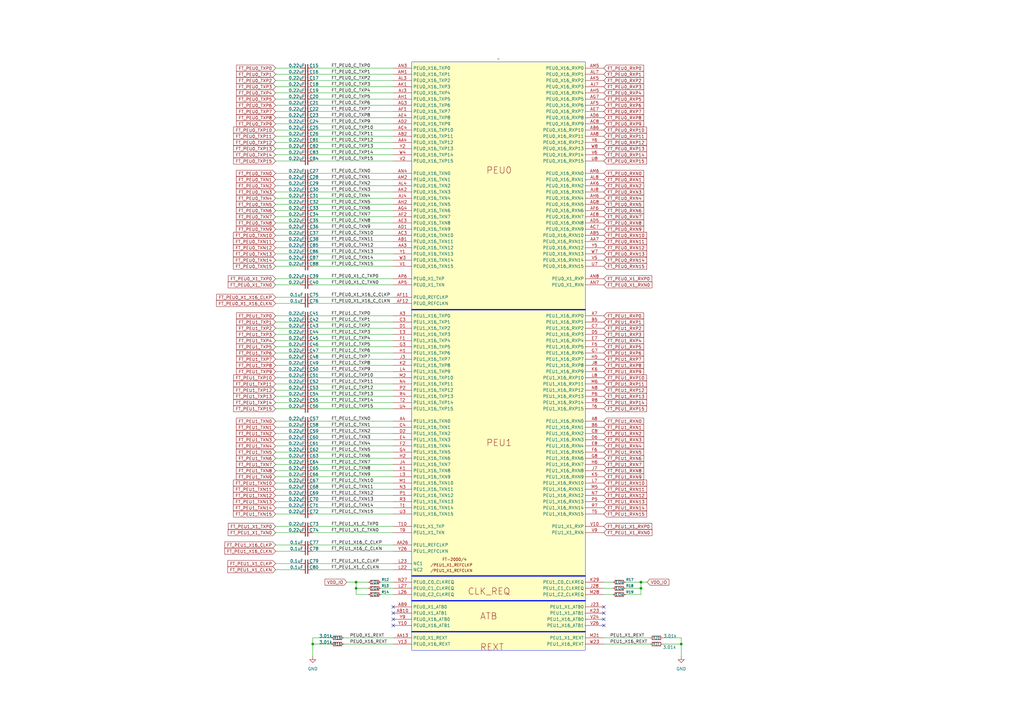
<source format=kicad_sch>
(kicad_sch (version 20250114) (generator "eeschema") (generator_version "9.0")
  (paper "A3")
  (title_block (title "Bugboard-1 D2000 mITX") (date "2025-05-23") (rev "1.0"))
  (lib_symbols
    (symbol "D2000-E8_4"
      (symbol "D2000-E8_4_1_0"
        (pin passive line (at -1.27 101.6 0) (length 5.08) (name "VSS_1") (number "A5"))
        (pin passive line (at -1.27 99.06 0) (length 5.08) (name "VSS_2") (number "A6"))
        (pin passive line (at -1.27 96.52 0) (length 5.08) (name "VSS_3") (number "A9"))
        (pin passive line (at -1.27 93.98 0) (length 5.08) (name "VSS_4") (number "A29"))
        (pin passive line (at -1.27 91.44 0) (length 5.08) (name "VSS_5") (number "A32"))
        (pin passive line (at -1.27 88.9 0) (length 5.08) (name "VSS_6") (number "AA1"))
        (pin passive line (at -1.27 86.36 0) (length 5.08) (name "VSS_7") (number "AA2"))
        (pin passive line (at -1.27 83.82 0) (length 5.08) (name "VSS_8") (number "AA5"))
        (pin passive line (at -1.27 81.28 0) (length 5.08) (name "VSS_9") (number "AA6"))
        (pin passive line (at -1.27 78.74 0) (length 5.08) (name "VSS_10") (number "AA9"))
        (pin passive line (at -1.27 76.2 0) (length 5.08) (name "VSS_11") (number "AA20"))
        (pin passive line (at -1.27 73.66 0) (length 5.08) (name "VSS_12") (number "AA24"))
        (pin passive line (at -1.27 71.12 0) (length 5.08) (name "VSS_13") (number "AA25"))
        (pin passive line (at -1.27 68.58 0) (length 5.08) (name "VSS_14") (number "AA30"))
        (pin passive line (at -1.27 66.04 0) (length 5.08) (name "VSS_15") (number "AA33"))
        (pin passive line (at -1.27 63.5 0) (length 5.08) (name "VSS_16") (number "AB3"))
        (pin passive line (at -1.27 60.96 0) (length 5.08) (name "VSS_17") (number "AB4"))
        (pin passive line (at -1.27 58.42 0) (length 5.08) (name "VSS_18") (number "AB7"))
        (pin passive line (at -1.27 55.88 0) (length 5.08) (name "VSS_19") (number "AB8"))
        (pin passive line (at -1.27 53.34 0) (length 5.08) (name "VSS_20") (number "AB24"))
        (pin passive line (at -1.27 50.8 0) (length 5.08) (name "VSS_21") (number "AB31"))
        (pin passive line (at -1.27 48.26 0) (length 5.08) (name "VSS_22") (number "AC1"))
        (pin passive line (at -1.27 45.72 0) (length 5.08) (name "VSS_23") (number "AC2"))
        (pin passive line (at -1.27 43.18 0) (length 5.08) (name "VSS_24") (number "AC5"))
        (pin passive line (at -1.27 40.64 0) (length 5.08) (name "VSS_25") (number "AC6"))
        (pin passive line (at -1.27 38.1 0) (length 5.08) (name "VSS_26") (number "AC9"))
        (pin passive line (at -1.27 35.56 0) (length 5.08) (name "VSS_27") (number "AC10"))
        (pin passive line (at -1.27 33.02 0) (length 5.08) (name "VSS_28") (number "AC13"))
        (pin passive line (at -1.27 30.48 0) (length 5.08) (name "VSS_29") (number "AC14"))
        (pin passive line (at -1.27 27.94 0) (length 5.08) (name "VSS_30") (number "AC15"))
        (pin passive line (at -1.27 25.4 0) (length 5.08) (name "VSS_31") (number "AC17"))
        (pin passive line (at -1.27 22.86 0) (length 5.08) (name "VSS_32") (number "AC18"))
        (pin passive line (at -1.27 20.32 0) (length 5.08) (name "VSS_33") (number "AC19"))
        (pin passive line (at -1.27 17.78 0) (length 5.08) (name "VSS_34") (number "AC20"))
        (pin passive line (at -1.27 15.24 0) (length 5.08) (name "VSS_35") (number "AC21"))
        (pin passive line (at -1.27 12.7 0) (length 5.08) (name "VSS_36") (number "AC30"))
        (pin passive line (at -1.27 10.16 0) (length 5.08) (name "VSS_37") (number "AC32"))
        (pin passive line (at -1.27 7.62 0) (length 5.08) (name "VSS_38") (number "AD3"))
        (pin passive line (at -1.27 5.08 0) (length 5.08) (name "VSS_39") (number "AD4"))
        (pin passive line (at -1.27 2.54 0) (length 5.08) (name "VSS_40") (number "AD7"))
        (pin passive line (at -1.27 0 0) (length 5.08) (name "VSS_41") (number "AD8"))
        (pin passive line (at -1.27 -2.54 0) (length 5.08) (name "VSS_42") (number "AD10"))
        (pin passive line (at -1.27 -5.08 0) (length 5.08) (name "VSS_43") (number "AD12"))
        (pin passive line (at -1.27 -7.62 0) (length 5.08) (name "VSS_44") (number "AD30"))
        (pin passive line (at -1.27 -10.16 0) (length 5.08) (name "VSS_45") (number "AD33"))
        (pin passive line (at -1.27 -12.7 0) (length 5.08) (name "VSS_46") (number "AE1"))
        (pin passive line (at -1.27 -15.24 0) (length 5.08) (name "VSS_47") (number "AE2"))
        (pin passive line (at -1.27 -17.78 0) (length 5.08) (name "VSS_48") (number "AE5"))
        (pin passive line (at -1.27 -20.32 0) (length 5.08) (name "VSS_49") (number "AF8"))
        (pin passive line (at -1.27 -22.86 0) (length 5.08) (name "VSS_50") (number "AG24"))
        (pin passive line (at -1.27 -25.4 0) (length 5.08) (name "VSS_51") (number "P14"))
        (pin passive line (at -1.27 -27.94 0) (length 5.08) (name "VSS_52") (number "T20"))
        (pin passive line (at -1.27 -30.48 0) (length 5.08) (name "VSS_53") (number "R15"))
        (pin passive line (at 30.48 101.6 180) (length 5.08) (name "VSS_54") (number "P22"))
        (pin passive line (at 30.48 99.06 180) (length 5.08) (name "VSS_55") (number "N23"))
        (pin passive line (at 30.48 96.52 180) (length 5.08) (name "VSS_56") (number "N15"))
        (pin passive line (at 30.48 93.98 180) (length 5.08) (name "VSS_57") (number "N13"))
        (pin passive line (at 30.48 91.44 180) (length 5.08) (name "VSS_58") (number "AB16"))
        (pin passive line (at 30.48 88.9 180) (length 5.08) (name "VSS_59") (number "M27"))
        (pin passive line (at 30.48 86.36 180) (length 5.08) (name "VSS_60") (number "AD20"))
        (pin passive line (at 30.48 83.82 180) (length 5.08) (name "VSS_61") (number "L20"))
        (pin passive line (at 30.48 81.28 180) (length 5.08) (name "VSS_62") (number "AD22"))
        (pin passive line (at 30.48 78.74 180) (length 5.08) (name "VSS_63") (number "AD23"))
        (pin passive line (at 30.48 76.2 180) (length 5.08) (name "VSS_64") (number "AD24"))
        (pin passive line (at 30.48 73.66 180) (length 5.08) (name "VSS_65") (number "N25"))
        (pin passive line (at 30.48 71.12 180) (length 5.08) (name "VSS_66") (number "AD18"))
        (pin passive line (at 30.48 68.58 180) (length 5.08) (name "VSS_67") (number "AB26"))
        (pin passive line (at 30.48 66.04 180) (length 5.08) (name "VSS_68") (number "T18"))
        (pin passive line (at 30.48 63.5 180) (length 5.08) (name "VSS_69") (number "U15"))
        (pin passive line (at 30.48 60.96 180) (length 5.08) (name "VSS_70") (number "U17"))
        (pin passive line (at 30.48 58.42 180) (length 5.08) (name "VSS_71") (number "U19"))
        (pin passive line (at 30.48 55.88 180) (length 5.08) (name "VSS_72") (number "U25"))
        (pin passive line (at 30.48 53.34 180) (length 5.08) (name "VSS_73") (number "U30"))
        (pin passive line (at 30.48 50.8 180) (length 5.08) (name "VSS_74") (number "U33"))
        (pin passive line (at 30.48 48.26 180) (length 5.08) (name "VSS_75") (number "V3"))
        (pin passive line (at 30.48 45.72 180) (length 5.08) (name "VSS_76") (number "V4"))
        (pin passive line (at 30.48 43.18 180) (length 5.08) (name "VSS_77") (number "V7"))
        (pin passive line (at 30.48 40.64 180) (length 5.08) (name "VSS_78") (number "V8"))
        (pin passive line (at 30.48 38.1 180) (length 5.08) (name "VSS_79") (number "V11"))
        (pin passive line (at 30.48 35.56 180) (length 5.08) (name "VSS_80") (number "V21"))
        (pin passive line (at 30.48 33.02 180) (length 5.08) (name "VSS_81") (number "V30"))
        (pin passive line (at 30.48 30.48 180) (length 5.08) (name "VSS_82") (number "V33"))
        (pin passive line (at 30.48 27.94 180) (length 5.08) (name "VSS_83") (number "W1"))
        (pin passive line (at 30.48 25.4 180) (length 5.08) (name "VSS_84") (number "W2"))
        (pin passive line (at 30.48 22.86 180) (length 5.08) (name "VSS_85") (number "W5"))
        (pin passive line (at 30.48 20.32 180) (length 5.08) (name "VSS_86") (number "W6"))
        (pin passive line (at 30.48 17.78 180) (length 5.08) (name "VSS_87") (number "W9"))
        (pin passive line (at 30.48 15.24 180) (length 5.08) (name "VSS_88") (number "W10"))
        (pin passive line (at 30.48 12.7 180) (length 5.08) (name "VSS_89") (number "W12"))
        (pin passive line (at 30.48 10.16 180) (length 5.08) (name "VSS_90") (number "W20"))
        (pin passive line (at 30.48 7.62 180) (length 5.08) (name "VSS_91") (number "W22"))
        (pin passive line (at 30.48 5.08 180) (length 5.08) (name "VSS_92") (number "W26"))
        (pin passive line (at 30.48 2.54 180) (length 5.08) (name "VSS_93") (number "W30"))
        (pin passive line (at 30.48 0 180) (length 5.08) (name "VSS_94") (number "Y3"))
        (pin passive line (at 30.48 -2.54 180) (length 5.08) (name "VSS_95") (number "Y4"))
        (pin passive line (at 30.48 -5.08 180) (length 5.08) (name "VSS_96") (number "Y7"))
        (pin passive line (at 30.48 -7.62 180) (length 5.08) (name "VSS_97") (number "Y8"))
        (pin passive line (at 30.48 -10.16 180) (length 5.08) (name "VSS_98") (number "Y11"))
        (pin passive line (at 30.48 -12.7 180) (length 5.08) (name "VSS_99") (number "Y13"))
        (pin passive line (at 30.48 -15.24 180) (length 5.08) (name "VSS_100") (number "Y17"))
        (pin passive line (at 30.48 -17.78 180) (length 5.08) (name "VSS_101") (number "Y24"))
        (pin passive line (at 30.48 -20.32 180) (length 5.08) (name "VSS_102") (number "Y30"))
        (pin passive line (at 30.48 -22.86 180) (length 5.08) (name "VSS_103") (number "Y32"))
        (pin passive line (at 30.48 -25.4 180) (length 5.08) (name "VSS_104") (number "P24"))
        (pin passive line (at 30.48 -27.94 180) (length 5.08) (name "VSS_105") (number "P30"))
        (pin passive line (at 30.48 -30.48 180) (length 5.08) (name "VSS_106") (number "P33"))
        (pin passive line (at 54.61 101.6 0) (length 5.08) (name "VSS_107") (number "R1"))
        (pin passive line (at 54.61 99.06 0) (length 5.08) (name "VSS_108") (number "R2"))
        (pin passive line (at 54.61 96.52 0) (length 5.08) (name "VSS_109") (number "R5"))
        (pin passive line (at 54.61 93.98 0) (length 5.08) (name "VSS_110") (number "R6"))
        (pin passive line (at 54.61 91.44 0) (length 5.08) (name "VSS_111") (number "AE6"))
        (pin passive line (at 54.61 88.9 0) (length 5.08) (name "VSS_112") (number "AE9"))
        (pin passive line (at 54.61 86.36 0) (length 5.08) (name "VSS_113") (number "AE30"))
        (pin passive line (at 54.61 83.82 0) (length 5.08) (name "VSS_114") (number "AF3"))
        (pin passive line (at 54.61 81.28 0) (length 5.08) (name "VSS_115") (number "AF4"))
        (pin passive line (at 54.61 78.74 0) (length 5.08) (name "VSS_116") (number "AF7"))
        (pin passive line (at 54.61 76.2 0) (length 5.08) (name "VSS_117") (number "AA15"))
        (pin passive line (at 54.61 73.66 0) (length 5.08) (name "VSS_118") (number "AA19"))
        (pin passive line (at 54.61 71.12 0) (length 5.08) (name "VSS_119") (number "V14"))
        (pin passive line (at 54.61 68.58 0) (length 5.08) (name "VSS_120") (number "V16"))
        (pin passive line (at 54.61 66.04 0) (length 5.08) (name "VSS_121") (number "Y18"))
        (pin passive line (at 54.61 63.5 0) (length 5.08) (name "VSS_122") (number "Y20"))
        (pin passive line (at 54.61 60.96 0) (length 5.08) (name "VSS_123") (number "Y23"))
        (pin passive line (at 54.61 58.42 0) (length 5.08) (name "VSS_124") (number "AA11"))
        (pin passive line (at 54.61 55.88 0) (length 5.08) (name "VSS_125") (number "AB12"))
        (pin passive line (at 54.61 53.34 0) (length 5.08) (name "VSS_126") (number "R21"))
        (pin passive line (at 54.61 50.8 0) (length 5.08) (name "VSS_127") (number "R23"))
        (pin passive line (at 54.61 48.26 0) (length 5.08) (name "VSS_128") (number "T14"))
        (pin passive line (at 54.61 45.72 0) (length 5.08) (name "VSS_129") (number "T16"))
        (pin passive line (at 54.61 43.18 0) (length 5.08) (name "VSS_130") (number "U21"))
        (pin passive line (at 54.61 40.64 0) (length 5.08) (name "VSS_131") (number "R10"))
        (pin passive line (at 54.61 38.1 0) (length 5.08) (name "VSS_132") (number "R12"))
        (pin passive line (at 54.61 35.56 0) (length 5.08) (name "VSS_133") (number "R16"))
        (pin passive line (at 54.61 33.02 0) (length 5.08) (name "VSS_134") (number "R22"))
        (pin passive line (at 54.61 30.48 0) (length 5.08) (name "VSS_135") (number "R25"))
        (pin passive line (at 54.61 27.94 0) (length 5.08) (name "VSS_136") (number "R30"))
        (pin passive line (at 54.61 25.4 0) (length 5.08) (name "VSS_137") (number "R32"))
        (pin passive line (at 54.61 22.86 0) (length 5.08) (name "VSS_138") (number "T3"))
        (pin passive line (at 54.61 20.32 0) (length 5.08) (name "VSS_139") (number "T4"))
        (pin passive line (at 54.61 17.78 0) (length 5.08) (name "VSS_140") (number "T7"))
        (pin passive line (at 54.61 15.24 0) (length 5.08) (name "VSS_141") (number "T8"))
        (pin passive line (at 54.61 12.7 0) (length 5.08) (name "VSS_142") (number "T11"))
        (pin passive line (at 54.61 10.16 0) (length 5.08) (name "VSS_143") (number "T24"))
        (pin passive line (at 54.61 7.62 0) (length 5.08) (name "VSS_144") (number "T30"))
        (pin passive line (at 54.61 5.08 0) (length 5.08) (name "VSS_145") (number "U1"))
        (pin passive line (at 54.61 2.54 0) (length 5.08) (name "VSS_146") (number "U2"))
        (pin passive line (at 54.61 0 0) (length 5.08) (name "VSS_147") (number "U5"))
        (pin passive line (at 54.61 -2.54 0) (length 5.08) (name "VSS_148") (number "U6"))
        (pin passive line (at 54.61 -5.08 0) (length 5.08) (name "VSS_149") (number "U9"))
        (pin passive line (at 54.61 -7.62 0) (length 5.08) (name "VSS_150") (number "U10"))
        (pin passive line (at 54.61 -10.16 0) (length 5.08) (name "VSS_151") (number "U12"))
        (pin passive line (at 54.61 -12.7 0) (length 5.08) (name "VSS_152") (number "L2"))
        (pin passive line (at 54.61 -15.24 0) (length 5.08) (name "VSS_153") (number "L5"))
        (pin passive line (at 54.61 -17.78 0) (length 5.08) (name "VSS_154") (number "L6"))
        (pin passive line (at 54.61 -20.32 0) (length 5.08) (name "VSS_155") (number "L9"))
        (pin passive line (at 54.61 -22.86 0) (length 5.08) (name "VSS_156") (number "L30"))
        (pin passive line (at 54.61 -25.4 0) (length 5.08) (name "VSS_157") (number "K33"))
        (pin passive line (at 54.61 -27.94 0) (length 5.08) (name "VSS_158") (number "M3"))
        (pin passive line (at 54.61 -30.48 0) (length 5.08) (name "VSS_159") (number "M4"))
        (pin passive line (at 86.36 101.6 180) (length 5.08) (name "VSS_160") (number "M7"))
        (pin passive line (at 86.36 99.06 180) (length 5.08) (name "VSS_161") (number "M8"))
        (pin passive line (at 86.36 96.52 180) (length 5.08) (name "VSS_162") (number "M12"))
        (pin passive line (at 86.36 93.98 180) (length 5.08) (name "VSS_163") (number "M14"))
        (pin passive line (at 86.36 91.44 180) (length 5.08) (name "VSS_164") (number "M16"))
        (pin passive line (at 86.36 88.9 180) (length 5.08) (name "VSS_165") (number "M17"))
        (pin passive line (at 86.36 86.36 180) (length 5.08) (name "VSS_166") (number "M19"))
        (pin passive line (at 86.36 83.82 180) (length 5.08) (name "VSS_167") (number "M22"))
        (pin passive line (at 86.36 81.28 180) (length 5.08) (name "VSS_168") (number "M23"))
        (pin passive line (at 86.36 78.74 180) (length 5.08) (name "VSS_169") (number "M30"))
        (pin passive line (at 86.36 76.2 180) (length 5.08) (name "VSS_170") (number "M32"))
        (pin passive line (at 86.36 73.66 180) (length 5.08) (name "VSS_171") (number "N1"))
        (pin passive line (at 86.36 71.12 180) (length 5.08) (name "VSS_172") (number "N2"))
        (pin passive line (at 86.36 68.58 180) (length 5.08) (name "VSS_173") (number "N5"))
        (pin passive line (at 86.36 66.04 180) (length 5.08) (name "VSS_174") (number "N6"))
        (pin passive line (at 86.36 63.5 180) (length 5.08) (name "VSS_175") (number "N9"))
        (pin passive line (at 86.36 60.96 180) (length 5.08) (name "VSS_176") (number "N18"))
        (pin passive line (at 86.36 58.42 180) (length 5.08) (name "VSS_177") (number "N20"))
        (pin passive line (at 86.36 55.88 180) (length 5.08) (name "VSS_178") (number "N22"))
        (pin passive line (at 86.36 53.34 180) (length 5.08) (name "VSS_179") (number "P3"))
        (pin passive line (at 86.36 50.8 180) (length 5.08) (name "VSS_180") (number "P4"))
        (pin passive line (at 86.36 48.26 180) (length 5.08) (name "VSS_181") (number "P8"))
        (pin passive line (at 86.36 45.72 180) (length 5.08) (name "VSS_182") (number "P11"))
        (pin passive line (at 86.36 43.18 180) (length 5.08) (name "VSS_183") (number "F32"))
        (pin passive line (at 86.36 40.64 180) (length 5.08) (name "VSS_184") (number "G1"))
        (pin passive line (at 86.36 38.1 180) (length 5.08) (name "VSS_185") (number "G2"))
        (pin passive line (at 86.36 35.56 180) (length 5.08) (name "VSS_186") (number "G5"))
        (pin passive line (at 86.36 33.02 180) (length 5.08) (name "VSS_187") (number "G6"))
        (pin passive line (at 86.36 30.48 180) (length 5.08) (name "VSS_188") (number "G9"))
        (pin passive line (at 86.36 27.94 180) (length 5.08) (name "VSS_189") (number "G15"))
        (pin passive line (at 86.36 25.4 180) (length 5.08) (name "VSS_190") (number "G18"))
        (pin passive line (at 86.36 22.86 180) (length 5.08) (name "VSS_191") (number "K26"))
        (pin passive line (at 86.36 20.32 180) (length 5.08) (name "VSS_192") (number "V28"))
        (pin passive line (at 86.36 17.78 180) (length 5.08) (name "VSS_193") (number "R28"))
        (pin passive line (at 86.36 15.24 180) (length 5.08) (name "VSS_194") (number "P17"))
        (pin passive line (at 86.36 12.7 180) (length 5.08) (name "VSS_195") (number "P19"))
        (pin passive line (at 86.36 10.16 180) (length 5.08) (name "VSS_196") (number "G21"))
        (pin passive line (at 86.36 7.62 180) (length 5.08) (name "VSS_197") (number "G23"))
        (pin passive line (at 86.36 5.08 180) (length 5.08) (name "VSS_198") (number "G29"))
        (pin passive line (at 86.36 2.54 180) (length 5.08) (name "VSS_199") (number "G31"))
        (pin passive line (at 86.36 0 180) (length 5.08) (name "VSS_200") (number "H3"))
        (pin passive line (at 86.36 -2.54 180) (length 5.08) (name "VSS_201") (number "H4"))
        (pin passive line (at 86.36 -5.08 180) (length 5.08) (name "VSS_202") (number "H7"))
        (pin passive line (at 86.36 -7.62 180) (length 5.08) (name "VSS_203") (number "H8"))
        (pin passive line (at 86.36 -10.16 180) (length 5.08) (name "VSS_204") (number "H10"))
        (pin passive line (at 86.36 -12.7 180) (length 5.08) (name "VSS_205") (number "H11"))
        (pin passive line (at 86.36 -15.24 180) (length 5.08) (name "VSS_206") (number "H12"))
        (pin passive line (at 86.36 -17.78 180) (length 5.08) (name "VSS_207") (number "H13"))
        (pin passive line (at 86.36 -20.32 180) (length 5.08) (name "VSS_208") (number "H14"))
        (pin passive line (at 86.36 -22.86 180) (length 5.08) (name "VSS_209") (number "H16"))
        (pin passive line (at 86.36 -25.4 180) (length 5.08) (name "VSS_210") (number "H17"))
        (pin passive line (at 86.36 -27.94 180) (length 5.08) (name "VSS_211") (number "H20"))
        (pin passive line (at 86.36 -30.48 180) (length 5.08) (name "VSS_212") (number "H21"))
        (pin passive line (at 110.49 101.6 0) (length 5.08) (name "VSS_213") (number "H28"))
        (pin passive line (at 110.49 99.06 0) (length 5.08) (name "VSS_214") (number "H33"))
        (pin passive line (at 110.49 96.52 0) (length 5.08) (name "VSS_215") (number "J1"))
        (pin passive line (at 110.49 93.98 0) (length 5.08) (name "VSS_216") (number "J2"))
        (pin passive line (at 110.49 91.44 0) (length 5.08) (name "VSS_217") (number "J5"))
        (pin passive line (at 110.49 88.9 0) (length 5.08) (name "VSS_218") (number "J6"))
        (pin passive line (at 110.49 86.36 0) (length 5.08) (name "VSS_219") (number "J9"))
        (pin passive line (at 110.49 83.82 0) (length 5.08) (name "VSS_220") (number "J22"))
        (pin passive line (at 110.49 81.28 0) (length 5.08) (name "VSS_221") (number "J26"))
        (pin passive line (at 110.49 78.74 0) (length 5.08) (name "VSS_222") (number "J27"))
        (pin passive line (at 110.49 76.2 0) (length 5.08) (name "VSS_223") (number "J29"))
        (pin passive line (at 110.49 73.66 0) (length 5.08) (name "VSS_224") (number "J30"))
        (pin passive line (at 110.49 71.12 0) (length 5.08) (name "VSS_225") (number "J32"))
        (pin passive line (at 110.49 68.58 0) (length 5.08) (name "VSS_226") (number "K3"))
        (pin passive line (at 110.49 66.04 0) (length 5.08) (name "VSS_227") (number "K4"))
        (pin passive line (at 110.49 63.5 0) (length 5.08) (name "VSS_229") (number "K7"))
        (pin passive line (at 110.49 60.96 0) (length 5.08) (name "VSS_228") (number "K8"))
        (pin passive line (at 110.49 58.42 0) (length 5.08) (name "VSS_230") (number "K30"))
        (pin passive line (at 110.49 55.88 0) (length 5.08) (name "VSS_231") (number "L1"))
        (pin passive line (at 110.49 53.34 0) (length 5.08) (name "VSS_232") (number "D9"))
        (pin passive line (at 110.49 50.8 0) (length 5.08) (name "VSS_233") (number "D31"))
        (pin passive line (at 110.49 48.26 0) (length 5.08) (name "VSS_234") (number "E1"))
        (pin passive line (at 110.49 45.72 0) (length 5.08) (name "VSS_235") (number "E2"))
        (pin passive line (at 110.49 43.18 0) (length 5.08) (name "VSS_236") (number "E5"))
        (pin passive line (at 110.49 40.64 0) (length 5.08) (name "VSS_237") (number "E6"))
        (pin passive line (at 110.49 38.1 0) (length 5.08) (name "VSS_238") (number "E9"))
        (pin passive line (at 110.49 35.56 0) (length 5.08) (name "VSS_239") (number "E11"))
        (pin passive line (at 110.49 33.02 0) (length 5.08) (name "VSS_240") (number "E14"))
        (pin passive line (at 110.49 30.48 0) (length 5.08) (name "VSS_241") (number "E17"))
        (pin passive line (at 110.49 27.94 0) (length 5.08) (name "VSS_242") (number "E20"))
        (pin passive line (at 110.49 25.4 0) (length 5.08) (name "VSS_243") (number "E29"))
        (pin passive line (at 110.49 22.86 0) (length 5.08) (name "VSS_244") (number "E33"))
        (pin passive line (at 110.49 20.32 0) (length 5.08) (name "VSS_245") (number "F3"))
        (pin passive line (at 110.49 17.78 0) (length 5.08) (name "VSS_246") (number "F4"))
        (pin passive line (at 110.49 15.24 0) (length 5.08) (name "VSS_247") (number "F7"))
        (pin passive line (at 110.49 12.7 0) (length 5.08) (name "VSS_248") (number "F8"))
        (pin passive line (at 110.49 10.16 0) (length 5.08) (name "VSS_249") (number "F9"))
        (pin passive line (at 110.49 7.62 0) (length 5.08) (name "VSS_250") (number "F11"))
        (pin passive line (at 110.49 5.08 0) (length 5.08) (name "VSS_251") (number "F13"))
        (pin passive line (at 110.49 2.54 0) (length 5.08) (name "VSS_252") (number "F14"))
        (pin passive line (at 110.49 0 0) (length 5.08) (name "VSS_253") (number "F17"))
        (pin passive line (at 110.49 -2.54 0) (length 5.08) (name "VSS_254") (number "F21"))
        (pin passive line (at 110.49 -5.08 0) (length 5.08) (name "VSS_255") (number "F27"))
        (pin passive line (at 110.49 -7.62 0) (length 5.08) (name "VSS_256") (number "AL20"))
        (pin passive line (at 110.49 -10.16 0) (length 5.08) (name "VSS_257") (number "L28"))
        (pin passive line (at 110.49 -12.7 0) (length 5.08) (name "VSS_258") (number "V27"))
        (pin passive line (at 110.49 -15.24 0) (length 5.08) (name "VSS_259") (number "AF22"))
        (pin passive line (at 110.49 -17.78 0) (length 5.08) (name "VSS_260") (number "AF26"))
        (pin passive line (at 110.49 -20.32 0) (length 5.08) (name "VSS_261") (number "AF27"))
        (pin passive line (at 110.49 -22.86 0) (length 5.08) (name "VSS_262") (number "AF29"))
        (pin passive line (at 110.49 -25.4 0) (length 5.08) (name "VSS_263") (number "AF30"))
        (pin passive line (at 110.49 -27.94 0) (length 5.08) (name "VSS_264") (number "AF32"))
        (pin passive line (at 110.49 -30.48 0) (length 5.08) (name "VSS_265") (number "AG1"))
        (pin passive line (at 142.24 101.6 180) (length 5.08) (name "VSS_266") (number "AG2"))
        (pin passive line (at 142.24 99.06 180) (length 5.08) (name "VSS_267") (number "AG5"))
        (pin passive line (at 142.24 96.52 180) (length 5.08) (name "VSS_268") (number "AG6"))
        (pin passive line (at 142.24 93.98 180) (length 5.08) (name "VSS_269") (number "AG9"))
        (pin passive line (at 142.24 91.44 180) (length 5.08) (name "VSS_270") (number "AG10"))
        (pin passive line (at 142.24 88.9 180) (length 5.08) (name "VSS_271") (number "AG11"))
        (pin passive line (at 142.24 86.36 180) (length 5.08) (name "VSS_272") (number "AG12"))
        (pin passive line (at 142.24 83.82 180) (length 5.08) (name "VSS_273") (number "AG13"))
        (pin passive line (at 142.24 81.28 180) (length 5.08) (name "VSS_274") (number "AG14"))
        (pin passive line (at 142.24 78.74 180) (length 5.08) (name "VSS_275") (number "AG16"))
        (pin passive line (at 142.24 76.2 180) (length 5.08) (name "VSS_276") (number "AG17"))
        (pin passive line (at 142.24 73.66 180) (length 5.08) (name "VSS_277") (number "AG20"))
        (pin passive line (at 142.24 71.12 180) (length 5.08) (name "VSS_278") (number "AG21"))
        (pin passive line (at 142.24 68.58 180) (length 5.08) (name "VSS_279") (number "AG28"))
        (pin passive line (at 142.24 66.04 180) (length 5.08) (name "VSS_280") (number "AG33"))
        (pin passive line (at 142.24 63.5 180) (length 5.08) (name "VSS_281") (number "AH3"))
        (pin passive line (at 142.24 60.96 180) (length 5.08) (name "VSS_282") (number "AH4"))
        (pin passive line (at 142.24 58.42 180) (length 5.08) (name "VSS_283") (number "AH7"))
        (pin passive line (at 142.24 55.88 180) (length 5.08) (name "VSS_284") (number "AH8"))
        (pin passive line (at 142.24 53.34 180) (length 5.08) (name "VSS_285") (number "AH9"))
        (pin passive line (at 142.24 50.8 180) (length 5.08) (name "VSS_286") (number "AH15"))
        (pin passive line (at 142.24 48.26 180) (length 5.08) (name "VSS_287") (number "AH18"))
        (pin passive line (at 142.24 45.72 180) (length 5.08) (name "VSS_288") (number "AH19"))
        (pin passive line (at 142.24 43.18 180) (length 5.08) (name "VSS_289") (number "AH21"))
        (pin passive line (at 142.24 40.64 180) (length 5.08) (name "VSS_290") (number "AH23"))
        (pin passive line (at 142.24 38.1 180) (length 5.08) (name "VSS_291") (number "AH24"))
        (pin passive line (at 142.24 35.56 180) (length 5.08) (name "VSS_292") (number "AH29"))
        (pin passive line (at 142.24 33.02 180) (length 5.08) (name "VSS_293") (number "AH31"))
        (pin passive line (at 142.24 30.48 180) (length 5.08) (name "VSS_294") (number "AJ1"))
        (pin passive line (at 142.24 27.94 180) (length 5.08) (name "VSS_295") (number "AJ2"))
        (pin passive line (at 142.24 25.4 180) (length 5.08) (name "VSS_296") (number "AJ5"))
        (pin passive line (at 142.24 22.86 180) (length 5.08) (name "VSS_297") (number "AJ6"))
        (pin passive line (at 142.24 20.32 180) (length 5.08) (name "VSS_298") (number "AJ9"))
        (pin passive line (at 142.24 17.78 180) (length 5.08) (name "VSS_299") (number "AJ11"))
        (pin passive line (at 142.24 15.24 180) (length 5.08) (name "VSS_300") (number "AJ13"))
        (pin passive line (at 142.24 12.7 180) (length 5.08) (name "VSS_301") (number "AJ14"))
        (pin passive line (at 142.24 10.16 180) (length 5.08) (name "VSS_302") (number "B9"))
        (pin passive line (at 142.24 7.62 180) (length 5.08) (name "VSS_303") (number "B10"))
        (pin passive line (at 142.24 5.08 180) (length 5.08) (name "VSS_304") (number "B12"))
        (pin passive line (at 142.24 2.54 180) (length 5.08) (name "VSS_305") (number "B16"))
        (pin passive line (at 142.24 0 180) (length 5.08) (name "VSS_306") (number "D20"))
        (pin passive line (at 142.24 -2.54 180) (length 5.08) (name "VSS_307") (number "B21"))
        (pin passive line (at 142.24 -5.08 180) (length 5.08) (name "VSS_308") (number "B24"))
        (pin passive line (at 142.24 -7.62 180) (length 5.08) (name "VSS_309") (number "B27"))
        (pin passive line (at 142.24 -10.16 180) (length 5.08) (name "VSS_310") (number "B33"))
        (pin passive line (at 142.24 -12.7 180) (length 5.08) (name "VSS_311") (number "C1"))
        (pin passive line (at 142.24 -15.24 180) (length 5.08) (name "VSS_312") (number "C2"))
        (pin passive line (at 142.24 -17.78 180) (length 5.08) (name "VSS_313") (number "C5"))
        (pin passive line (at 142.24 -20.32 180) (length 5.08) (name "VSS_314") (number "C6"))
        (pin passive line (at 142.24 -22.86 180) (length 5.08) (name "VSS_315") (number "C9"))
        (pin passive line (at 142.24 -25.4 180) (length 5.08) (name "VSS_316") (number "C10"))
        (pin passive line (at 142.24 -27.94 180) (length 5.08) (name "VSS_317") (number "C12"))
        (pin passive line (at 142.24 -30.48 180) (length 5.08) (name "VSS_318") (number "P7"))
        (pin passive line (at 161.29 101.6 0) (length 5.08) (name "VSS_319") (number "D3"))
        (pin passive line (at 161.29 99.06 0) (length 5.08) (name "VSS_320") (number "D4"))
        (pin passive line (at 161.29 96.52 0) (length 5.08) (name "VSS-321") (number "D7"))
        (pin passive line (at 161.29 93.98 0) (length 5.08) (name "VSS_216") (number "D8"))
        (pin passive line (at 161.29 91.44 0) (length 5.08) (name "VSS_217") (number "G19"))
        (pin passive line (at 161.29 88.9 0) (length 5.08) (name "VSS_218") (number "C27"))
        (pin passive line (at 161.29 86.36 0) (length 5.08) (name "VSS_219") (number "C29"))
        (pin passive line (at 161.29 83.82 0) (length 5.08) (name "VSS_220") (number "AC25"))
        (pin passive line (at 161.29 81.28 0) (length 5.08) (name "VSS_221") (number "L24"))
        (pin passive line (at 161.29 78.74 0) (length 5.08) (name "VSS_222") (number "Y27"))
        (pin passive line (at 161.29 76.2 0) (length 5.08) (name "VSS_223") (number "AJ17"))
        (pin passive line (at 161.29 73.66 0) (length 5.08) (name "VSS_224") (number "AJ21"))
        (pin passive line (at 161.29 71.12 0) (length 5.08) (name "VSS_225") (number "AJ27"))
        (pin passive line (at 161.29 68.58 0) (length 5.08) (name "VSS_226") (number "AJ32"))
        (pin passive line (at 161.29 66.04 0) (length 5.08) (name "VSS_227") (number "AK3"))
        (pin passive line (at 161.29 63.5 0) (length 5.08) (name "VSS_229") (number "AK4"))
        (pin passive line (at 161.29 60.96 0) (length 5.08) (name "VSS_228") (number "AK7"))
        (pin passive line (at 161.29 58.42 0) (length 5.08) (name "VSS_230") (number "AK8"))
        (pin passive line (at 161.29 55.88 0) (length 5.08) (name "VSS_231") (number "AK9"))
        (pin passive line (at 161.29 53.34 0) (length 5.08) (name "VSS_232") (number "AK11"))
        (pin passive line (at 161.29 50.8 0) (length 5.08) (name "VSS_233") (number "AK14"))
        (pin passive line (at 161.29 48.26 0) (length 5.08) (name "VSS_234") (number "AK17"))
        (pin passive line (at 161.29 45.72 0) (length 5.08) (name "VSS_235") (number "AK20"))
        (pin passive line (at 161.29 43.18 0) (length 5.08) (name "VSS_236") (number "AK29"))
        (pin passive line (at 161.29 40.64 0) (length 5.08) (name "VSS_237") (number "AK33"))
        (pin passive line (at 161.29 38.1 0) (length 5.08) (name "VSS_238") (number "AL1"))
        (pin passive line (at 161.29 35.56 0) (length 5.08) (name "VSS_239") (number "AL2"))
        (pin passive line (at 161.29 33.02 0) (length 5.08) (name "VSS_240") (number "AL5"))
        (pin passive line (at 161.29 30.48 0) (length 5.08) (name "VSS_241") (number "AL6"))
        (pin passive line (at 161.29 27.94 0) (length 5.08) (name "VSS_242") (number "AL9"))
        (pin passive line (at 161.29 25.4 0) (length 5.08) (name "VSS_243") (number "AL31"))
        (pin passive line (at 161.29 22.86 0) (length 5.08) (name "VSS_244") (number "AM3"))
        (pin passive line (at 161.29 20.32 0) (length 5.08) (name "VSS_245") (number "AM4"))
        (pin passive line (at 161.29 17.78 0) (length 5.08) (name "VSS_246") (number "AM7"))
        (pin passive line (at 161.29 15.24 0) (length 5.08) (name "VSS_247") (number "AM8"))
        (pin passive line (at 161.29 12.7 0) (length 5.08) (name "VSS_248") (number "AM9"))
        (pin passive line (at 161.29 10.16 0) (length 5.08) (name "VSS_249") (number "AM10"))
        (pin passive line (at 161.29 7.62 0) (length 5.08) (name "VSS_250") (number "AM12"))
        (pin passive line (at 161.29 5.08 0) (length 5.08) (name "VSS_251") (number "AM15"))
        (pin passive line (at 161.29 2.54 0) (length 5.08) (name "VSS_252") (number "AM16"))
        (pin passive line (at 161.29 0 0) (length 5.08) (name "VSS_253") (number "AM18"))
        (pin passive line (at 161.29 -2.54 0) (length 5.08) (name "VSS_254") (number "AM21"))
        (pin passive line (at 161.29 -5.08 0) (length 5.08) (name "VSS_255") (number "AM23"))
        (pin passive line (at 161.29 -7.62 0) (length 5.08) (name "VSS_256") (number "AM26"))
        (pin passive line (at 161.29 -10.16 0) (length 5.08) (name "VSS_257") (number "AM29"))
        (pin passive line (at 161.29 -12.7 0) (length 5.08) (name "VSS_258") (number "AM32"))
        (pin passive line (at 161.29 -15.24 0) (length 5.08) (name "VSS_259") (number "AM34"))
        (pin passive line (at 161.29 -17.78 0) (length 5.08) (name "VSS_260") (number "AN2"))
        (pin passive line (at 161.29 -20.32 0) (length 5.08) (name "VSS_261") (number "AN5"))
        (pin passive line (at 161.29 -22.86 0) (length 5.08) (name "VSS_262") (number "AN6"))
        (pin passive line (at 161.29 -25.4 0) (length 5.08) (name "VSS_263") (number "AN9"))
        (pin passive line (at 161.29 -27.94 0) (length 5.08) (name "VSS_264") (number "AN10"))
        (pin passive line (at 161.29 -30.48 0) (length 5.08) (name "VSS_265") (number "AN12"))
        (pin passive line (at 193.04 101.6 180) (length 5.08) (name "VSS_266") (number "AN16"))
        (pin passive line (at 193.04 99.06 180) (length 5.08) (name "VSS_267") (number "AN21"))
        (pin passive line (at 193.04 96.52 180) (length 5.08) (name "VSS_268") (number "AN24"))
        (pin passive line (at 193.04 93.98 180) (length 5.08) (name "VSS_269") (number "AN27"))
        (pin passive line (at 193.04 91.44 180) (length 5.08) (name "VSS_270") (number "AN33"))
        (pin passive line (at 193.04 88.9 180) (length 5.08) (name "VSS_271") (number "AP3"))
        (pin passive line (at 193.04 86.36 180) (length 5.08) (name "VSS_272") (number "AP4"))
        (pin passive line (at 193.04 83.82 180) (length 5.08) (name "VSS_273") (number "AP7"))
        (pin passive line (at 193.04 81.28 180) (length 5.08) (name "VSS_274") (number "AP8"))
        (pin passive line (at 193.04 78.74 180) (length 5.08) (name "VSS_275") (number "AP9"))
        (pin passive line (at 193.04 76.2 180) (length 5.08) (name "VSS_276") (number "AP29"))
        (pin passive line (at 193.04 73.66 180) (length 5.08) (name "VSS_277") (number "AP32"))
        (pin passive line (at 193.04 71.12 180) (length 5.08) (name "VSS_278") (number "B2"))
        (pin passive line (at 193.04 68.58 180) (length 5.08) (name "VSS_279") (number "B3"))
        (pin passive line (at 193.04 66.04 180) (length 5.08) (name "VSS_280") (number "B4"))
        (pin passive line (at 193.04 63.5 180) (length 5.08) (name "VSS_281") (number "B7"))
        (pin passive line (at 193.04 60.96 180) (length 5.08) (name "VSS_282") (number "B8"))
        (pin passive line (at 193.04 58.42 180) (length 5.08) (name "VSS_283") (number "C15"))
        (pin passive line (at 193.04 55.88 180) (length 5.08) (name "VSS_284") (number "C16"))
        (pin passive line (at 193.04 53.34 180) (length 5.08) (name "VSS_285") (number "C18"))
        (pin passive line (at 193.04 50.8 180) (length 5.08) (name "VSS_286") (number "C21"))
        (pin passive line (at 193.04 48.26 180) (length 5.08) (name "VSS_287") (number "C23"))
        (pin passive line (at 193.04 45.72 180) (length 5.08) (name "VSS_288") (number "C32"))
        (pin passive line (at 193.04 43.18 180) (length 5.08) (name "VSS_289") (number "C34"))
        (pin passive line (at 193.04 40.64 180) (length 5.08) (name "VSS_290") (number "L19"))
        (pin passive line (at 193.04 38.1 180) (length 5.08) (name "VSS_291") (number "L17"))
        (pin passive line (at 193.04 35.56 180) (length 5.08) (name "VSS_292") (number "C31"))
        (pin passive line (at 193.04 33.02 180) (length 5.08) (name "VSS_293") (number "B32"))
        (pin passive line (at 193.04 30.48 180) (length 5.08) (name "VSS_294") (number "AM31"))
        (pin passive line (at 193.04 27.94 180) (length 5.08) (name "VSS_295") (number "AN32"))
        (pin passive line (at 193.04 25.4 180) (length 5.08) (name "VSS_296") (number "F30"))
        (pin passive line (at 193.04 22.86 180) (length 5.08) (name "VSS_297") (number "AJ30"))
      )
      (symbol "D2000-E8_4_1_1"
        (text "GND" (at 80.01 112.522 0) (effects (font (size 1.27 1.27))))
      )
      (symbol "D2000-E8_4_2_0"
        (text "POWER" (at 88.9 142.24 0) (effects (font (size 2 2))))
        (pin passive line (at 58.42 134.62 0) (length 5.08) (name "PEU0_AVDD") (number "AC11"))
        (pin passive line (at 58.42 132.08 0) (length 5.08) (name "PEU0_AVDD") (number "AD11"))
        (pin passive line (at 58.42 129.54 0) (length 5.08) (name "PEU0_AVDD") (number "AD9"))
        (pin passive line (at 58.42 127 0) (length 5.08) (name "PEU0_AVDD") (number "AE10"))
        (pin passive line (at 58.42 124.46 0) (length 5.08) (name "PEU0_AVDD") (number "AB11"))
        (pin passive line (at 58.42 120.65 0) (length 5.08) (name "PEU1_AVDD") (number "AB22"))
        (pin passive line (at 58.42 118.11 0) (length 5.08) (name "PEU1_AVDD") (number "T22"))
        (pin passive line (at 58.42 115.57 0) (length 5.08) (name "PEU1_AVDD") (number "AC22"))
        (pin passive line (at 58.42 113.03 0) (length 5.08) (name "PEU1_AVDD") (number "AC23"))
        (pin passive line (at 58.42 109.22 0) (length 5.08) (name "PEU0_AVDDH") (number "R11"))
        (pin passive line (at 58.42 106.68 0) (length 5.08) (name "PEU0_AVDDH") (number "U11"))
        (pin passive line (at 58.42 104.14 0) (length 5.08) (name "PEU0_AVDDH") (number "W11"))
        (pin passive line (at 58.42 100.33 0) (length 5.08) (name "PEU1_AVDDH") (number "AA23"))
        (pin passive line (at 58.42 97.79 0) (length 5.08) (name "PEU1_AVDDH") (number "AB23"))
        (pin passive line (at 58.42 95.25 0) (length 5.08) (name "PEU1_AVDDH") (number "U23"))
        (pin passive line (at 58.42 91.44 0) (length 5.08) (name "PEU0_AVDDCLK") (number "AA12"))
        (pin passive line (at 58.42 88.9 0) (length 5.08) (name "PEU0_AVDDCLK") (number "T12"))
        (pin passive line (at 58.42 86.36 0) (length 5.08) (name "PEU0_AVDDCLK") (number "V12"))
        (pin passive line (at 58.42 83.82 0) (length 5.08) (name "PEU0_AVDDCLK") (number "Y12"))
        (pin passive line (at 58.42 80.01 0) (length 5.08) (name "PEU1_AVDDCLK") (number "V25"))
        (pin passive line (at 58.42 77.47 0) (length 5.08) (name "PEU1_AVDDCLK") (number "W24"))
        (pin passive line (at 58.42 74.93 0) (length 5.08) (name "PEU1_AVDDCLK") (number "W25"))
        (pin passive line (at 58.42 71.12 0) (length 5.08) (name "VDDPST") (number "AB13"))
        (pin passive line (at 58.42 68.58 0) (length 5.08) (name "VDDPST") (number "AB21"))
        (pin passive line (at 58.42 66.04 0) (length 5.08) (name "VDDPST") (number "P12"))
        (pin passive line (at 58.42 62.23 0) (length 5.08) (name "VDDA") (number "R17"))
        (pin passive line (at 58.42 59.69 0) (length 5.08) (name "VDDA") (number "AD21"))
        (pin passive line (at 58.42 55.88 0) (length 5.08) (name "PLL_VDDPOST") (number "Y22"))
        (pin passive line (at 58.42 52.07 0) (length 5.08) (name "PLL_VDDHV") (number "W21"))
        (pin passive line (at 58.42 48.26 0) (length 5.08) (name "RSVD30_FLOAT") (number "AA21"))
        (pin passive line (at 58.42 44.45 0) (length 5.08) (name "VDD_3v3") (number "Y21"))
        (pin passive line (at 58.42 40.64 0) (length 5.08) (name "EFUSE_VQPS") (number "L21"))
        (pin passive line (at 58.42 36.83 0) (length 5.08) (name "VDDQ") (number "AB14"))
        (pin passive line (at 58.42 34.29 0) (length 5.08) (name "VDDQ") (number "AB20"))
        (pin passive line (at 58.42 31.75 0) (length 5.08) (name "VDDQ") (number "N19"))
        (pin passive line (at 58.42 29.21 0) (length 5.08) (name "VDDQ") (number "P18"))
        (pin passive line (at 58.42 26.67 0) (length 5.08) (name "VDDQ") (number "AA24"))
        (pin passive line (at 58.42 24.13 0) (length 5.08) (name "VDDQ") (number "AA27"))
        (pin passive line (at 58.42 21.59 0) (length 5.08) (name "VDDQ") (number "AG25"))
        (pin passive line (at 58.42 19.05 0) (length 5.08) (name "VDDQ") (number "AJ24"))
        (pin passive line (at 58.42 16.51 0) (length 5.08) (name "VDDQ") (number "AK27"))
        (pin passive line (at 58.42 13.97 0) (length 5.08) (name "VDDQ") (number "AL23"))
        (pin passive line (at 58.42 11.43 0) (length 5.08) (name "VDDQ") (number "AL26"))
        (pin passive line (at 58.42 8.89 0) (length 5.08) (name "VDDQ") (number "AL29"))
        (pin passive line (at 58.42 6.35 0) (length 5.08) (name "VDDQ") (number "AM30"))
        (pin passive line (at 58.42 3.81 0) (length 5.08) (name "VDDQ") (number "AP24"))
        (pin passive line (at 58.42 1.27 0) (length 5.08) (name "VDDQ") (number "AP27"))
        (pin passive line (at 58.42 -1.27 0) (length 5.08) (name "VDDQ") (number "C30"))
        (pin passive line (at 58.42 -3.81 0) (length 5.08) (name "VDDQ") (number "D23"))
        (pin passive line (at 58.42 -6.35 0) (length 5.08) (name "VDDQ") (number "M15"))
        (pin passive line (at 58.42 -8.89 0) (length 5.08) (name "VDDQ") (number "M20"))
        (pin passive line (at 58.42 -11.43 0) (length 5.08) (name "VDDQ") (number "AG23"))
        (pin passive line (at 58.42 -13.97 0) (length 5.08) (name "VDDQ") (number "AB15"))
        (pin passive line (at 58.42 -16.51 0) (length 5.08) (name "VDDQ") (number "AA16"))
        (pin passive line (at 58.42 -19.05 0) (length 5.08) (name "VDDQ") (number "AA18"))
        (pin passive line (at 58.42 -21.59 0) (length 5.08) (name "VDDQ") (number "H23"))
        (pin passive line (at 58.42 -24.13 0) (length 5.08) (name "VDDQ") (number "D26"))
        (pin passive line (at 58.42 -26.67 0) (length 5.08) (name "VDDQ") (number "D29"))
        (pin passive line (at 58.42 -29.21 0) (length 5.08) (name "VDDQ") (number "E27"))
        (pin passive line (at 58.42 -31.75 0) (length 5.08) (name "VDDQ") (number "H25"))
        (pin passive line (at 58.42 -34.29 0) (length 5.08) (name "VDDQ") (number "F24"))
        (pin passive line (at 58.42 -36.83 0) (length 5.08) (name "VDDQ") (number "NI4"))
        (pin passive line (at 118.11 134.62 180) (length 5.08) (name "VDD") (number "R13"))
        (pin passive line (at 118.11 132.08 180) (length 5.08) (name "VDD") (number "R19"))
        (pin passive line (at 118.11 129.54 180) (length 5.08) (name "VDD") (number "R14"))
        (pin passive line (at 118.11 127 180) (length 5.08) (name "VDD") (number "R24"))
        (pin passive line (at 118.11 124.46 180) (length 5.08) (name "VDD") (number "P13"))
        (pin passive line (at 118.11 121.92 180) (length 5.08) (name "VDD") (number "P15"))
        (pin passive line (at 118.11 119.38 180) (length 5.08) (name "VDD") (number "U16"))
        (pin passive line (at 118.11 116.84 180) (length 5.08) (name "VDD") (number "U18"))
        (pin passive line (at 118.11 114.3 180) (length 5.08) (name "VDD") (number "U13"))
        (pin passive line (at 118.11 111.76 180) (length 5.08) (name "VDD") (number "AC24"))
        (pin passive line (at 118.11 109.22 180) (length 5.08) (name "VDD") (number "AC12"))
        (pin passive line (at 118.11 106.68 180) (length 5.08) (name "VDD") (number "AC16"))
        (pin passive line (at 118.11 104.14 180) (length 5.08) (name "VDD") (number "M25"))
        (pin passive line (at 118.11 101.6 180) (length 5.08) (name "VDD") (number "P25"))
        (pin passive line (at 118.11 99.06 180) (length 5.08) (name "VDD") (number "T25"))
        (pin passive line (at 118.11 96.52 180) (length 5.08) (name "VDD") (number "AD25"))
        (pin passive line (at 118.11 93.98 180) (length 5.08) (name "VDD") (number "AD19"))
        (pin passive line (at 118.11 91.44 180) (length 5.08) (name "VDD") (number "AD17"))
        (pin passive line (at 118.11 88.9 180) (length 5.08) (name "VDD") (number "AE27"))
        (pin passive line (at 118.11 86.36 180) (length 5.08) (name "VDD") (number "AE26"))
        (pin passive line (at 118.11 83.82 180) (length 5.08) (name "VDD") (number "AB25"))
        (pin passive line (at 118.11 81.28 180) (length 5.08) (name "VDD") (number "L18"))
        (pin passive line (at 118.11 78.74 180) (length 5.08) (name "VDD") (number "AC26"))
        (pin passive line (at 118.11 76.2 180) (length 5.08) (name "VDD") (number "W13"))
        (pin passive line (at 118.11 73.66 180) (length 5.08) (name "VDD") (number "AA14"))
        (pin passive line (at 118.11 71.12 180) (length 5.08) (name "VDD") (number "Y15"))
        (pin passive line (at 118.11 68.58 180) (length 5.08) (name "VDD") (number "Y19"))
        (pin passive line (at 118.11 66.04 180) (length 5.08) (name "VDD") (number "V15"))
        (pin passive line (at 118.11 63.5 180) (length 5.08) (name "VDD") (number "V19"))
        (pin passive line (at 118.11 60.96 180) (length 5.08) (name "VDD") (number "W14"))
        (pin passive line (at 118.11 58.42 180) (length 5.08) (name "VDD") (number "W16"))
        (pin passive line (at 118.11 55.88 180) (length 5.08) (name "VDD") (number "W18"))
        (pin passive line (at 118.11 53.34 180) (length 5.08) (name "VDD") (number "U22"))
        (pin passive line (at 118.11 50.8 180) (length 5.08) (name "VDD") (number "U24"))
        (pin passive line (at 118.11 48.26 180) (length 5.08) (name "VDD") (number "T13"))
        (pin passive line (at 118.11 45.72 180) (length 5.08) (name "VDD") (number "T15"))
        (pin passive line (at 118.11 43.18 180) (length 5.08) (name "VDD") (number "T17"))
        (pin passive line (at 118.11 40.64 180) (length 5.08) (name "VDD") (number "T19"))
        (pin passive line (at 118.11 38.1 180) (length 5.08) (name "VDD") (number "T21"))
        (pin passive line (at 118.11 35.56 180) (length 5.08) (name "VDD") (number "T23"))
        (pin passive line (at 118.11 33.02 180) (length 5.08) (name "VDD") (number "Y25"))
        (pin passive line (at 118.11 30.48 180) (length 5.08) (name "VDD") (number "L25"))
        (pin passive line (at 118.11 27.94 180) (length 5.08) (name "VDD") (number "P23"))
        (pin passive line (at 118.11 25.4 180) (length 5.08) (name "VDD") (number "R20"))
        (pin passive line (at 118.11 22.86 180) (length 5.08) (name "VDD") (number "M13"))
        (pin passive line (at 118.11 20.32 180) (length 5.08) (name "VDD") (number "U14"))
        (pin passive line (at 118.11 17.78 180) (length 5.08) (name "VDD") (number "M24"))
        (pin passive line (at 118.11 15.24 180) (length 5.08) (name "VDD") (number "N12"))
        (pin passive line (at 118.11 12.7 180) (length 5.08) (name "VDD") (number "N24"))
        (pin passive line (at 118.11 10.16 180) (length 5.08) (name "VDD") (number "U20"))
        (pin passive line (at 118.11 7.62 180) (length 5.08) (name "VDD") (number "AA10"))
        (pin passive line (at 118.11 5.08 180) (length 5.08) (name "VDD") (number "L16"))
        (pin passive line (at 118.11 -17.78 180) (length 5.08) (name "NC") (number "N21"))
        (pin passive line (at 118.11 -20.32 180) (length 5.08) (name "NC") (number "P21"))
        (pin passive line (at 118.11 -22.86 180) (length 5.08) (name "NC") (number "P20"))
        (pin passive line (at 118.11 -25.4 180) (length 5.08) (name "NC") (number "AB17"))
        (pin passive line (at 118.11 -27.94 180) (length 5.08) (name "NC") (number "N16"))
        (pin passive line (at 118.11 -30.48 180) (length 5.08) (name "NC") (number "V22"))
        (pin passive line (at 118.11 -34.29 180) (length 5.08) (name "VDDQ_CK") (number "AB19"))
        (pin passive line (at 118.11 -36.83 180) (length 5.08) (name "VDDQ_CK") (number "M18"))
      )
      (symbol "D2000-E8_4_3_1"
        (text "Serial/Reserved/Other Function Interface" (at 28.448 184.658 0) (effects (font (size 1.27 1.27))))
        (pin input line (at -3.81 30.48 0) (length 2.54) (name "UART_3_RXD/SPI1_SO/FT_RSVD18") (number "AF19"))
        (pin input line (at -2.54 182.88 0) (length 2.54) (name "CLK_REF") (number "P27"))
        (pin input line (at -2.54 180.34 0) (length 2.54) (name "POR_N") (number "K20"))
        (pin input line (at -2.54 177.8 0) (length 2.54) (name "PWR_CTR0") (number "T26"))
        (pin input line (at -2.54 175.26 0) (length 2.54) (name "PWR_CTR1") (number "R29"))
        (pin input line (at -2.54 172.72 0) (length 2.54) (name "ALL_PLL_LOCK/I2C_1_SDL") (number "L14"))
        (pin input line (at -2.54 170.18 0) (length 2.54) (name "CRU_CLK_OBV/I2C_1_SDA/GPIO_A0") (number "L15"))
        (pin input line (at -2.54 167.64 0) (length 2.54) (name "CPI_RST_OK") (number "J18"))
        (pin input line (at -2.54 162.56 0) (length 2.54) (name "FT_RSVD0") (number "AE16"))
        (pin input line (at -2.54 160.02 0) (length 2.54) (name "FT_RSVD1/I2C3_SCL") (number "AF9"))
        (pin input line (at -2.54 157.48 0) (length 2.54) (name "FT_RSVD2/I2C3_SDA") (number "AE15"))
        (pin input line (at -2.54 154.94 0) (length 2.54) (name "FT_RSVD3") (number "AE19"))
        (pin input line (at -2.54 152.4 0) (length 2.54) (name "FT_RSVD4") (number "AE18"))
        (pin input line (at -2.54 149.86 0) (length 2.54) (name "FT_RSVD5") (number "AD14"))
        (pin input line (at -2.54 147.32 0) (length 2.54) (name "FT_RSVD6") (number "AF25"))
        (pin input line (at -2.54 144.78 0) (length 2.54) (name "FT_RSVD7/GPIO1_A3") (number "AE12"))
        (pin input line (at -2.54 142.24 0) (length 2.54) (name "FT_RSVD8/GPIO1_A4") (number "AF18"))
        (pin input line (at -2.54 139.7 0) (length 2.54) (name "FT_RSVD9/SPI1_CSN_3") (number "AE24"))
        (pin input line (at -2.54 137.16 0) (length 2.54) (name "FT_RSVD10/SPI0_CSN_3") (number "P27"))
        (pin input line (at -2.54 134.62 0) (length 2.54) (name "FT_RSVD11") (number "AD13"))
        (pin input line (at -2.54 132.08 0) (length 2.54) (name "FT_RSVD12") (number "AE25"))
        (pin input line (at -2.54 129.54 0) (length 2.54) (name "FT_RSVD13") (number "AF20"))
        (pin input line (at -2.54 127 0) (length 2.54) (name "FT_RSVD14") (number "AE20"))
        (pin input line (at -2.54 124.46 0) (length 2.54) (name "FT_RSVD15") (number "AE23"))
        (pin input line (at -2.54 119.38 0) (length 2.54) (name "CAN_RXD0/SWDITMS_SWJ") (number "K16"))
        (pin input line (at -2.54 116.84 0) (length 2.54) (name "CAN_TX0/PEU1_LINKUP1") (number "AA29"))
        (pin input line (at -2.54 114.3 0) (length 2.54) (name "CAN_RXD1/I2C2_SCL/SWDO_SWJ") (number "J19"))
        (pin input line (at -2.54 111.76 0) (length 2.54) (name "CAN_TXD1/PEU1_LINKUP2/NTRST_SWJ") (number "J16"))
        (pin input line (at -2.54 109.22 0) (length 2.54) (name "CAN_RXD2/I2C2_SDA/TDO_SWJ") (number "AG19"))
        (pin input line (at -2.54 106.68 0) (length 2.54) (name "CAN_TXD2/TDI_SWJ") (number "J20"))
        (pin input line (at -2.54 104.14 0) (length 2.54) (name "TCK_SWJ") (number "AE17"))
        (pin input line (at -2.54 99.06 0) (length 2.54) (name "SD_DAT3/GPIO1_B6") (number "AF24"))
        (pin input line (at -2.54 96.52 0) (length 2.54) (name "RSVD31_FLOAT") (number "AA28"))
        (pin input line (at -2.54 93.98 0) (length 2.54) (name "RSVD32_FLOAT") (number "AA27"))
        (pin input line (at -2.54 91.44 0) (length 2.54) (name "PEU0_LINKUP0") (number "K25"))
        (pin input line (at -2.54 88.9 0) (length 2.54) (name "PEU0_LINKUP1") (number "K24"))
        (pin input line (at -2.54 86.36 0) (length 2.54) (name "PEU0_LINKUP2") (number "N26"))
        (pin input line (at -2.54 83.82 0) (length 2.54) (name "PEU1_LINKUP0/GPIO0_A7/SCI") (number "AB29"))
        (pin input line (at -2.54 81.28 0) (length 2.54) (name "SPI0_SCK/GPIO1_A6") (number "AE11"))
        (pin input line (at -2.54 78.74 0) (length 2.54) (name "SPI0_SO/GPIO1_A7") (number "AF17"))
        (pin input line (at -2.54 76.2 0) (length 2.54) (name "SPI0_SI/GPIO1_B0") (number "AG15"))
        (pin input line (at -2.54 73.66 0) (length 2.54) (name "SPI0_CSN0/GPIO1_A5") (number "AF10"))
        (pin input line (at -2.54 63.5 0) (length 2.54) (name "UART_0_TXD") (number "AE28"))
        (pin input line (at -2.54 60.96 0) (length 2.54) (name "UART_0_RXD") (number "AD16"))
        (pin input line (at -2.54 58.42 0) (length 2.54) (name "UART_0_DSR_N/GPIO0_A3") (number "H15"))
        (pin input line (at -2.54 55.88 0) (length 2.54) (name "UART_0_RTS_N/GPIO0_A5") (number "AC27"))
        (pin input line (at -2.54 53.34 0) (length 2.54) (name "UART_0_DTR_N/GPIO0_A6") (number "AB27"))
        (pin input line (at -2.54 50.8 0) (length 2.54) (name "UART_0_CTS_N/GPIO0_A1") (number "K17"))
        (pin input line (at -2.54 48.26 0) (length 2.54) (name "UART_0_RI_N/GPIO0_A4") (number "K21"))
        (pin input line (at -2.54 45.72 0) (length 2.54) (name "UART_0_DCD_N/GPIO0_A2") (number "J17"))
        (pin input line (at -2.54 43.18 0) (length 2.54) (name "UART_1_TXD") (number "AE29"))
        (pin input line (at -2.54 40.64 0) (length 2.54) (name "UART_1_RXD") (number "AF14"))
        (pin input line (at -2.54 38.1 0) (length 2.54) (name "UART_2_TXD/SPI1_SCK/FT_RSVD16") (number "AF13"))
        (pin input line (at -2.54 35.56 0) (length 2.54) (name "UART_2_RXD/SPI1_CSN0/GPIO0_B5") (number "AF23"))
        (pin input line (at -2.54 33.02 0) (length 2.54) (name "UART_3_TXD/SPI1_SI/FT_RSVD17") (number "AF15"))
        (pin input line (at -2.54 27.94 0) (length 2.54) (name "QSPI_CSN0") (number "U27"))
        (pin input line (at -2.54 25.4 0) (length 2.54) (name "QSPI_CSN1/GPIO1_B7") (number "AD29"))
        (pin input line (at -2.54 22.86 0) (length 2.54) (name "QSPI_CSN2/SPI1_CSN1/GPIO0_B6") (number "U28"))
        (pin input line (at -2.54 20.32 0) (length 2.54) (name "QSPI_CSN3/SPI1_CSN2/GPIO0_B7") (number "R26"))
        (pin input line (at -2.54 17.78 0) (length 2.54) (name "QSPI_SCK") (number "R27"))
        (pin input line (at -2.54 15.24 0) (length 2.54) (name "QSPI_SO_IO0") (number "W28"))
        (pin input line (at -2.54 12.7 0) (length 2.54) (name "QSPI_SI_IO1") (number "Y28"))
        (pin input line (at -2.54 10.16 0) (length 2.54) (name "QSPI_WP_IO2") (number "AB28"))
        (pin input line (at -2.54 7.62 0) (length 2.54) (name "QSPI_HOLD_IO3") (number "U26"))
        (pin input line (at 59.69 182.88 180) (length 2.54) (name "I2C0_SDA") (number "AF16"))
        (pin input line (at 59.69 180.34 180) (length 2.54) (name "I2C0_SCL") (number "AG18"))
        (pin input line (at 59.69 177.8 180) (length 2.54) (name "SD_DETECT") (number "AD27"))
        (pin input line (at 59.69 175.26 180) (length 2.54) (name "SD_CMD/GPIO1_B1") (number "AD15"))
        (pin input line (at 59.69 172.72 180) (length 2.54) (name "SD_CLK/GPIO1_B2") (number "AE22"))
        (pin input line (at 59.69 170.18 180) (length 2.54) (name "SD_DAT0/GPIO1_B3") (number "AF28"))
        (pin input line (at 59.69 165.1 180) (length 2.54) (name "SD_DAT1/GPIO1_B4") (number "AE21"))
        (pin input line (at 59.69 162.56 180) (length 2.54) (name "SD_DAT2/GPIO1_B5") (number "AD26"))
        (pin input line (at 59.69 115.57 180) (length 2.54) (name "RSVD0_UP") (number "P29"))
        (pin input line (at 59.69 113.03 180) (length 2.54) (name "RSVD1_UP") (number "U29"))
        (pin input line (at 59.69 110.49 180) (length 2.54) (name "RSVD2_UP") (number "V29"))
        (pin input line (at 59.69 105.41 180) (length 2.54) (name "RSVD3_UP") (number "AC28"))
        (pin input line (at 59.69 102.87 180) (length 2.54) (name "RSVD4_UP") (number "H19"))
        (pin input line (at 59.69 100.33 180) (length 2.54) (name "RSVD5_UP") (number "W29"))
        (pin input line (at 59.69 97.79 180) (length 2.54) (name "RSVD6_UP") (number "H18"))
        (pin input line (at 59.69 95.25 180) (length 2.54) (name "RSVD7_DOWN") (number "K19"))
        (pin input line (at 59.69 92.71 180) (length 2.54) (name "RSVD8_DOWN") (number "AE14"))
        (pin input line (at 59.69 90.17 180) (length 2.54) (name "RSVD9_DOWN") (number "N28"))
        (pin input line (at 59.69 87.63 180) (length 2.54) (name "RSVD10_DOWN") (number "K28"))
        (pin input line (at 59.69 85.09 180) (length 2.54) (name "RSVD11_DOWN") (number "W27"))
        (pin input line (at 59.69 82.55 180) (length 2.54) (name "RSVD12_DOWN") (number "T28"))
        (pin input line (at 59.69 80.01 180) (length 2.54) (name "RSVD13_DOWN") (number "J25"))
        (pin input line (at 59.69 77.47 180) (length 2.54) (name "RSVD14_DOWN") (number "J24"))
        (pin input line (at 59.69 74.93 180) (length 2.54) (name "RSVD15_DOWN") (number "L29"))
        (pin input line (at 59.69 72.39 180) (length 2.54) (name "RSVD16_DOWN") (number "AB30"))
        (pin input line (at 59.69 69.85 180) (length 2.54) (name "RSVD17_DOWN") (number "N29"))
        (pin input line (at 59.69 67.31 180) (length 2.54) (name "RSVD18_DOWN") (number "M26"))
        (pin input line (at 59.69 64.77 180) (length 2.54) (name "RSVD19_DOWN") (number "P26"))
        (pin input line (at 59.69 62.23 180) (length 2.54) (name "RSVD20_DOWN") (number "T27"))
        (pin input line (at 59.69 59.69 180) (length 2.54) (name "RSVD21_DOWN") (number "P28"))
        (pin input line (at 59.69 57.15 180) (length 2.54) (name "RSVD22_DOWN") (number "T29"))
        (pin input line (at 59.69 52.07 180) (length 2.54) (name "RSVD24_DOWN") (number "AF21"))
        (pin input line (at 59.69 49.53 180) (length 2.54) (name "RSVD25_FLOAT") (number "K27"))
        (pin input line (at 59.69 46.99 180) (length 2.54) (name "RSVD26_FLOAT") (number "Y29"))
        (pin input line (at 59.69 44.45 180) (length 2.54) (name "RSVD27_FLOAT") (number "AC29"))
        (pin input line (at 59.69 41.91 180) (length 2.54) (name "RSVD28_FLOAT") (number "N30"))
        (pin input line (at 59.69 39.37 180) (length 2.54) (name "RSVD29_FLOAT") (number "M29"))
        (pin input line (at 59.69 36.83 180) (length 2.54) (name "QSPI_SI_IO1") (number "Y28"))
        (pin input line (at 59.69 34.29 180) (length 2.54) (name "QSPI_WP_IO2") (number "AB28"))
        (pin input line (at 60.96 54.61 180) (length 2.54) (name "RSVD23_DOWN") (number "AE13"))
      )
      (symbol "D2000-E8_4_4_1"
        (text "RGMII GbE x2" (at 56.134 103.378 0) (effects (font (size 1.27 1.27))))
        (pin input line (at 27.94 104.14 0) (length 2.54) (name "RGMII0_TXD0") (number "J14"))
        (pin input line (at 27.94 101.6 0) (length 2.54) (name "RGMII0_TXD1") (number "K14"))
        (pin input line (at 27.94 99.06 0) (length 2.54) (name "RGMII0_TXD2") (number "J15"))
        (pin input line (at 27.94 96.52 0) (length 2.54) (name "RGMII0_TXD3") (number "J13"))
        (pin input line (at 27.94 93.98 0) (length 2.54) (name "RGMII0_GTX_CLK") (number "K13"))
        (pin input line (at 27.94 91.44 0) (length 2.54) (name "RGMII0_TX_CTL") (number "K15"))
        (pin input line (at 27.94 88.9 0) (length 2.54) (name "RGMII0_RXD0") (number "J12"))
        (pin input line (at 27.94 86.36 0) (length 2.54) (name "RGMII0_RXD1") (number "J12"))
        (pin input line (at 27.94 83.82 0) (length 2.54) (name "RGMII0_RXD2") (number "J11"))
        (pin input line (at 27.94 81.28 0) (length 2.54) (name "RGMII0_RXD3") (number "L12"))
        (pin input line (at 27.94 78.74 0) (length 2.54) (name "RGMII0_RX_CLK") (number "L13"))
        (pin input line (at 27.94 76.2 0) (length 2.54) (name "RGMII0_RX_CTL") (number "J10"))
        (pin input line (at 27.94 73.66 0) (length 2.54) (name "RGMII0_MDC") (number "K18"))
        (pin input line (at 27.94 71.12 0) (length 2.54) (name "RGMII0_MDIO") (number "K22"))
        (pin input line (at 90.17 104.14 180) (length 2.54) (name "RGMII1_TXD0/GPIO1_A2") (number "M11"))
        (pin input line (at 90.17 101.6 180) (length 2.54) (name "RGMII1_TXD1/SPI0_CSN1") (number "K11"))
        (pin input line (at 90.17 99.06 180) (length 2.54) (name "RGMII1_TXD2/SPI0_CSN2") (number "L10"))
        (pin input line (at 90.17 96.52 180) (length 2.54) (name "RGMII1_TXD3/GPIO0_B3") (number "N11"))
        (pin input line (at 90.17 93.98 180) (length 2.54) (name "RGMII1_GTX_CLK") (number "L10"))
        (pin input line (at 90.17 91.44 180) (length 2.54) (name "RGMII1_TX_CTL/GPIO0_B4") (number "M10"))
        (pin input line (at 90.17 88.9 180) (length 2.54) (name "RGMII1_RXD0/GPIO0_B0") (number "P10"))
        (pin input line (at 90.17 86.36 180) (length 2.54) (name "RGMII1_RXD1/GPIO0_B1") (number "P9"))
        (pin input line (at 90.17 83.82 180) (length 2.54) (name "RGMII1_RXD2/GPIO0_B2") (number "N10"))
        (pin input line (at 90.17 81.28 180) (length 2.54) (name "RGMII1_RXD3/GPIO1_A0") (number "M9"))
        (pin input line (at 90.17 78.74 180) (length 2.54) (name "RGMII1_RX_CLK") (number "K10"))
        (pin input line (at 90.17 76.2 180) (length 2.54) (name "RGMII1_RX_CTL/GPIO1_A1") (number "K9"))
        (pin input line (at 90.17 73.66 180) (length 2.54) (name "RGMII1_MDC") (number "H9"))
        (pin input line (at 90.17 71.12 180) (length 2.54) (name "RGMII9_MDIO") (number "J21"))
      )
      (symbol "D2000-E8_4_5_0"
        (text "/PEU1_X1_REFCLKP" (at -52.07 -115.57 0) (effects (font (size 1.143 1.143)) (justify left bottom)))
        (text "/PEU1_X1_REFCLKN" (at -52.07 -117.856 0) (effects (font (size 1.143 1.143)) (justify left bottom)))
        (text "FT-2000/4" (at -47.244 -113.284 0) (effects (font (size 1.143 1.143)) (justify left bottom)))
        (text "CLK_REQ" (at -36.83 -127.254 0) (effects (font (size 2.667 2.667)) (justify left bottom)))
        (text "ATB" (at -31.75 -137.414 0) (effects (font (size 2.667 2.667)) (justify left bottom)))
        (text "REXT" (at -31.75 -150.114 0) (effects (font (size 2.667 2.667)) (justify left bottom)))
        (text "PEU0" (at -29.21 45.466 0) (effects (font (size 2.667 2.667)) (justify left bottom)))
        (text "PEU1" (at -29.21 -66.294 0) (effects (font (size 2.667 2.667)) (justify left bottom)))
        (pin passive line (at -67.31 88.9 0) (length 7.62) (name "PEU0_X16_TXP0") (number "AN3"))
        (pin passive line (at -67.31 86.36 0) (length 7.62) (name "PEU0_X16_TXP1") (number "AM1"))
        (pin passive line (at -67.31 83.82 0) (length 7.62) (name "PEU0_X16_TXP2") (number "AL3"))
        (pin passive line (at -67.31 81.28 0) (length 7.62) (name "PEU0_X16_TXP3") (number "AK1"))
        (pin passive line (at -67.31 78.74 0) (length 7.62) (name "PEU0_X16_TXP4") (number "AJ3"))
        (pin passive line (at -67.31 76.2 0) (length 7.62) (name "PEU0_X16_TXP5") (number "AH1"))
        (pin passive line (at -67.31 73.66 0) (length 7.62) (name "PEU0_X16_TXP6") (number "AG3"))
        (pin passive line (at -67.31 71.12 0) (length 7.62) (name "PEU0_X16_TXP7") (number "AF1"))
        (pin passive line (at -67.31 68.58 0) (length 7.62) (name "PEU0_X16_TXP8") (number "AE4"))
        (pin passive line (at -67.31 66.04 0) (length 7.62) (name "PEU0_X16_TXP9") (number "AD2"))
        (pin passive line (at -67.31 63.5 0) (length 7.62) (name "PEU0_X16_TXP10") (number "AC4"))
        (pin passive line (at -67.31 60.96 0) (length 7.62) (name "PEU0_X16_TXP11") (number "AB2"))
        (pin passive line (at -67.31 58.42 0) (length 7.62) (name "PEU0_X16_TXP12") (number "AA4"))
        (pin passive line (at -67.31 55.88 0) (length 7.62) (name "PEU0_X16_TXP13") (number "Y2"))
        (pin passive line (at -67.31 53.34 0) (length 7.62) (name "PEU0_X16_TXP14") (number "W4"))
        (pin passive line (at -67.31 50.8 0) (length 7.62) (name "PEU0_X16_TXP15") (number "V2"))
        (pin passive line (at -67.31 45.72 0) (length 7.62) (name "PEU0_X16_TXN0") (number "AN4"))
        (pin passive line (at -67.31 43.18 0) (length 7.62) (name "PEU0_X16_TXN1") (number "AM2"))
        (pin passive line (at -67.31 40.64 0) (length 7.62) (name "PEU0_X16_TXN2") (number "AL4"))
        (pin passive line (at -67.31 38.1 0) (length 7.62) (name "PEU0_X16_TXN3") (number "AK2"))
        (pin passive line (at -67.31 35.56 0) (length 7.62) (name "PEU0_X16_TXN4") (number "AJ4"))
        (pin passive line (at -67.31 33.02 0) (length 7.62) (name "PEU0_X16_TXN5") (number "AH2"))
        (pin passive line (at -67.31 30.48 0) (length 7.62) (name "PEU0_X16_TXN6") (number "AG4"))
        (pin passive line (at -67.31 27.94 0) (length 7.62) (name "PEU0_X16_TXN7") (number "AF2"))
        (pin passive line (at -67.31 25.4 0) (length 7.62) (name "PEU0_X16_TXN8") (number "AE3"))
        (pin passive line (at -67.31 22.86 0) (length 7.62) (name "PEU0_X16_TXN9") (number "AD1"))
        (pin passive line (at -67.31 20.32 0) (length 7.62) (name "PEU0_X16_TXN10") (number "AC3"))
        (pin passive line (at -67.31 17.78 0) (length 7.62) (name "PEU0_X16_TXN11") (number "AB1"))
        (pin passive line (at -67.31 15.24 0) (length 7.62) (name "PEU0_X16_TXN12") (number "AA3"))
        (pin passive line (at -67.31 12.7 0) (length 7.62) (name "PEU0_X16_TXN13") (number "Y1"))
        (pin passive line (at -67.31 10.16 0) (length 7.62) (name "PEU0_X16_TXN14") (number "W3"))
        (pin passive line (at -67.31 7.62 0) (length 7.62) (name "PEU0_X16_TXN15") (number "V1"))
        (pin passive line (at -67.31 2.54 0) (length 7.62) (name "PEU0_X1_TXP") (number "AP6"))
        (pin passive line (at -67.31 0 0) (length 7.62) (name "PEU0_X1_TXN") (number "AP5"))
        (pin passive line (at -67.31 -5.08 0) (length 7.62) (name "PEU0_REFCLKP") (number "AF11"))
        (pin passive line (at -67.31 -7.62 0) (length 7.62) (name "PEU0_REFCLKN") (number "AF12"))
        (pin passive line (at -67.31 -12.7 0) (length 7.62) (name "PEU1_X16_TXP0") (number "A3"))
        (pin passive line (at -67.31 -15.24 0) (length 7.62) (name "PEU1_X16_TXP1") (number "C3"))
        (pin passive line (at -67.31 -17.78 0) (length 7.62) (name "PEU1_X16_TXP2") (number "D1"))
        (pin passive line (at -67.31 -20.32 0) (length 7.62) (name "PEU1_X16_TXP3") (number "E3"))
        (pin passive line (at -67.31 -22.86 0) (length 7.62) (name "PEU1_X16_TXP4") (number "F1"))
        (pin passive line (at -67.31 -25.4 0) (length 7.62) (name "PEU1_X16_TXP5") (number "G3"))
        (pin passive line (at -67.31 -27.94 0) (length 7.62) (name "PEU1_X16_TXP6") (number "H1"))
        (pin passive line (at -67.31 -30.48 0) (length 7.62) (name "PEU1_X16_TXP7") (number "J3"))
        (pin passive line (at -67.31 -33.02 0) (length 7.62) (name "PEU1_X16_TXP8") (number "K2"))
        (pin passive line (at -67.31 -35.56 0) (length 7.62) (name "PEU1_X16_TXP9") (number "L4"))
        (pin passive line (at -67.31 -38.1 0) (length 7.62) (name "PEU1_X16_TXP10") (number "M2"))
        (pin passive line (at -67.31 -40.64 0) (length 7.62) (name "PEU1_X16_TXP11") (number "N4"))
        (pin passive line (at -67.31 -43.18 0) (length 7.62) (name "PEU1_X16_TXP12") (number "P2"))
        (pin passive line (at -67.31 -45.72 0) (length 7.62) (name "PEU1_X16_TXP13") (number "R4"))
        (pin passive line (at -67.31 -48.26 0) (length 7.62) (name "PEU1_X16_TXP14") (number "T2"))
        (pin passive line (at -67.31 -50.8 0) (length 7.62) (name "PEU1_X16_TXP15") (number "U4"))
        (pin passive line (at -67.31 -55.88 0) (length 7.62) (name "PEU1_X16_TXN0") (number "A4"))
        (pin passive line (at -67.31 -58.42 0) (length 7.62) (name "PEU1_X16_TXN1") (number "C4"))
        (pin passive line (at -67.31 -60.96 0) (length 7.62) (name "PEU1_X16_TXN2") (number "D2"))
        (pin passive line (at -67.31 -63.5 0) (length 7.62) (name "PEU1_X16_TXN3") (number "E4"))
        (pin passive line (at -67.31 -66.04 0) (length 7.62) (name "PEU1_X16_TXN4") (number "F2"))
        (pin passive line (at -67.31 -68.58 0) (length 7.62) (name "PEU1_X16_TXN5") (number "G4"))
        (pin passive line (at -67.31 -71.12 0) (length 7.62) (name "PEU1_X16_TXN6") (number "H2"))
        (pin passive line (at -67.31 -73.66 0) (length 7.62) (name "PEU1_X16_TXN7") (number "J4"))
        (pin passive line (at -67.31 -76.2 0) (length 7.62) (name "PEU1_X16_TXN8") (number "K1"))
        (pin passive line (at -67.31 -78.74 0) (length 7.62) (name "PEU1_X16_TXN9") (number "L3"))
        (pin passive line (at -67.31 -81.28 0) (length 7.62) (name "PEU1_X16_TXN10") (number "M1"))
        (pin passive line (at -67.31 -83.82 0) (length 7.62) (name "PEU1_X16_TXN11") (number "N3"))
        (pin passive line (at -67.31 -86.36 0) (length 7.62) (name "PEU1_X16_TXN12") (number "P1"))
        (pin passive line (at -67.31 -88.9 0) (length 7.62) (name "PEU1_X16_TXN13") (number "R3"))
        (pin passive line (at -67.31 -91.44 0) (length 7.62) (name "PEU1_X16_TXN14") (number "T1"))
        (pin passive line (at -67.31 -93.98 0) (length 7.62) (name "PEU1_X16_TXN15") (number "U3"))
        (pin passive line (at -67.31 -99.06 0) (length 7.62) (name "PEU1_X1_TXP") (number "T10"))
        (pin passive line (at -67.31 -101.6 0) (length 7.62) (name "PEU1_X1_TXN") (number "T9"))
        (pin passive line (at -67.31 -106.68 0) (length 7.62) (name "PEU1_REFCLKP") (number "AA26"))
        (pin passive line (at -67.31 -109.22 0) (length 7.62) (name "PEU1_REFCLKN") (number "Y26"))
        (pin passive line (at -67.31 -114.3 0) (length 7.62) (name "NC1") (number "L23"))
        (pin passive line (at -67.31 -116.84 0) (length 7.62) (name "NC2") (number "L22"))
        (pin passive line (at -67.31 -121.92 0) (length 7.62) (name "PEU0_C0_CLKREQ") (number "N27"))
        (pin passive line (at -67.31 -124.46 0) (length 7.62) (name "PEU0_C1_CLKREQ") (number "L27"))
        (pin passive line (at -67.31 -127 0) (length 7.62) (name "PEU0_C2_CLKREQ") (number "L26"))
        (pin passive line (at -67.31 -132.08 0) (length 7.62) (name "PEU0_X1_ATB0") (number "AB9"))
        (pin passive line (at -67.31 -134.62 0) (length 7.62) (name "PEU0_X1_ATB1") (number "AB10"))
        (pin passive line (at -67.31 -137.16 0) (length 7.62) (name "PEU0_X16_ATB0") (number "Y9"))
        (pin passive line (at -67.31 -139.7 0) (length 7.62) (name "PEU0_X16_ATB1") (number "Y10"))
        (pin passive line (at -67.31 -144.78 0) (length 7.62) (name "PEU0_X1_REXT") (number "AA13"))
        (pin passive line (at -67.31 -147.32 0) (length 7.62) (name "PEU0_X16_REXT") (number "V13"))
        (pin passive line (at 19.05 88.9 180) (length 7.62) (name "PEU0_X16_RXP0") (number "AM5"))
        (pin passive line (at 19.05 86.36 180) (length 7.62) (name "PEU0_X16_RXP1") (number "AL7"))
        (pin passive line (at 19.05 83.82 180) (length 7.62) (name "PEU0_X16_RXP2") (number "AK5"))
        (pin passive line (at 19.05 81.28 180) (length 7.62) (name "PEU0_X16_RXP3") (number "AJ7"))
        (pin passive line (at 19.05 78.74 180) (length 7.62) (name "PEU0_X16_RXP4") (number "AH5"))
        (pin passive line (at 19.05 76.2 180) (length 7.62) (name "PEU0_X16_RXP5") (number "AG7"))
        (pin passive line (at 19.05 73.66 180) (length 7.62) (name "PEU0_X16_RXP6") (number "AF5"))
        (pin passive line (at 19.05 71.12 180) (length 7.62) (name "PEU0_X16_RXP7") (number "AE7"))
        (pin passive line (at 19.05 68.58 180) (length 7.62) (name "PEU0_X16_RXP8") (number "AD6"))
        (pin passive line (at 19.05 66.04 180) (length 7.62) (name "PEU0_X16_RXP9") (number "AC8"))
        (pin passive line (at 19.05 63.5 180) (length 7.62) (name "PEU0_X16_RXP10") (number "AB6"))
        (pin passive line (at 19.05 60.96 180) (length 7.62) (name "PEU0_X16_RXP11") (number "AA8"))
        (pin passive line (at 19.05 58.42 180) (length 7.62) (name "PEU0_X16_RXP12") (number "Y6"))
        (pin passive line (at 19.05 55.88 180) (length 7.62) (name "PEU0_X16_RXP13") (number "W8"))
        (pin passive line (at 19.05 53.34 180) (length 7.62) (name "PEU0_X16_RXP14") (number "V6"))
        (pin passive line (at 19.05 50.8 180) (length 7.62) (name "PEU0_X16_RXP15") (number "U8"))
        (pin passive line (at 19.05 45.72 180) (length 7.62) (name "PEU0_X16_RXN0") (number "AM6"))
        (pin passive line (at 19.05 43.18 180) (length 7.62) (name "PEU0_X16_RXN1") (number "AL8"))
        (pin passive line (at 19.05 40.64 180) (length 7.62) (name "PEU0_X16_RXN2") (number "AK6"))
        (pin passive line (at 19.05 38.1 180) (length 7.62) (name "PEU0_X16_RXN3") (number "AJ8"))
        (pin passive line (at 19.05 35.56 180) (length 7.62) (name "PEU0_X16_RXN4") (number "AH6"))
        (pin passive line (at 19.05 33.02 180) (length 7.62) (name "PEU0_X16_RXN5") (number "AG8"))
        (pin passive line (at 19.05 30.48 180) (length 7.62) (name "PEU0_X16_RXN6") (number "AF6"))
        (pin passive line (at 19.05 27.94 180) (length 7.62) (name "PEU0_X16_RXN7") (number "AE8"))
        (pin passive line (at 19.05 25.4 180) (length 7.62) (name "PEU0_X16_RXN8") (number "AD5"))
        (pin passive line (at 19.05 22.86 180) (length 7.62) (name "PEU0_X16_RXN9") (number "AC7"))
        (pin passive line (at 19.05 20.32 180) (length 7.62) (name "PEU0_X16_RXN10") (number "AB5"))
        (pin passive line (at 19.05 17.78 180) (length 7.62) (name "PEU0_X16_RXN11") (number "AA7"))
        (pin passive line (at 19.05 15.24 180) (length 7.62) (name "PEU0_X16_RXN12") (number "Y5"))
        (pin passive line (at 19.05 12.7 180) (length 7.62) (name "PEU0_X16_RXN13") (number "W7"))
        (pin passive line (at 19.05 10.16 180) (length 7.62) (name "PEU0_X16_RXN14") (number "V5"))
        (pin passive line (at 19.05 7.62 180) (length 7.62) (name "PEU0_X16_RXN15") (number "U7"))
        (pin passive line (at 19.05 2.54 180) (length 7.62) (name "PEU0_X1_RXP") (number "AN8"))
        (pin passive line (at 19.05 0 180) (length 7.62) (name "PEU0_X1_RXN") (number "AN7"))
        (pin passive line (at 19.05 -12.7 180) (length 7.62) (name "PEU1_X16_RXP0") (number "A7"))
        (pin passive line (at 19.05 -15.24 180) (length 7.62) (name "PEU1_X16_RXP1") (number "B5"))
        (pin passive line (at 19.05 -17.78 180) (length 7.62) (name "PEU1_X16_RXP2") (number "C7"))
        (pin passive line (at 19.05 -20.32 180) (length 7.62) (name "PEU1_X16_RXP3") (number "D5"))
        (pin passive line (at 19.05 -22.86 180) (length 7.62) (name "PEU1_X16_RXP4") (number "E7"))
        (pin passive line (at 19.05 -25.4 180) (length 7.62) (name "PEU1_X16_RXP5") (number "F5"))
        (pin passive line (at 19.05 -27.94 180) (length 7.62) (name "PEU1_X16_RXP6") (number "G7"))
        (pin passive line (at 19.05 -30.48 180) (length 7.62) (name "PEU1_X16_RXP7") (number "H5"))
        (pin passive line (at 19.05 -33.02 180) (length 7.62) (name "PEU1_X16_RXP8") (number "J8"))
        (pin passive line (at 19.05 -35.56 180) (length 7.62) (name "PEU1_X16_RXP9") (number "K6"))
        (pin passive line (at 19.05 -38.1 180) (length 7.62) (name "PEU1_X16_RXP10") (number "L8"))
        (pin passive line (at 19.05 -40.64 180) (length 7.62) (name "PEU1_X16_RXP11") (number "M6"))
        (pin passive line (at 19.05 -43.18 180) (length 7.62) (name "PEU1_X16_RXP12") (number "N8"))
        (pin passive line (at 19.05 -45.72 180) (length 7.62) (name "PEU1_X16_RXP13") (number "P6"))
        (pin passive line (at 19.05 -48.26 180) (length 7.62) (name "PEU1_X16_RXP14") (number "R8"))
        (pin passive line (at 19.05 -50.8 180) (length 7.62) (name "PEU1_X16_RXP15") (number "T6"))
        (pin passive line (at 19.05 -55.88 180) (length 7.62) (name "PEU1_X16_RXN0") (number "A8"))
        (pin passive line (at 19.05 -58.42 180) (length 7.62) (name "PEU1_X16_RXN1") (number "B6"))
        (pin passive line (at 19.05 -60.96 180) (length 7.62) (name "PEU1_X16_RXN2") (number "C8"))
        (pin passive line (at 19.05 -63.5 180) (length 7.62) (name "PEU1_X16_RXN3") (number "D6"))
        (pin passive line (at 19.05 -66.04 180) (length 7.62) (name "PEU1_X16_RXN4") (number "E8"))
        (pin passive line (at 19.05 -68.58 180) (length 7.62) (name "PEU1_X16_RXN5") (number "F6"))
        (pin passive line (at 19.05 -71.12 180) (length 7.62) (name "PEU1_X16_RXN6") (number "G8"))
        (pin passive line (at 19.05 -73.66 180) (length 7.62) (name "PEU1_X16_RXN7") (number "H6"))
        (pin passive line (at 19.05 -76.2 180) (length 7.62) (name "PEU1_X16_RXN8") (number "J7"))
        (pin passive line (at 19.05 -78.74 180) (length 7.62) (name "PEU1_X16_RXN9") (number "K5"))
        (pin passive line (at 19.05 -81.28 180) (length 7.62) (name "PEU1_X16_RXN10") (number "L7"))
        (pin passive line (at 19.05 -83.82 180) (length 7.62) (name "PEU1_X16_RXN11") (number "M5"))
        (pin passive line (at 19.05 -86.36 180) (length 7.62) (name "PEU1_X16_RXN12") (number "N7"))
        (pin passive line (at 19.05 -88.9 180) (length 7.62) (name "PEU1_X16_RXN13") (number "P5"))
        (pin passive line (at 19.05 -91.44 180) (length 7.62) (name "PEU1_X16_RXN14") (number "R7"))
        (pin passive line (at 19.05 -93.98 180) (length 7.62) (name "PEU1_X16_RXN15") (number "T5"))
        (pin passive line (at 19.05 -99.06 180) (length 7.62) (name "PEU1_X1_RXP") (number "V10"))
        (pin passive line (at 19.05 -101.6 180) (length 7.62) (name "PEU1_X1_RXN") (number "V9"))
        (pin passive line (at 19.05 -121.92 180) (length 7.62) (name "PEU1_C0_CLKREQ") (number "K29"))
        (pin passive line (at 19.05 -124.46 180) (length 7.62) (name "PEU1_C1_CLKREQ") (number "J28"))
        (pin passive line (at 19.05 -127 180) (length 7.62) (name "PEU1_C2_CLKREQ") (number "M28"))
        (pin passive line (at 19.05 -132.08 180) (length 7.62) (name "PEU1_X1_ATB0") (number "J23"))
        (pin passive line (at 19.05 -134.62 180) (length 7.62) (name "PEU1_X1_ATB1") (number "K23"))
        (pin passive line (at 19.05 -137.16 180) (length 7.62) (name "PEU1_X16_ATB0") (number "V24"))
        (pin passive line (at 19.05 -139.7 180) (length 7.62) (name "PEU1_X16_ATB1") (number "V26"))
        (pin passive line (at 19.05 -144.78 180) (length 7.62) (name "PEU1_X1_REXT") (number "M21"))
        (pin passive line (at 19.05 -147.32 180) (length 7.62) (name "PEU1_X16_REXT") (number "W23"))
      )
      (symbol "D2000-E8_4_6_0"
        (text "FT-2000/4" (at -76.2 213.614 0) (effects (font (size 1.143 1.143)) (justify left bottom)))
        (text "FT-2000/4" (at -75.946 133.096 0) (effects (font (size 1.143 1.143)) (justify left bottom)))
        (text "/LMU0_C1" (at -74.93 218.44 0) (effects (font (size 1.143 1.143)) (justify left bottom)))
        (text "/LMU0_C2" (at -74.93 215.9 0) (effects (font (size 1.143 1.143)) (justify left bottom)))
        (text "/LMU0_BP_VREF" (at -74.93 142.24 0) (effects (font (size 1.143 1.143)) (justify left bottom)))
        (text "/LMU0_D_OBV" (at -74.93 137.16 0) (effects (font (size 1.143 1.143)) (justify left bottom)))
        (text "FT-2000/4" (at 177.8 213.36 0) (effects (font (size 1.143 1.143)) (justify left bottom)))
        (text "FT-2000/4" (at 178.054 133.35 0) (effects (font (size 1.143 1.143)) (justify left bottom)))
        (text "/LMU1_C1" (at 179.07 218.186 0) (effects (font (size 1.143 1.143)) (justify left bottom)))
        (text "/LMU1_C2" (at 179.07 215.646 0) (effects (font (size 1.143 1.143)) (justify left bottom)))
        (text "/LMU1_BP_VREF" (at 179.07 142.494 0) (effects (font (size 1.143 1.143)) (justify left bottom)))
        (text "/LMU1_D_OBV" (at 179.07 137.414 0) (effects (font (size 1.143 1.143)) (justify left bottom)))
        (pin passive line (at -90.17 285.75 0) (length 7.62) (name "LMU0_A0") (number "B28"))
        (pin passive line (at -90.17 283.21 0) (length 7.62) (name "LMU0_A1") (number "F25"))
        (pin passive line (at -90.17 280.67 0) (length 7.62) (name "LMU0_A2") (number "G25"))
        (pin passive line (at -90.17 278.13 0) (length 7.62) (name "LMU0_A3") (number "A25"))
        (pin passive line (at -90.17 275.59 0) (length 7.62) (name "LMU0_A4") (number "B25"))
        (pin passive line (at -90.17 273.05 0) (length 7.62) (name "LMU0_A5") (number "C25"))
        (pin passive line (at -90.17 270.51 0) (length 7.62) (name "LMU0_A6") (number "F23"))
        (pin passive line (at -90.17 267.97 0) (length 7.62) (name "LMU0_A7") (number "D24"))
        (pin passive line (at -90.17 265.43 0) (length 7.62) (name "LMU0_A8") (number "C24"))
        (pin passive line (at -90.17 262.89 0) (length 7.62) (name "LMU0_A9") (number "A23"))
        (pin passive line (at -90.17 260.35 0) (length 7.62) (name "LMU0_A10") (number "D28"))
        (pin passive line (at -90.17 257.81 0) (length 7.62) (name "LMU0_A11") (number "E24"))
        (pin passive line (at -90.17 255.27 0) (length 7.62) (name "LMU0_A12") (number "B23"))
        (pin passive line (at -90.17 252.73 0) (length 7.62) (name "LMU0_A13") (number "B29"))
        (pin passive line (at -90.17 250.19 0) (length 7.62) (name "LMU0_A14/WE_N") (number "G27"))
        (pin passive line (at -90.17 247.65 0) (length 7.62) (name "LMU0_A15/CAS_N") (number "H27"))
        (pin passive line (at -90.17 245.11 0) (length 7.62) (name "LMU0_A16/RAS_N") (number "H26"))
        (pin passive line (at -90.17 242.57 0) (length 7.62) (name "LMU0_A17") (number "A31"))
        (pin passive line (at -90.17 237.49 0) (length 7.62) (name "LMU0_BA0") (number "G26"))
        (pin passive line (at -90.17 234.95 0) (length 7.62) (name "LMU0_BA1") (number "C28"))
        (pin passive line (at -90.17 229.87 0) (length 7.62) (name "LMU0_BG0") (number "E23"))
        (pin passive line (at -90.17 227.33 0) (length 7.62) (name "LMU0_BG1") (number "E22"))
        (pin passive line (at -90.17 222.25 0) (length 7.62) (name "LMU0_C0") (number "D30"))
        (pin power_in line (at -90.17 219.71 0) (length 7.62) (name "VSS") (number "C31"))
        (pin power_in line (at -90.17 217.17 0) (length 7.62) (name "VSS") (number "B32"))
        (pin passive line (at -90.17 212.09 0) (length 7.62) (name "LMU0_CKE0") (number "B22"))
        (pin passive line (at -90.17 209.55 0) (length 7.62) (name "LMU0_CKE1") (number "D22"))
        (pin passive line (at -90.17 207.01 0) (length 7.62) (name "LMU0_CKE2") (number "C22"))
        (pin passive line (at -90.17 204.47 0) (length 7.62) (name "LMU0_CKE3") (number "A22"))
        (pin passive line (at -90.17 199.39 0) (length 7.62) (name "LMU0_CS0") (number "E28"))
        (pin passive line (at -90.17 196.85 0) (length 7.62) (name "LMU0_CS1") (number "B31"))
        (pin passive line (at -90.17 194.31 0) (length 7.62) (name "LMU0_CS2") (number "E30"))
        (pin passive line (at -90.17 191.77 0) (length 7.62) (name "LMU0_CS3") (number "A30"))
        (pin passive line (at -90.17 186.69 0) (length 7.62) (name "LMU0_ODT0") (number "G28"))
        (pin passive line (at -90.17 184.15 0) (length 7.62) (name "LMU0_ODT1") (number "F29"))
        (pin passive line (at -90.17 181.61 0) (length 7.62) (name "LMU0_ODT2") (number "F28"))
        (pin passive line (at -90.17 179.07 0) (length 7.62) (name "LMU0_ODT3") (number "B30"))
        (pin passive line (at -90.17 168.91 0) (length 7.62) (name "LMU0_BP_ZN") (number "P16"))
        (pin passive line (at -90.17 163.83 0) (length 7.62) (name "LMU0_ACT_N") (number "F22"))
        (pin passive line (at -90.17 158.75 0) (length 7.62) (name "LMU0_BP_ALERT_N") (number "G22"))
        (pin passive line (at -90.17 153.67 0) (length 7.62) (name "LMU0_BP_MEMRESET_L") (number "H22"))
        (pin passive line (at -90.17 148.59 0) (length 7.62) (name "LMU0_PAR") (number "A28"))
        (pin passive line (at -90.17 143.51 0) (length 7.62) (name "NC9") (number "N17"))
        (pin power_in line (at -90.17 138.43 0) (length 7.62) (name "VSS") (number "F30"))
        (pin passive line (at -90.17 125.73 0) (length 7.62) (name "LMU0_CLK_C0") (number "E25"))
        (pin passive line (at -90.17 123.19 0) (length 7.62) (name "LMU0_CLK_T0") (number "D25"))
        (pin passive line (at -90.17 120.65 0) (length 7.62) (name "LMU0_CLK_C1") (number "F26"))
        (pin passive line (at -90.17 118.11 0) (length 7.62) (name "LMU0_CLK_T1") (number "E26"))
        (pin passive line (at -90.17 115.57 0) (length 7.62) (name "LMU0_CLK_C2") (number "B26"))
        (pin passive line (at -90.17 113.03 0) (length 7.62) (name "LMU0_CLK_T2") (number "A26"))
        (pin passive line (at -90.17 110.49 0) (length 7.62) (name "LMU0_CLK_C3") (number "D27"))
        (pin passive line (at -90.17 107.95 0) (length 7.62) (name "LMU0_CLK_T3") (number "C27"))
        (pin passive line (at -90.17 80.01 0) (length 7.62) (name "LMU0_DQS_C0") (number "M34"))
        (pin passive line (at -90.17 77.47 0) (length 7.62) (name "LMU0_DQS_C1") (number "T34"))
        (pin passive line (at -90.17 74.93 0) (length 7.62) (name "LMU0_DQS_C2") (number "E34"))
        (pin passive line (at -90.17 72.39 0) (length 7.62) (name "LMU0_DQS_C3") (number "H34"))
        (pin passive line (at -90.17 69.85 0) (length 7.62) (name "LMU0_DQS_C4") (number "D15"))
        (pin passive line (at -90.17 67.31 0) (length 7.62) (name "LMU0_DQS_C5") (number "F19"))
        (pin passive line (at -90.17 64.77 0) (length 7.62) (name "LMU0_DQS_C6") (number "D11"))
        (pin passive line (at -90.17 62.23 0) (length 7.62) (name "LMU0_DQS_C7") (number "E13"))
        (pin passive line (at -90.17 59.69 0) (length 7.62) (name "LMU0_DQS_C8") (number "C19"))
        (pin passive line (at -90.17 54.61 0) (length 7.62) (name "LMU0_DQS_C9") (number "M31"))
        (pin passive line (at -90.17 52.07 0) (length 7.62) (name "LMU0_DQS_C10") (number "T31"))
        (pin passive line (at -90.17 49.53 0) (length 7.62) (name "LMU0_DQS_C11") (number "E32"))
        (pin passive line (at -90.17 46.99 0) (length 7.62) (name "LMU0_DQS_C12") (number "H32"))
        (pin passive line (at -90.17 44.45 0) (length 7.62) (name "LMU0_DQS_C13") (number "A15"))
        (pin passive line (at -90.17 41.91 0) (length 7.62) (name "LMU0_DQS_C14") (number "E18"))
        (pin passive line (at -90.17 39.37 0) (length 7.62) (name "LMU0_DQS_C15") (number "A11"))
        (pin passive line (at -90.17 36.83 0) (length 7.62) (name "LMU0_DQS_C16") (number "E12"))
        (pin passive line (at -90.17 34.29 0) (length 7.62) (name "LMU0_DQS_C17") (number "A19"))
        (pin passive line (at -24.13 285.75 180) (length 7.62) (name "LMU0_DQ0") (number "L32"))
        (pin passive line (at -24.13 283.21 180) (length 7.62) (name "LMU0_DQ1") (number "L34"))
        (pin passive line (at -24.13 280.67 180) (length 7.62) (name "LMU0_DQ2") (number "P31"))
        (pin passive line (at -24.13 278.13 180) (length 7.62) (name "LMU0_DQ3") (number "N32"))
        (pin passive line (at -24.13 275.59 180) (length 7.62) (name "LMU0_DQ4") (number "K34"))
        (pin passive line (at -24.13 273.05 180) (length 7.62) (name "LMU0_DQ5") (number "L33"))
        (pin passive line (at -24.13 270.51 180) (length 7.62) (name "LMU0_DQ6") (number "N33"))
        (pin passive line (at -24.13 267.97 180) (length 7.62) (name "LMU0_DQ7") (number "N34"))
        (pin passive line (at -24.13 262.89 180) (length 7.62) (name "LMU0_DQ8") (number "R34"))
        (pin passive line (at -24.13 260.35 180) (length 7.62) (name "LMU0_DQ9") (number "R33"))
        (pin passive line (at -24.13 257.81 180) (length 7.62) (name "LMU0_DQ10") (number "U32"))
        (pin passive line (at -24.13 255.27 180) (length 7.62) (name "LMU0_DQ11") (number "U31"))
        (pin passive line (at -24.13 252.73 180) (length 7.62) (name "LMU0_DQ12") (number "P34"))
        (pin passive line (at -24.13 250.19 180) (length 7.62) (name "LMU0_DQ13") (number "T32"))
        (pin passive line (at -24.13 247.65 180) (length 7.62) (name "LMU0_DQ14") (number "U34"))
        (pin passive line (at -24.13 245.11 180) (length 7.62) (name "LMU0_DQ15") (number "P32"))
        (pin passive line (at -24.13 240.03 180) (length 7.62) (name "LMU0_DQ16") (number "D33"))
        (pin passive line (at -24.13 237.49 180) (length 7.62) (name "LMU0_DQ17") (number "G32"))
        (pin passive line (at -24.13 234.95 180) (length 7.62) (name "LMU0_DQ18") (number "G33"))
        (pin passive line (at -24.13 232.41 180) (length 7.62) (name "LMU0_DQ19") (number "D34"))
        (pin passive line (at -24.13 229.87 180) (length 7.62) (name "LMU0_DQ20") (number "D32"))
        (pin passive line (at -24.13 227.33 180) (length 7.62) (name "LMU0_DQ21") (number "F31"))
        (pin passive line (at -24.13 224.79 180) (length 7.62) (name "LMU0_DQ22") (number "F33"))
        (pin passive line (at -24.13 222.25 180) (length 7.62) (name "LMU0_DQ23") (number "C33"))
        (pin passive line (at -24.13 217.17 180) (length 7.62) (name "LMU0_DQ24") (number "G34"))
        (pin passive line (at -24.13 214.63 180) (length 7.62) (name "LMU0_DQ25") (number "K31"))
        (pin passive line (at -24.13 212.09 180) (length 7.62) (name "LMU0_DQ26") (number "K32"))
        (pin passive line (at -24.13 209.55 180) (length 7.62) (name "LMU0_DQ27") (number "H30"))
        (pin passive line (at -24.13 207.01 180) (length 7.62) (name "LMU0_DQ28") (number "H29"))
        (pin passive line (at -24.13 204.47 180) (length 7.62) (name "LMU0_DQ29") (number "G30"))
        (pin passive line (at -24.13 201.93 180) (length 7.62) (name "LMU0_DQ30") (number "J33"))
        (pin passive line (at -24.13 199.39 180) (length 7.62) (name "LMU0_DQ31") (number "J31"))
        (pin passive line (at -24.13 194.31 180) (length 7.62) (name "LMU0_DQ32") (number "A14"))
        (pin passive line (at -24.13 191.77 180) (length 7.62) (name "LMU0_DQ33") (number "B17"))
        (pin passive line (at -24.13 189.23 180) (length 7.62) (name "LMU0_DQ34") (number "A17"))
        (pin passive line (at -24.13 186.69 180) (length 7.62) (name "LMU0_DQ35") (number "B14"))
        (pin passive line (at -24.13 184.15 180) (length 7.62) (name "LMU0_DQ36") (number "D14"))
        (pin passive line (at -24.13 181.61 180) (length 7.62) (name "LMU0_DQ37") (number "C17"))
        (pin passive line (at -24.13 179.07 180) (length 7.62) (name "LMU0_DQ38") (number "A16"))
        (pin passive line (at -24.13 176.53 180) (length 7.62) (name "LMU0_DQ39") (number "C14"))
        (pin passive line (at -24.13 171.45 180) (length 7.62) (name "LMU0_DQ40") (number "G17"))
        (pin passive line (at -24.13 168.91 180) (length 7.62) (name "LMU0_DQ41") (number "F20"))
        (pin passive line (at -24.13 166.37 180) (length 7.62) (name "LMU0_DQ42") (number "E21"))
        (pin passive line (at -24.13 163.83 180) (length 7.62) (name "LMU0_DQ43") (number "G16"))
        (pin passive line (at -24.13 161.29 180) (length 7.62) (name "LMU0_DQ44") (number "F16"))
        (pin passive line (at -24.13 158.75 180) (length 7.62) (name "LMU0_DQ45") (number "E16"))
        (pin passive line (at -24.13 156.21 180) (length 7.62) (name "LMU0_DQ46") (number "G20"))
        (pin passive line (at -24.13 153.67 180) (length 7.62) (name "LMU0_DQ47") (number "D19"))
        (pin passive line (at -24.13 148.59 180) (length 7.62) (name "LMU0_DQ48") (number "A10"))
        (pin passive line (at -24.13 146.05 180) (length 7.62) (name "LMU0_DQ49") (number "C11"))
        (pin passive line (at -24.13 143.51 180) (length 7.62) (name "LMU0_DQ50") (number "B13"))
        (pin passive line (at -24.13 140.97 180) (length 7.62) (name "LMU0_DQ51") (number "A13"))
        (pin passive line (at -24.13 138.43 180) (length 7.62) (name "LMU0_DQ52") (number "E10"))
        (pin passive line (at -24.13 135.89 180) (length 7.62) (name "LMU0_DQ53") (number "D10"))
        (pin passive line (at -24.13 133.35 180) (length 7.62) (name "LMU0_DQ54") (number "C13"))
        (pin passive line (at -24.13 130.81 180) (length 7.62) (name "LMU0_DQ55") (number "A12"))
        (pin passive line (at -24.13 125.73 180) (length 7.62) (name "LMU0_DQ56") (number "G12"))
        (pin passive line (at -24.13 123.19 180) (length 7.62) (name "LMU0_DQ57") (number "F15"))
        (pin passive line (at -24.13 120.65 180) (length 7.62) (name "LMU0_DQ58") (number "E15"))
        (pin passive line (at -24.13 118.11 180) (length 7.62) (name "LMU0_DQ59") (number "G11"))
        (pin passive line (at -24.13 115.57 180) (length 7.62) (name "LMU0_DQ60") (number "G10"))
        (pin passive line (at -24.13 113.03 180) (length 7.62) (name "LMU0_DQ61") (number "F10"))
        (pin passive line (at -24.13 110.49 180) (length 7.62) (name "LMU0_DQ62") (number "G13"))
        (pin passive line (at -24.13 107.95 180) (length 7.62) (name "LMU0_DQ63") (number "G14"))
        (pin passive line (at -24.13 102.87 180) (length 7.62) (name "LMU0_CB0") (number "A18"))
        (pin passive line (at -24.13 100.33 180) (length 7.62) (name "LMU0_CB1") (number "A21"))
        (pin passive line (at -24.13 97.79 180) (length 7.62) (name "LMU0_CB2") (number "D21"))
        (pin passive line (at -24.13 95.25 180) (length 7.62) (name "LMU0_CB3") (number "B18"))
        (pin passive line (at -24.13 92.71 180) (length 7.62) (name "LMU0_CB4") (number "D17"))
        (pin passive line (at -24.13 90.17 180) (length 7.62) (name "LMU0_CB5") (number "B20"))
        (pin passive line (at -24.13 87.63 180) (length 7.62) (name "LMU0_CB6") (number "D18"))
        (pin passive line (at -24.13 85.09 180) (length 7.62) (name "LMU0_CB7") (number "A20"))
        (pin passive line (at -24.13 80.01 180) (length 7.62) (name "LMU0_DQS_T0") (number "M33"))
        (pin passive line (at -24.13 77.47 180) (length 7.62) (name "LMU0_DQS_T1") (number "T33"))
        (pin passive line (at -24.13 74.93 180) (length 7.62) (name "LMU0_DQS_T2") (number "F34"))
        (pin passive line (at -24.13 72.39 180) (length 7.62) (name "LMU0_DQS_T3") (number "J34"))
        (pin passive line (at -24.13 69.85 180) (length 7.62) (name "LMU0_DQS_T4") (number "D16"))
        (pin passive line (at -24.13 67.31 180) (length 7.62) (name "LMU0_DQS_T5") (number "E19"))
        (pin passive line (at -24.13 64.77 180) (length 7.62) (name "LMU0_DQS_T6") (number "D12"))
        (pin passive line (at -24.13 62.23 180) (length 7.62) (name "LMU0_DQS_T7") (number "D13"))
        (pin passive line (at -24.13 59.69 180) (length 7.62) (name "LMU0_DQS_T8") (number "C20"))
        (pin passive line (at -24.13 54.61 180) (length 7.62) (name "LMU0_DQS_T9") (number "L31"))
        (pin passive line (at -24.13 52.07 180) (length 7.62) (name "LMU0_DQS_T10") (number "R31"))
        (pin passive line (at -24.13 49.53 180) (length 7.62) (name "LMU0_DQS_T11") (number "E31"))
        (pin passive line (at -24.13 46.99 180) (length 7.62) (name "LMU0_DQS_T12") (number "H31"))
        (pin passive line (at -24.13 44.45 180) (length 7.62) (name "LMU0_DQS_T13") (number "B15"))
        (pin passive line (at -24.13 41.91 180) (length 7.62) (name "LMU0_DQS_T14") (number "F18"))
        (pin passive line (at -24.13 39.37 180) (length 7.62) (name "LMU0_DQS_T15") (number "B11"))
        (pin passive line (at -24.13 36.83 180) (length 7.62) (name "LMU0_DQS_T16") (number "F12"))
        (pin passive line (at -24.13 34.29 180) (length 7.62) (name "LMU0_DQS_T17") (number "B19"))
        (pin passive line (at 163.83 285.75 0) (length 7.62) (name "LMU1_A0") (number "AN28"))
        (pin passive line (at 163.83 283.21 0) (length 7.62) (name "LMU1_A1") (number "AJ25"))
        (pin passive line (at 163.83 280.67 0) (length 7.62) (name "LMU1_A2") (number "AH25"))
        (pin passive line (at 163.83 278.13 0) (length 7.62) (name "LMU1_A3") (number "AP25"))
        (pin passive line (at 163.83 275.59 0) (length 7.62) (name "LMU1_A4") (number "AN25"))
        (pin passive line (at 163.83 273.05 0) (length 7.62) (name "LMU1_A5") (number "AM25"))
        (pin passive line (at 163.83 270.51 0) (length 7.62) (name "LMU1_A6") (number "AJ23"))
        (pin passive line (at 163.83 267.97 0) (length 7.62) (name "LMU1_A7") (number "AL24"))
        (pin passive line (at 163.83 265.43 0) (length 7.62) (name "LMU1_A8") (number "AM24"))
        (pin passive line (at 163.83 262.89 0) (length 7.62) (name "LMU1_A9") (number "AP23"))
        (pin passive line (at 163.83 260.35 0) (length 7.62) (name "LMU1_A10") (number "AL28"))
        (pin passive line (at 163.83 257.81 0) (length 7.62) (name "LMU1_A11") (number "AK24"))
        (pin passive line (at 163.83 255.27 0) (length 7.62) (name "LMU1_A12") (number "AN23"))
        (pin passive line (at 163.83 252.73 0) (length 7.62) (name "LMU1_A13") (number "AN29"))
        (pin passive line (at 163.83 250.19 0) (length 7.62) (name "LMU1_A14/WE_N") (number "AH27"))
        (pin passive line (at 163.83 247.65 0) (length 7.62) (name "LMU1_A15/CAS_N") (number "AG27"))
        (pin passive line (at 163.83 245.11 0) (length 7.62) (name "LMU1_A16/RAS_N") (number "AG26"))
        (pin passive line (at 163.83 242.57 0) (length 7.62) (name "LMU1_A17") (number "AP31"))
        (pin passive line (at 163.83 237.49 0) (length 7.62) (name "LMU1_BA0") (number "AH26"))
        (pin passive line (at 163.83 234.95 0) (length 7.62) (name "LMU1_BA1") (number "AM28"))
        (pin passive line (at 163.83 229.87 0) (length 7.62) (name "LMU1_BG0") (number "AK23"))
        (pin passive line (at 163.83 227.33 0) (length 7.62) (name "LMU1_BG1") (number "AK22"))
        (pin passive line (at 163.83 222.25 0) (length 7.62) (name "LMU1_C0") (number "AL30"))
        (pin power_in line (at 163.83 219.71 0) (length 7.62) (name "VSS") (number "AM31"))
        (pin power_in line (at 163.83 217.17 0) (length 7.62) (name "VSS") (number "AN32"))
        (pin passive line (at 163.83 212.09 0) (length 7.62) (name "LMU1_CKE0") (number "AN22"))
        (pin passive line (at 163.83 209.55 0) (length 7.62) (name "LMU1_CKE1") (number "AL22"))
        (pin passive line (at 163.83 207.01 0) (length 7.62) (name "LMU1_CKE2") (number "AM22"))
        (pin passive line (at 163.83 204.47 0) (length 7.62) (name "LMU1_CKE3") (number "AP22"))
        (pin passive line (at 163.83 199.39 0) (length 7.62) (name "LMU1_CS0") (number "AK28"))
        (pin passive line (at 163.83 196.85 0) (length 7.62) (name "LMU1_CS1") (number "AN31"))
        (pin passive line (at 163.83 194.31 0) (length 7.62) (name "LMU1_CS2") (number "AK30"))
        (pin passive line (at 163.83 191.77 0) (length 7.62) (name "LMU1_CS3") (number "AP30"))
        (pin passive line (at 163.83 186.69 0) (length 7.62) (name "LMU1_ODT0") (number "AH28"))
        (pin passive line (at 163.83 184.15 0) (length 7.62) (name "LMU1_ODT1") (number "AJ29"))
        (pin passive line (at 163.83 181.61 0) (length 7.62) (name "LMU1_ODT2") (number "AJ28"))
        (pin passive line (at 163.83 179.07 0) (length 7.62) (name "LMU1_ODT3") (number "AN30"))
        (pin passive line (at 163.83 168.91 0) (length 7.62) (name "LMU1_BP_ZN") (number "AA17"))
        (pin passive line (at 163.83 163.83 0) (length 7.62) (name "LMU1_ACT_N") (number "AJ22"))
        (pin passive line (at 163.83 158.75 0) (length 7.62) (name "LMU1_BP_ALERT_N") (number "AH22"))
        (pin passive line (at 163.83 153.67 0) (length 7.62) (name "LMU1_BP_MEMRESET_L") (number "AG22"))
        (pin passive line (at 163.83 148.59 0) (length 7.62) (name "LMU1_PAR") (number "AP28"))
        (pin passive line (at 163.83 143.51 0) (length 7.62) (name "NC10") (number "AB18"))
        (pin power_in line (at 163.83 138.43 0) (length 7.62) (name "VSS") (number "AJ30"))
        (pin passive line (at 163.83 125.73 0) (length 7.62) (name "LMU1_CLK_C0") (number "AK25"))
        (pin passive line (at 163.83 123.19 0) (length 7.62) (name "LMU1_CLK_T0") (number "AL25"))
        (pin passive line (at 163.83 120.65 0) (length 7.62) (name "LMU1_CLK_C1") (number "AJ26"))
        (pin passive line (at 163.83 118.11 0) (length 7.62) (name "LMU1_CLK_T1") (number "AK26"))
        (pin passive line (at 163.83 115.57 0) (length 7.62) (name "LMU1_CLK_C2") (number "AN26"))
        (pin passive line (at 163.83 113.03 0) (length 7.62) (name "LMU1_CLK_T2") (number "AP26"))
        (pin passive line (at 163.83 110.49 0) (length 7.62) (name "LMU1_CLK_C3") (number "AL27"))
        (pin passive line (at 163.83 107.95 0) (length 7.62) (name "LMU1_CLK_T3") (number "AM27"))
        (pin passive line (at 163.83 80.01 0) (length 7.62) (name "LMU1_DQS_C0") (number "AC34"))
        (pin passive line (at 163.83 77.47 0) (length 7.62) (name "LMU1_DQS_C1") (number "W34"))
        (pin passive line (at 163.83 74.93 0) (length 7.62) (name "LMU1_DQS_C2") (number "AK34"))
        (pin passive line (at 163.83 72.39 0) (length 7.62) (name "LMU1_DQS_C3") (number "AG34"))
        (pin passive line (at 163.83 69.85 0) (length 7.62) (name "LMU1_DQS_C4") (number "AL15"))
        (pin passive line (at 163.83 67.31 0) (length 7.62) (name "LMU1_DQS_C5") (number "AJ19"))
        (pin passive line (at 163.83 64.77 0) (length 7.62) (name "LMU1_DQS_C6") (number "AL11"))
        (pin passive line (at 163.83 62.23 0) (length 7.62) (name "LMU1_DQS_C7") (number "AK13"))
        (pin passive line (at 163.83 59.69 0) (length 7.62) (name "LMU1_DQS_C8") (number "AM19"))
        (pin passive line (at 163.83 54.61 0) (length 7.62) (name "LMU1_DQS_C9") (number "AC31"))
        (pin passive line (at 163.83 52.07 0) (length 7.62) (name "LMU1_DQS_C10") (number "W31"))
        (pin passive line (at 163.83 49.53 0) (length 7.62) (name "LMU1_DQS_C11") (number "AK32"))
        (pin passive line (at 163.83 46.99 0) (length 7.62) (name "LMU1_DQS_C12") (number "AG32"))
        (pin passive line (at 163.83 44.45 0) (length 7.62) (name "LMU1_DQS_C13") (number "AP15"))
        (pin passive line (at 163.83 41.91 0) (length 7.62) (name "LMU1_DQS_C14") (number "AK18"))
        (pin passive line (at 163.83 39.37 0) (length 7.62) (name "LMU1_DQS_C15") (number "AP11"))
        (pin passive line (at 163.83 36.83 0) (length 7.62) (name "LMU1_DQS_C16") (number "AK12"))
        (pin passive line (at 163.83 34.29 0) (length 7.62) (name "LMU1_DQS_C17") (number "AP19"))
        (pin passive line (at 229.87 285.75 180) (length 7.62) (name "LMU1_DQ0") (number "AD32"))
        (pin passive line (at 229.87 283.21 180) (length 7.62) (name "LMU1_DQ1") (number "AD34"))
        (pin passive line (at 229.87 280.67 180) (length 7.62) (name "LMU1_DQ2") (number "AA31"))
        (pin passive line (at 229.87 278.13 180) (length 7.62) (name "LMU1_DQ3") (number "AB32"))
        (pin passive line (at 229.87 275.59 180) (length 7.62) (name "LMU1_DQ4") (number "AE34"))
        (pin passive line (at 229.87 273.05 180) (length 7.62) (name "LMU1_DQ5") (number "AE33"))
        (pin passive line (at 229.87 270.51 180) (length 7.62) (name "LMU1_DQ6") (number "AB33"))
        (pin passive line (at 229.87 267.97 180) (length 7.62) (name "LMU1_DQ7") (number "AB34"))
        (pin passive line (at 229.87 262.89 180) (length 7.62) (name "LMU1_DQ8") (number "Y33"))
        (pin passive line (at 229.87 260.35 180) (length 7.62) (name "LMU1_DQ9") (number "Y34"))
        (pin passive line (at 229.87 257.81 180) (length 7.62) (name "LMU1_DQ10") (number "V32"))
        (pin passive line (at 229.87 255.27 180) (length 7.62) (name "LMU1_DQ11") (number "V31"))
        (pin passive line (at 229.87 252.73 180) (length 7.62) (name "LMU1_DQ12") (number "AA34"))
        (pin passive line (at 229.87 250.19 180) (length 7.62) (name "LMU1_DQ13") (number "W32"))
        (pin passive line (at 229.87 247.65 180) (length 7.62) (name "LMU1_DQ14") (number "V34"))
        (pin passive line (at 229.87 245.11 180) (length 7.62) (name "LMU1_DQ15") (number "AA32"))
        (pin passive line (at 229.87 240.03 180) (length 7.62) (name "LMU1_DQ16") (number "AL33"))
        (pin passive line (at 229.87 237.49 180) (length 7.62) (name "LMU1_DQ17") (number "AH32"))
        (pin passive line (at 229.87 234.95 180) (length 7.62) (name "LMU1_DQ18") (number "AH33"))
        (pin passive line (at 229.87 232.41 180) (length 7.62) (name "LMU1_DQ19") (number "AL34"))
        (pin passive line (at 229.87 229.87 180) (length 7.62) (name "LMU1_DQ20") (number "AL32"))
        (pin passive line (at 229.87 227.33 180) (length 7.62) (name "LMU1_DQ21") (number "AJ31"))
        (pin passive line (at 229.87 224.79 180) (length 7.62) (name "LMU1_DQ22") (number "AJ33"))
        (pin passive line (at 229.87 222.25 180) (length 7.62) (name "LMU1_DQ23") (number "AM33"))
        (pin passive line (at 229.87 217.17 180) (length 7.62) (name "LMU1_DQ24") (number "AG30"))
        (pin passive line (at 229.87 214.63 180) (length 7.62) (name "LMU1_DQ25") (number "AE31"))
        (pin passive line (at 229.87 212.09 180) (length 7.62) (name "LMU1_DQ26") (number "AE32"))
        (pin passive line (at 229.87 209.55 180) (length 7.62) (name "LMU1_DQ27") (number "AH34"))
        (pin passive line (at 229.87 207.01 180) (length 7.62) (name "LMU1_DQ28") (number "AG29"))
        (pin passive line (at 229.87 204.47 180) (length 7.62) (name "LMU1_DQ29") (number "AH30"))
        (pin passive line (at 229.87 201.93 180) (length 7.62) (name "LMU1_DQ30") (number "AF33"))
        (pin passive line (at 229.87 199.39 180) (length 7.62) (name "LMU1_DQ31") (number "AF31"))
        (pin passive line (at 229.87 194.31 180) (length 7.62) (name "LMU1_DQ32") (number "AP14"))
        (pin passive line (at 229.87 191.77 180) (length 7.62) (name "LMU1_DQ33") (number "AN17"))
        (pin passive line (at 229.87 189.23 180) (length 7.62) (name "LMU1_DQ34") (number "AP17"))
        (pin passive line (at 229.87 186.69 180) (length 7.62) (name "LMU1_DQ35") (number "AN14"))
        (pin passive line (at 229.87 184.15 180) (length 7.62) (name "LMU1_DQ36") (number "AL14"))
        (pin passive line (at 229.87 181.61 180) (length 7.62) (name "LMU1_DQ37") (number "AM17"))
        (pin passive line (at 229.87 179.07 180) (length 7.62) (name "LMU1_DQ38") (number "AP16"))
        (pin passive line (at 229.87 176.53 180) (length 7.62) (name "LMU1_DQ39") (number "AM14"))
        (pin passive line (at 229.87 171.45 180) (length 7.62) (name "LMU1_DQ40") (number "AH16"))
        (pin passive line (at 229.87 168.91 180) (length 7.62) (name "LMU1_DQ41") (number "AH17"))
        (pin passive line (at 229.87 166.37 180) (length 7.62) (name "LMU1_DQ42") (number "AK21"))
        (pin passive line (at 229.87 163.83 180) (length 7.62) (name "LMU1_DQ43") (number "AJ20"))
        (pin passive line (at 229.87 161.29 180) (length 7.62) (name "LMU1_DQ44") (number "AJ16"))
        (pin passive line (at 229.87 158.75 180) (length 7.62) (name "LMU1_DQ45") (number "AK16"))
        (pin passive line (at 229.87 156.21 180) (length 7.62) (name "LMU1_DQ46") (number "AH20"))
        (pin passive line (at 229.87 153.67 180) (length 7.62) (name "LMU1_DQ47") (number "AL19"))
        (pin passive line (at 229.87 148.59 180) (length 7.62) (name "LMU1_DQ48") (number "AP10"))
        (pin passive line (at 229.87 146.05 180) (length 7.62) (name "LMU1_DQ49") (number "AM11"))
        (pin passive line (at 229.87 143.51 180) (length 7.62) (name "LMU1_DQ50") (number "AN13"))
        (pin passive line (at 229.87 140.97 180) (length 7.62) (name "LMU1_DQ51") (number "AP13"))
        (pin passive line (at 229.87 138.43 180) (length 7.62) (name "LMU1_DQ52") (number "AK10"))
        (pin passive line (at 229.87 135.89 180) (length 7.62) (name "LMU1_DQ53") (number "AL10"))
        (pin passive line (at 229.87 133.35 180) (length 7.62) (name "LMU1_DQ54") (number "AM13"))
        (pin passive line (at 229.87 130.81 180) (length 7.62) (name "LMU1_DQ55") (number "AP12"))
        (pin passive line (at 229.87 125.73 180) (length 7.62) (name "LMU1_DQ56") (number "AH11"))
        (pin passive line (at 229.87 123.19 180) (length 7.62) (name "LMU1_DQ57") (number "AJ15"))
        (pin passive line (at 229.87 120.65 180) (length 7.62) (name "LMU1_DQ58") (number "AK15"))
        (pin passive line (at 229.87 118.11 180) (length 7.62) (name "LMU1_DQ59") (number "AH12"))
        (pin passive line (at 229.87 115.57 180) (length 7.62) (name "LMU1_DQ60") (number "AH10"))
        (pin passive line (at 229.87 113.03 180) (length 7.62) (name "LMU1_DQ61") (number "AJ10"))
        (pin passive line (at 229.87 110.49 180) (length 7.62) (name "LMU1_DQ62") (number "AH13"))
        (pin passive line (at 229.87 107.95 180) (length 7.62) (name "LMU1_DQ63") (number "AH14"))
        (pin passive line (at 229.87 102.87 180) (length 7.62) (name "LMU1_CB0") (number "AP18"))
        (pin passive line (at 229.87 100.33 180) (length 7.62) (name "LMU1_CB1") (number "AP21"))
        (pin passive line (at 229.87 97.79 180) (length 7.62) (name "LMU1_CB2") (number "AL21"))
        (pin passive line (at 229.87 95.25 180) (length 7.62) (name "LMU1_CB3") (number "AN18"))
        (pin passive line (at 229.87 92.71 180) (length 7.62) (name "LMU1_CB4") (number "AL17"))
        (pin passive line (at 229.87 90.17 180) (length 7.62) (name "LMU1_CB5") (number "AN20"))
        (pin passive line (at 229.87 87.63 180) (length 7.62) (name "LMU1_CB6") (number "AL18"))
        (pin passive line (at 229.87 85.09 180) (length 7.62) (name "LMU1_CB7") (number "AP20"))
        (pin passive line (at 229.87 80.01 180) (length 7.62) (name "LMU1_DQS_T0") (number "AC33"))
        (pin passive line (at 229.87 77.47 180) (length 7.62) (name "LMU1_DQS_T1") (number "W33"))
        (pin passive line (at 229.87 74.93 180) (length 7.62) (name "LMU1_DQS_T2") (number "AJ34"))
        (pin passive line (at 229.87 72.39 180) (length 7.62) (name "LMU1_DQS_T3") (number "AF34"))
        (pin passive line (at 229.87 69.85 180) (length 7.62) (name "LMU1_DQS_T4") (number "AL16"))
        (pin passive line (at 229.87 67.31 180) (length 7.62) (name "LMU1_DQS_T5") (number "AK19"))
        (pin passive line (at 229.87 64.77 180) (length 7.62) (name "LMU1_DQS_T6") (number "AL12"))
        (pin passive line (at 229.87 62.23 180) (length 7.62) (name "LMU1_DQS_T7") (number "AL13"))
        (pin passive line (at 229.87 59.69 180) (length 7.62) (name "LMU1_DQS_T8") (number "AM20"))
        (pin passive line (at 229.87 54.61 180) (length 7.62) (name "LMU1_DQS_T9") (number "AD31"))
        (pin passive line (at 229.87 52.07 180) (length 7.62) (name "LMU1_DQS_T10") (number "Y31"))
        (pin passive line (at 229.87 49.53 180) (length 7.62) (name "LMU1_DQS_T11") (number "AK31"))
        (pin passive line (at 229.87 46.99 180) (length 7.62) (name "LMU1_DQS_T12") (number "AG31"))
        (pin passive line (at 229.87 44.45 180) (length 7.62) (name "LMU1_DQS_T13") (number "AN15"))
        (pin passive line (at 229.87 41.91 180) (length 7.62) (name "LMU1_DQS_T14") (number "AJ18"))
        (pin passive line (at 229.87 39.37 180) (length 7.62) (name "LMU1_DQS_T15") (number "AN11"))
        (pin passive line (at 229.87 36.83 180) (length 7.62) (name "LMU1_DQS_T16") (number "AJ12"))
        (pin passive line (at 229.87 34.29 180) (length 7.62) (name "LMU1_DQS_T17") (number "AN19"))
      )
    )
    (symbol "Device:C_Small" (pin_numbers (hide yes)) (pin_names (offset 0.254) (hide yes))
      (property "Reference" "C" (at 0.254 1.778 0))
      (property "Value" "C_Small" (at 0.254 -2.032 0))
      (symbol "C_Small_1_1"
        (pin passive line (at 0 2.54 270) (length 2.032) (name "~") (number "1"))
        (pin passive line (at 0 -2.54 90) (length 2.032) (name "~") (number "2"))
      )
    )
    (symbol "Device:R_Small" (pin_numbers (hide yes)) (pin_names (offset 0.254) (hide yes))
      (property "Reference" "R" (at 0 0 90))
      (property "Value" "R_Small" (at 1.778 0 90))
      (symbol "R_Small_1_1"
        (pin passive line (at 0 2.54 270) (length 0.762) (name "~") (number "1"))
        (pin passive line (at 0 -2.54 90) (length 0.762) (name "~") (number "2"))
      )
    )
    (symbol "power:GND" (power) (pin_numbers (hide yes)) (pin_names (offset 0) (hide yes))
      (property "Value" "GND" (at 0 -3.81 0))
      (symbol "GND_1_1"
        (pin power_in line (at 0 0 270) (length 0) (name "~") (number "1"))
      )
    )
  )
  (junction (at 262.89 241.3))
  (junction (at 146.05 241.3))
  (junction (at 128.27 264.16))
  (junction (at 279.4 264.16))
  (junction (at 146.05 238.76))
  (junction (at 262.89 238.76))
  (no_connect (at 247.65 248.92))
  (no_connect (at 161.29 254))
  (no_connect (at 161.29 256.54))
  (no_connect (at 247.65 256.54))
  (no_connect (at 161.29 248.92))
  (no_connect (at 247.65 251.46))
  (no_connect (at 247.65 254))
  (no_connect (at 161.29 251.46))
  (wire (pts (xy 113.03 88.9) (xy 123.19 88.9)))
  (wire (pts (xy 161.29 58.42) (xy 128.27 58.42)))
  (wire (pts (xy 113.03 78.74) (xy 123.19 78.74)))
  (wire (pts (xy 113.03 134.62) (xy 123.19 134.62)))
  (wire (pts (xy 161.29 63.5) (xy 128.27 63.5)))
  (wire (pts (xy 161.29 205.74) (xy 128.27 205.74)))
  (wire (pts (xy 161.29 109.22) (xy 128.27 109.22)))
  (wire (pts (xy 161.29 35.56) (xy 128.27 35.56)))
  (wire (pts (xy 161.29 193.04) (xy 128.27 193.04)))
  (wire (pts (xy 113.03 96.52) (xy 123.19 96.52)))
  (wire (pts (xy 161.29 106.68) (xy 128.27 106.68)))
  (wire (pts (xy 161.29 208.28) (xy 128.27 208.28)))
  (wire (pts (xy 113.03 177.8) (xy 123.19 177.8)))
  (wire (pts (xy 161.29 226.06) (xy 128.27 226.06)))
  (wire (pts (xy 113.03 157.48) (xy 123.19 157.48)))
  (wire (pts (xy 113.03 38.1) (xy 123.19 38.1)))
  (wire (pts (xy 113.03 33.02) (xy 123.19 33.02)))
  (wire (pts (xy 161.29 157.48) (xy 128.27 157.48)))
  (wire (pts (xy 113.03 198.12) (xy 123.19 198.12)))
  (wire (pts (xy 161.29 38.1) (xy 128.27 38.1)))
  (wire (pts (xy 113.03 53.34) (xy 123.19 53.34)))
  (wire (pts (xy 161.29 195.58) (xy 128.27 195.58)))
  (wire (pts (xy 161.29 162.56) (xy 128.27 162.56)))
  (wire (pts (xy 247.65 243.84) (xy 251.46 243.84)))
  (wire (pts (xy 113.03 76.2) (xy 123.19 76.2)))
  (wire (pts (xy 161.29 187.96) (xy 128.27 187.96)))
  (wire (pts (xy 113.03 91.44) (xy 123.19 91.44)))
  (wire (pts (xy 113.03 40.64) (xy 123.19 40.64)))
  (wire (pts (xy 113.03 124.46) (xy 123.19 124.46)))
  (wire (pts (xy 161.29 99.06) (xy 128.27 99.06)))
  (wire (pts (xy 128.27 60.96) (xy 161.29 60.96)))
  (wire (pts (xy 161.29 177.8) (xy 128.27 177.8)))
  (wire (pts (xy 113.03 30.48) (xy 123.19 30.48)))
  (wire (pts (xy 128.27 264.16) (xy 135.89 264.16)))
  (wire (pts (xy 113.03 200.66) (xy 123.19 200.66)))
  (wire (pts (xy 262.89 241.3) (xy 262.89 238.76)))
  (wire (pts (xy 113.03 66.04) (xy 123.19 66.04)))
  (wire (pts (xy 113.03 86.36) (xy 123.19 86.36)))
  (wire (pts (xy 113.03 172.72) (xy 123.19 172.72)))
  (wire (pts (xy 161.29 40.64) (xy 128.27 40.64)))
  (wire (pts (xy 113.03 193.04) (xy 123.19 193.04)))
  (wire (pts (xy 113.03 160.02) (xy 123.19 160.02)))
  (wire (pts (xy 113.03 154.94) (xy 123.19 154.94)))
  (wire (pts (xy 113.03 195.58) (xy 123.19 195.58)))
  (wire (pts (xy 113.03 106.68) (xy 123.19 106.68)))
  (wire (pts (xy 113.03 182.88) (xy 123.19 182.88)))
  (wire (pts (xy 161.29 81.28) (xy 128.27 81.28)))
  (wire (pts (xy 161.29 147.32) (xy 128.27 147.32)))
  (wire (pts (xy 161.29 233.68) (xy 128.27 233.68)))
  (wire (pts (xy 113.03 114.3) (xy 123.19 114.3)))
  (wire (pts (xy 161.29 139.7) (xy 128.27 139.7)))
  (wire (pts (xy 142.24 238.76) (xy 146.05 238.76)))
  (wire (pts (xy 161.29 231.14) (xy 128.27 231.14)))
  (wire (pts (xy 113.03 162.56) (xy 123.19 162.56)))
  (wire (pts (xy 161.29 27.94) (xy 128.27 27.94)))
  (wire (pts (xy 161.29 144.78) (xy 128.27 144.78)))
  (wire (pts (xy 161.29 83.82) (xy 128.27 83.82)))
  (wire (pts (xy 113.03 27.94) (xy 123.19 27.94)))
  (wire (pts (xy 161.29 66.04) (xy 128.27 66.04)))
  (wire (pts (xy 247.65 238.76) (xy 251.46 238.76)))
  (wire (pts (xy 128.27 269.24) (xy 128.27 264.16)))
  (wire (pts (xy 156.21 243.84) (xy 161.29 243.84)))
  (wire (pts (xy 279.4 269.24) (xy 279.4 264.16)))
  (wire (pts (xy 113.03 109.22) (xy 123.19 109.22)))
  (wire (pts (xy 161.29 172.72) (xy 128.27 172.72)))
  (wire (pts (xy 113.03 203.2) (xy 123.19 203.2)))
  (wire (pts (xy 279.4 261.62) (xy 279.4 264.16)))
  (wire (pts (xy 113.03 137.16) (xy 123.19 137.16)))
  (wire (pts (xy 161.29 132.08) (xy 128.27 132.08)))
  (wire (pts (xy 262.89 238.76) (xy 265.43 238.76)))
  (wire (pts (xy 161.29 149.86) (xy 128.27 149.86)))
  (wire (pts (xy 156.21 238.76) (xy 161.29 238.76)))
  (wire (pts (xy 113.03 93.98) (xy 123.19 93.98)))
  (wire (pts (xy 161.29 223.52) (xy 128.27 223.52)))
  (wire (pts (xy 113.03 187.96) (xy 123.19 187.96)))
  (wire (pts (xy 271.78 261.62) (xy 279.4 261.62)))
  (wire (pts (xy 113.03 152.4) (xy 123.19 152.4)))
  (wire (pts (xy 161.29 165.1) (xy 128.27 165.1)))
  (wire (pts (xy 161.29 200.66) (xy 128.27 200.66)))
  (wire (pts (xy 113.03 210.82) (xy 123.19 210.82)))
  (wire (pts (xy 161.29 88.9) (xy 128.27 88.9)))
  (wire (pts (xy 113.03 215.9) (xy 123.19 215.9)))
  (wire (pts (xy 113.03 55.88) (xy 123.19 55.88)))
  (wire (pts (xy 113.03 147.32) (xy 123.19 147.32)))
  (wire (pts (xy 146.05 241.3) (xy 146.05 238.76)))
  (wire (pts (xy 161.29 160.02) (xy 128.27 160.02)))
  (wire (pts (xy 161.29 264.16) (xy 140.97 264.16)))
  (wire (pts (xy 161.29 142.24) (xy 128.27 142.24)))
  (wire (pts (xy 113.03 226.06) (xy 123.19 226.06)))
  (wire (pts (xy 113.03 45.72) (xy 123.19 45.72)))
  (wire (pts (xy 161.29 93.98) (xy 128.27 93.98)))
  (wire (pts (xy 161.29 96.52) (xy 128.27 96.52)))
  (wire (pts (xy 113.03 167.64) (xy 123.19 167.64)))
  (wire (pts (xy 113.03 35.56) (xy 123.19 35.56)))
  (wire (pts (xy 113.03 165.1) (xy 123.19 165.1)))
  (wire (pts (xy 161.29 73.66) (xy 128.27 73.66)))
  (wire (pts (xy 161.29 116.84) (xy 128.27 116.84)))
  (wire (pts (xy 113.03 60.96) (xy 123.19 60.96)))
  (wire (pts (xy 146.05 238.76) (xy 151.13 238.76)))
  (wire (pts (xy 113.03 218.44) (xy 123.19 218.44)))
  (wire (pts (xy 128.27 261.62) (xy 128.27 264.16)))
  (wire (pts (xy 113.03 129.54) (xy 123.19 129.54)))
  (wire (pts (xy 161.29 71.12) (xy 128.27 71.12)))
  (wire (pts (xy 113.03 208.28) (xy 123.19 208.28)))
  (wire (pts (xy 256.54 241.3) (xy 262.89 241.3)))
  (wire (pts (xy 161.29 55.88) (xy 128.27 55.88)))
  (wire (pts (xy 161.29 137.16) (xy 128.27 137.16)))
  (wire (pts (xy 161.29 182.88) (xy 128.27 182.88)))
  (wire (pts (xy 113.03 180.34) (xy 123.19 180.34)))
  (wire (pts (xy 161.29 30.48) (xy 128.27 30.48)))
  (wire (pts (xy 113.03 205.74) (xy 123.19 205.74)))
  (wire (pts (xy 161.29 101.6) (xy 128.27 101.6)))
  (wire (pts (xy 113.03 116.84) (xy 123.19 116.84)))
  (wire (pts (xy 113.03 121.92) (xy 123.19 121.92)))
  (wire (pts (xy 113.03 58.42) (xy 123.19 58.42)))
  (wire (pts (xy 161.29 215.9) (xy 128.27 215.9)))
  (wire (pts (xy 113.03 142.24) (xy 123.19 142.24)))
  (wire (pts (xy 113.03 73.66) (xy 123.19 73.66)))
  (wire (pts (xy 161.29 185.42) (xy 128.27 185.42)))
  (wire (pts (xy 161.29 175.26) (xy 128.27 175.26)))
  (wire (pts (xy 161.29 134.62) (xy 128.27 134.62)))
  (wire (pts (xy 161.29 203.2) (xy 128.27 203.2)))
  (wire (pts (xy 113.03 139.7) (xy 123.19 139.7)))
  (wire (pts (xy 113.03 190.5) (xy 123.19 190.5)))
  (wire (pts (xy 161.29 91.44) (xy 128.27 91.44)))
  (wire (pts (xy 161.29 129.54) (xy 128.27 129.54)))
  (wire (pts (xy 146.05 243.84) (xy 146.05 241.3)))
  (wire (pts (xy 151.13 243.84) (xy 146.05 243.84)))
  (wire (pts (xy 113.03 99.06) (xy 123.19 99.06)))
  (wire (pts (xy 161.29 198.12) (xy 128.27 198.12)))
  (wire (pts (xy 113.03 63.5) (xy 123.19 63.5)))
  (wire (pts (xy 113.03 231.14) (xy 123.19 231.14)))
  (wire (pts (xy 161.29 78.74) (xy 128.27 78.74)))
  (wire (pts (xy 161.29 50.8) (xy 128.27 50.8)))
  (wire (pts (xy 161.29 43.18) (xy 128.27 43.18)))
  (wire (pts (xy 113.03 81.28) (xy 123.19 81.28)))
  (wire (pts (xy 161.29 190.5) (xy 128.27 190.5)))
  (wire (pts (xy 113.03 149.86) (xy 123.19 149.86)))
  (wire (pts (xy 266.7 264.16) (xy 247.65 264.16)))
  (wire (pts (xy 161.29 104.14) (xy 128.27 104.14)))
  (wire (pts (xy 161.29 261.62) (xy 140.97 261.62)))
  (wire (pts (xy 161.29 154.94) (xy 128.27 154.94)))
  (wire (pts (xy 156.21 241.3) (xy 161.29 241.3)))
  (wire (pts (xy 113.03 43.18) (xy 123.19 43.18)))
  (wire (pts (xy 113.03 223.52) (xy 123.19 223.52)))
  (wire (pts (xy 113.03 144.78) (xy 123.19 144.78)))
  (wire (pts (xy 161.29 53.34) (xy 128.27 53.34)))
  (wire (pts (xy 113.03 185.42) (xy 123.19 185.42)))
  (wire (pts (xy 113.03 101.6) (xy 123.19 101.6)))
  (wire (pts (xy 262.89 241.3) (xy 262.89 243.84)))
  (wire (pts (xy 128.27 261.62) (xy 135.89 261.62)))
  (wire (pts (xy 161.29 218.44) (xy 128.27 218.44)))
  (wire (pts (xy 113.03 48.26) (xy 123.19 48.26)))
  (wire (pts (xy 161.29 114.3) (xy 128.27 114.3)))
  (wire (pts (xy 113.03 50.8) (xy 123.19 50.8)))
  (wire (pts (xy 161.29 86.36) (xy 128.27 86.36)))
  (wire (pts (xy 271.78 264.16) (xy 279.4 264.16)))
  (wire (pts (xy 266.7 261.62) (xy 247.65 261.62)))
  (wire (pts (xy 247.65 241.3) (xy 251.46 241.3)))
  (wire (pts (xy 262.89 238.76) (xy 256.54 238.76)))
  (wire (pts (xy 161.29 180.34) (xy 128.27 180.34)))
  (wire (pts (xy 161.29 167.64) (xy 128.27 167.64)))
  (wire (pts (xy 161.29 76.2) (xy 128.27 76.2)))
  (wire (pts (xy 113.03 71.12) (xy 123.19 71.12)))
  (wire (pts (xy 161.29 124.46) (xy 128.27 124.46)))
  (wire (pts (xy 151.13 241.3) (xy 146.05 241.3)))
  (wire (pts (xy 161.29 33.02) (xy 128.27 33.02)))
  (wire (pts (xy 161.29 210.82) (xy 128.27 210.82)))
  (wire (pts (xy 161.29 45.72) (xy 128.27 45.72)))
  (wire (pts (xy 262.89 243.84) (xy 256.54 243.84)))
  (wire (pts (xy 161.29 152.4) (xy 128.27 152.4)))
  (wire (pts (xy 113.03 83.82) (xy 123.19 83.82)))
  (wire (pts (xy 113.03 104.14) (xy 123.19 104.14)))
  (wire (pts (xy 113.03 132.08) (xy 123.19 132.08)))
  (wire (pts (xy 113.03 175.26) (xy 123.19 175.26)))
  (wire (pts (xy 161.29 48.26) (xy 128.27 48.26)))
  (wire (pts (xy 113.03 233.68) (xy 123.19 233.68)))
  (wire (pts (xy 161.29 121.92) (xy 128.27 121.92)))
  (label "FT_PEU1_C_TXP0" (at 135.89 129.54 0))
  (label "PEU0_X16_REXT" (at 143.51 264.16 0))
  (label "FT_PEU1_C_TXN2" (at 135.89 177.8 0))
  (label "FT_PEU0_C_TXP11" (at 135.89 55.88 0))
  (label "FT_PEU1_C_TXP9" (at 135.89 152.4 0))
  (label "FT_PEU1_C_TXP7" (at 135.89 147.32 0))
  (label "FT_PEU0_C_TXP0" (at 135.89 27.94 0))
  (label "FT_PEU0_C_TXN12" (at 135.89 101.6 0))
  (label "FT_PEU1_C_TXP1" (at 135.89 132.08 0))
  (label "FT_PEU0_C_TXP1" (at 135.89 30.48 0))
  (label "FT_PEU1_C_TXN5" (at 135.89 185.42 0))
  (label "FT_PEU1_C_TXN9" (at 135.89 195.58 0))
  (label "FT_PEU0_C_TXP9" (at 135.89 50.8 0))
  (label "FT_PEU0_C_TXP6" (at 135.89 43.18 0))
  (label "FT_PEU0_C_TXN1" (at 135.89 73.66 0))
  (label "FT_PEU0_C_TXP2" (at 135.89 33.02 0))
  (label "FT_PEU0_C_TXP15" (at 135.89 66.04 0))
  (label "PEU1_X16_REXT" (at 250.19 264.16 0))
  (label "FT_PEU1_C_TXN6" (at 135.89 187.96 0))
  (label "FT_PEU0_C_TXP8" (at 135.89 48.26 0))
  (label "FT_PEU1_C_TXN4" (at 135.89 182.88 0))
  (label "FT_PEU0_C_TXN13" (at 135.89 104.14 0))
  (label "FT_PEU0_C_TXP13" (at 135.89 60.96 0))
  (label "FT_PEU0_C_TXN4" (at 135.89 81.28 0))
  (label "FT_PEU0_C_TXN6" (at 135.89 86.36 0))
  (label "FT_PEU1_C_TXN3" (at 135.89 180.34 0))
  (label "FT_PEU0_C_TXP3" (at 135.89 35.56 0))
  (label "FT_PEU1_C_TXN12" (at 135.89 203.2 0))
  (label "FT_PEU1_X1_C_CLKN" (at 135.89 233.68 0))
  (label "FT_PEU1_C_TXN0" (at 135.89 172.72 0))
  (label "PEU0_X1_REXT" (at 143.51 261.62 0))
  (label "FT_PEU1_C_TXP14" (at 135.89 165.1 0))
  (label "FT_PEU0_C_TXP4" (at 135.89 38.1 0))
  (label "FT_PEU1_C_TXN11" (at 135.89 200.66 0))
  (label "PEU1_X1_REXT" (at 250.19 261.62 0))
  (label "FT_PEU1_C_TXP2" (at 135.89 134.62 0))
  (label "FT_PEU0_C_TXN2" (at 135.89 76.2 0))
  (label "FT_PEU1_C_TXP11" (at 135.89 157.48 0))
  (label "FT_PEU1_X16_C_CLKP" (at 135.89 223.52 0))
  (label "FT_PEU0_C_TXP5" (at 135.89 40.64 0))
  (label "FT_PEU1_C_TXN7" (at 135.89 190.5 0))
  (label "FT_PEU0_C_TXN15" (at 135.89 109.22 0))
  (label "FT_PEU1_C_TXP10" (at 135.89 154.94 0))
  (label "FT_PEU0_X1_X16_C_CLKP" (at 135.89 121.92 0))
  (label "FT_PEU1_X1_C_CLKP" (at 135.89 231.14 0))
  (label "FT_PEU0_C_TXN5" (at 135.89 83.82 0))
  (label "FT_PEU0_C_TXP12" (at 135.89 58.42 0))
  (label "FT_PEU1_C_TXN13" (at 135.89 205.74 0))
  (label "FT_PEU1_X16_C_CLKN" (at 135.89 226.06 0))
  (label "FT_PEU0_X1_X16_C_CLKN" (at 135.89 124.46 0))
  (label "FT_PEU0_X1_C_TXP0" (at 135.89 114.3 0))
  (label "FT_PEU1_C_TXN10" (at 135.89 198.12 0))
  (label "FT_PEU0_C_TXN0" (at 135.89 71.12 0))
  (label "FT_PEU0_X1_C_TXN0" (at 135.89 116.84 0))
  (label "FT_PEU1_X1_C_TXP0" (at 135.89 215.9 0))
  (label "FT_PEU1_C_TXP4" (at 135.89 139.7 0))
  (label "FT_PEU1_C_TXP8" (at 135.89 149.86 0))
  (label "FT_PEU1_C_TXP6" (at 135.89 144.78 0))
  (label "FT_PEU0_C_TXN9" (at 135.89 93.98 0))
  (label "FT_PEU1_C_TXN8" (at 135.89 193.04 0))
  (label "FT_PEU1_C_TXP13" (at 135.89 162.56 0))
  (label "FT_PEU0_C_TXN8" (at 135.89 91.44 0))
  (label "FT_PEU0_C_TXN3" (at 135.89 78.74 0))
  (label "FT_PEU1_C_TXP3" (at 135.89 137.16 0))
  (label "FT_PEU0_C_TXN10" (at 135.89 96.52 0))
  (label "FT_PEU1_X1_C_TXN0" (at 135.89 218.44 0))
  (label "FT_PEU1_C_TXN14" (at 135.89 208.28 0))
  (label "FT_PEU0_C_TXP7" (at 135.89 45.72 0))
  (label "FT_PEU0_C_TXP10" (at 135.89 53.34 0))
  (label "FT_PEU1_C_TXN1" (at 135.89 175.26 0))
  (label "FT_PEU1_C_TXP15" (at 135.89 167.64 0))
  (label "FT_PEU0_C_TXN7" (at 135.89 88.9 0))
  (label "FT_PEU0_C_TXP14" (at 135.89 63.5 0))
  (label "FT_PEU0_C_TXN14" (at 135.89 106.68 0))
  (label "FT_PEU0_C_TXN11" (at 135.89 99.06 0))
  (label "FT_PEU1_C_TXP5" (at 135.89 142.24 0))
  (label "FT_PEU1_C_TXN15" (at 135.89 210.82 0))
  (label "FT_PEU1_C_TXP12" (at 135.89 160.02 0))
  (global_label "FT_PEU0_TXP1" (shape input) (at 113.03 30.48 180) (property "Intersheetrefs" "${INTERSHEET_REFS}" (effects (hide yes))))
  (global_label "FT_PEU0_TXN13" (shape input) (at 113.03 104.14 180) (property "Intersheetrefs" "${INTERSHEET_REFS}" (effects (hide yes))))
  (global_label "FT_PEU1_TXP9" (shape input) (at 113.03 152.4 180) (property "Intersheetrefs" "${INTERSHEET_REFS}" (effects (hide yes))))
  (global_label "FT_PEU0_RXN13" (shape input) (at 247.65 104.14 0) (property "Intersheetrefs" "${INTERSHEET_REFS}" (effects (hide yes))))
  (global_label "FT_PEU0_RXP14" (shape input) (at 247.65 63.5 0) (property "Intersheetrefs" "${INTERSHEET_REFS}" (effects (hide yes))))
  (global_label "FT_PEU1_RXP14" (shape input) (at 247.65 165.1 0) (property "Intersheetrefs" "${INTERSHEET_REFS}" (effects (hide yes))))
  (global_label "FT_PEU0_RXN0" (shape input) (at 247.65 71.12 0) (property "Intersheetrefs" "${INTERSHEET_REFS}" (effects (hide yes))))
  (global_label "FT_PEU0_RXP6" (shape input) (at 247.65 43.18 0) (property "Intersheetrefs" "${INTERSHEET_REFS}" (effects (hide yes))))
  (global_label "FT_PEU0_TXP6" (shape input) (at 113.03 43.18 180) (property "Intersheetrefs" "${INTERSHEET_REFS}" (effects (hide yes))))
  (global_label "FT_PEU1_RXP8" (shape input) (at 247.65 149.86 0) (property "Intersheetrefs" "${INTERSHEET_REFS}" (effects (hide yes))))
  (global_label "FT_PEU1_TXP6" (shape input) (at 113.03 144.78 180) (property "Intersheetrefs" "${INTERSHEET_REFS}" (effects (hide yes))))
  (global_label "FT_PEU0_X1_RXP0" (shape input) (at 247.65 114.3 0) (property "Intersheetrefs" "${INTERSHEET_REFS}" (effects (hide yes))))
  (global_label "FT_PEU0_TXN7" (shape input) (at 113.03 88.9 180) (property "Intersheetrefs" "${INTERSHEET_REFS}" (effects (hide yes))))
  (global_label "FT_PEU1_TXP15" (shape input) (at 113.03 167.64 180) (property "Intersheetrefs" "${INTERSHEET_REFS}" (effects (hide yes))))
  (global_label "FT_PEU1_RXP2" (shape input) (at 247.65 134.62 0) (property "Intersheetrefs" "${INTERSHEET_REFS}" (effects (hide yes))))
  (global_label "FT_PEU0_TXN2" (shape input) (at 113.03 76.2 180) (property "Intersheetrefs" "${INTERSHEET_REFS}" (effects (hide yes))))
  (global_label "FT_PEU0_TXP12" (shape input) (at 113.03 58.42 180) (property "Intersheetrefs" "${INTERSHEET_REFS}" (effects (hide yes))))
  (global_label "FT_PEU1_RXP12" (shape input) (at 247.65 160.02 0) (property "Intersheetrefs" "${INTERSHEET_REFS}" (effects (hide yes))))
  (global_label "FT_PEU0_TXN6" (shape input) (at 113.03 86.36 180) (property "Intersheetrefs" "${INTERSHEET_REFS}" (effects (hide yes))))
  (global_label "FT_PEU1_X1_CLKP" (shape input) (at 113.03 231.14 180) (property "Intersheetrefs" "${INTERSHEET_REFS}" (effects (hide yes))))
  (global_label "FT_PEU0_TXP8" (shape input) (at 113.03 48.26 180) (property "Intersheetrefs" "${INTERSHEET_REFS}" (effects (hide yes))))
  (global_label "FT_PEU0_RXN9" (shape input) (at 247.65 93.98 0) (property "Intersheetrefs" "${INTERSHEET_REFS}" (effects (hide yes))))
  (global_label "FT_PEU1_RXN6" (shape input) (at 247.65 187.96 0) (property "Intersheetrefs" "${INTERSHEET_REFS}" (effects (hide yes))))
  (global_label "FT_PEU1_TXP1" (shape input) (at 113.03 132.08 180) (property "Intersheetrefs" "${INTERSHEET_REFS}" (effects (hide yes))))
  (global_label "FT_PEU0_TXP10" (shape input) (at 113.03 53.34 180) (property "Intersheetrefs" "${INTERSHEET_REFS}" (effects (hide yes))))
  (global_label "FT_PEU1_TXN7" (shape input) (at 113.03 190.5 180) (property "Intersheetrefs" "${INTERSHEET_REFS}" (effects (hide yes))))
  (global_label "FT_PEU0_TXP11" (shape input) (at 113.03 55.88 180) (property "Intersheetrefs" "${INTERSHEET_REFS}" (effects (hide yes))))
  (global_label "FT_PEU0_TXP2" (shape input) (at 113.03 33.02 180) (property "Intersheetrefs" "${INTERSHEET_REFS}" (effects (hide yes))))
  (global_label "FT_PEU1_TXP7" (shape input) (at 113.03 147.32 180) (property "Intersheetrefs" "${INTERSHEET_REFS}" (effects (hide yes))))
  (global_label "FT_PEU1_TXN15" (shape input) (at 113.03 210.82 180) (property "Intersheetrefs" "${INTERSHEET_REFS}" (effects (hide yes))))
  (global_label "VDD_IO" (shape input) (at 265.43 238.76 0) (property "Intersheetrefs" "${INTERSHEET_REFS}" (effects (hide yes))))
  (global_label "FT_PEU0_RXP11" (shape input) (at 247.65 55.88 0) (property "Intersheetrefs" "${INTERSHEET_REFS}" (effects (hide yes))))
  (global_label "FT_PEU1_TXN2" (shape input) (at 113.03 177.8 180) (property "Intersheetrefs" "${INTERSHEET_REFS}" (effects (hide yes))))
  (global_label "FT_PEU1_TXN10" (shape input) (at 113.03 198.12 180) (property "Intersheetrefs" "${INTERSHEET_REFS}" (effects (hide yes))))
  (global_label "FT_PEU0_RXN11" (shape input) (at 247.65 99.06 0) (property "Intersheetrefs" "${INTERSHEET_REFS}" (effects (hide yes))))
  (global_label "FT_PEU1_TXP14" (shape input) (at 113.03 165.1 180) (property "Intersheetrefs" "${INTERSHEET_REFS}" (effects (hide yes))))
  (global_label "FT_PEU0_TXN0" (shape input) (at 113.03 71.12 180) (property "Intersheetrefs" "${INTERSHEET_REFS}" (effects (hide yes))))
  (global_label "FT_PEU0_TXP5" (shape input) (at 113.03 40.64 180) (property "Intersheetrefs" "${INTERSHEET_REFS}" (effects (hide yes))))
  (global_label "FT_PEU0_RXP0" (shape input) (at 247.65 27.94 0) (property "Intersheetrefs" "${INTERSHEET_REFS}" (effects (hide yes))))
  (global_label "FT_PEU0_X1_X16_CLKP" (shape input) (at 113.03 121.92 180) (property "Intersheetrefs" "${INTERSHEET_REFS}" (effects (hide yes))))
  (global_label "FT_PEU0_TXP13" (shape input) (at 113.03 60.96 180) (property "Intersheetrefs" "${INTERSHEET_REFS}" (effects (hide yes))))
  (global_label "FT_PEU0_X1_TXP0" (shape input) (at 113.03 114.3 180) (property "Intersheetrefs" "${INTERSHEET_REFS}" (effects (hide yes))))
  (global_label "FT_PEU1_X1_TXP0" (shape input) (at 113.03 215.9 180) (property "Intersheetrefs" "${INTERSHEET_REFS}" (effects (hide yes))))
  (global_label "FT_PEU0_TXN8" (shape input) (at 113.03 91.44 180) (property "Intersheetrefs" "${INTERSHEET_REFS}" (effects (hide yes))))
  (global_label "FT_PEU1_RXN0" (shape input) (at 247.65 172.72 0) (property "Intersheetrefs" "${INTERSHEET_REFS}" (effects (hide yes))))
  (global_label "FT_PEU1_RXP7" (shape input) (at 247.65 147.32 0) (property "Intersheetrefs" "${INTERSHEET_REFS}" (effects (hide yes))))
  (global_label "VDD_IO" (shape input) (at 142.24 238.76 180) (property "Intersheetrefs" "${INTERSHEET_REFS}" (effects (hide yes))))
  (global_label "FT_PEU1_RXN15" (shape input) (at 247.65 210.82 0) (property "Intersheetrefs" "${INTERSHEET_REFS}" (effects (hide yes))))
  (global_label "FT_PEU1_RXP1" (shape input) (at 247.65 132.08 0) (property "Intersheetrefs" "${INTERSHEET_REFS}" (effects (hide yes))))
  (global_label "FT_PEU0_RXP5" (shape input) (at 247.65 40.64 0) (property "Intersheetrefs" "${INTERSHEET_REFS}" (effects (hide yes))))
  (global_label "FT_PEU0_X1_RXN0" (shape input) (at 247.65 116.84 0) (property "Intersheetrefs" "${INTERSHEET_REFS}" (effects (hide yes))))
  (global_label "FT_PEU0_TXP14" (shape input) (at 113.03 63.5 180) (property "Intersheetrefs" "${INTERSHEET_REFS}" (effects (hide yes))))
  (global_label "FT_PEU0_RXN4" (shape input) (at 247.65 81.28 0) (property "Intersheetrefs" "${INTERSHEET_REFS}" (effects (hide yes))))
  (global_label "FT_PEU0_RXN1" (shape input) (at 247.65 73.66 0) (property "Intersheetrefs" "${INTERSHEET_REFS}" (effects (hide yes))))
  (global_label "FT_PEU0_TXP0" (shape input) (at 113.03 27.94 180) (property "Intersheetrefs" "${INTERSHEET_REFS}" (effects (hide yes))))
  (global_label "FT_PEU1_TXN3" (shape input) (at 113.03 180.34 180) (property "Intersheetrefs" "${INTERSHEET_REFS}" (effects (hide yes))))
  (global_label "FT_PEU1_RXP15" (shape input) (at 247.65 167.64 0) (property "Intersheetrefs" "${INTERSHEET_REFS}" (effects (hide yes))))
  (global_label "FT_PEU1_TXP12" (shape input) (at 113.03 160.02 180) (property "Intersheetrefs" "${INTERSHEET_REFS}" (effects (hide yes))))
  (global_label "FT_PEU0_X1_X16_CLKN" (shape input) (at 113.03 124.46 180) (property "Intersheetrefs" "${INTERSHEET_REFS}" (effects (hide yes))))
  (global_label "FT_PEU1_RXN7" (shape input) (at 247.65 190.5 0) (property "Intersheetrefs" "${INTERSHEET_REFS}" (effects (hide yes))))
  (global_label "FT_PEU0_RXP3" (shape input) (at 247.65 35.56 0) (property "Intersheetrefs" "${INTERSHEET_REFS}" (effects (hide yes))))
  (global_label "FT_PEU0_TXN9" (shape input) (at 113.03 93.98 180) (property "Intersheetrefs" "${INTERSHEET_REFS}" (effects (hide yes))))
  (global_label "FT_PEU0_RXN3" (shape input) (at 247.65 78.74 0) (property "Intersheetrefs" "${INTERSHEET_REFS}" (effects (hide yes))))
  (global_label "FT_PEU0_RXN15" (shape input) (at 247.65 109.22 0) (property "Intersheetrefs" "${INTERSHEET_REFS}" (effects (hide yes))))
  (global_label "FT_PEU1_TXN14" (shape input) (at 113.03 208.28 180) (property "Intersheetrefs" "${INTERSHEET_REFS}" (effects (hide yes))))
  (global_label "FT_PEU1_TXP5" (shape input) (at 113.03 142.24 180) (property "Intersheetrefs" "${INTERSHEET_REFS}" (effects (hide yes))))
  (global_label "FT_PEU0_RXN12" (shape input) (at 247.65 101.6 0) (property "Intersheetrefs" "${INTERSHEET_REFS}" (effects (hide yes))))
  (global_label "FT_PEU0_RXP10" (shape input) (at 247.65 53.34 0) (property "Intersheetrefs" "${INTERSHEET_REFS}" (effects (hide yes))))
  (global_label "FT_PEU0_RXP4" (shape input) (at 247.65 38.1 0) (property "Intersheetrefs" "${INTERSHEET_REFS}" (effects (hide yes))))
  (global_label "FT_PEU1_TXP2" (shape input) (at 113.03 134.62 180) (property "Intersheetrefs" "${INTERSHEET_REFS}" (effects (hide yes))))
  (global_label "FT_PEU1_X1_CLKN" (shape input) (at 113.03 233.68 180) (property "Intersheetrefs" "${INTERSHEET_REFS}" (effects (hide yes))))
  (global_label "FT_PEU1_TXP4" (shape input) (at 113.03 139.7 180) (property "Intersheetrefs" "${INTERSHEET_REFS}" (effects (hide yes))))
  (global_label "FT_PEU0_RXN6" (shape input) (at 247.65 86.36 0) (property "Intersheetrefs" "${INTERSHEET_REFS}" (effects (hide yes))))
  (global_label "FT_PEU1_X1_RXN0" (shape input) (at 247.65 218.44 0) (property "Intersheetrefs" "${INTERSHEET_REFS}" (effects (hide yes))))
  (global_label "FT_PEU1_TXN9" (shape input) (at 113.03 195.58 180) (property "Intersheetrefs" "${INTERSHEET_REFS}" (effects (hide yes))))
  (global_label "FT_PEU1_TXP10" (shape input) (at 113.03 154.94 180) (property "Intersheetrefs" "${INTERSHEET_REFS}" (effects (hide yes))))
  (global_label "FT_PEU1_TXP11" (shape input) (at 113.03 157.48 180) (property "Intersheetrefs" "${INTERSHEET_REFS}" (effects (hide yes))))
  (global_label "FT_PEU1_RXN3" (shape input) (at 247.65 180.34 0) (property "Intersheetrefs" "${INTERSHEET_REFS}" (effects (hide yes))))
  (global_label "FT_PEU1_TXN5" (shape input) (at 113.03 185.42 180) (property "Intersheetrefs" "${INTERSHEET_REFS}" (effects (hide yes))))
  (global_label "FT_PEU0_RXN5" (shape input) (at 247.65 83.82 0) (property "Intersheetrefs" "${INTERSHEET_REFS}" (effects (hide yes))))
  (global_label "FT_PEU1_RXP10" (shape input) (at 247.65 154.94 0) (property "Intersheetrefs" "${INTERSHEET_REFS}" (effects (hide yes))))
  (global_label "FT_PEU1_RXN1" (shape input) (at 247.65 175.26 0) (property "Intersheetrefs" "${INTERSHEET_REFS}" (effects (hide yes))))
  (global_label "FT_PEU1_RXN14" (shape input) (at 247.65 208.28 0) (property "Intersheetrefs" "${INTERSHEET_REFS}" (effects (hide yes))))
  (global_label "FT_PEU0_TXN5" (shape input) (at 113.03 83.82 180) (property "Intersheetrefs" "${INTERSHEET_REFS}" (effects (hide yes))))
  (global_label "FT_PEU1_TXN12" (shape input) (at 113.03 203.2 180) (property "Intersheetrefs" "${INTERSHEET_REFS}" (effects (hide yes))))
  (global_label "FT_PEU0_TXN15" (shape input) (at 113.03 109.22 180) (property "Intersheetrefs" "${INTERSHEET_REFS}" (effects (hide yes))))
  (global_label "FT_PEU0_TXP9" (shape input) (at 113.03 50.8 180) (property "Intersheetrefs" "${INTERSHEET_REFS}" (effects (hide yes))))
  (global_label "FT_PEU1_X1_RXP0" (shape input) (at 247.65 215.9 0) (property "Intersheetrefs" "${INTERSHEET_REFS}" (effects (hide yes))))
  (global_label "FT_PEU1_RXN8" (shape input) (at 247.65 193.04 0) (property "Intersheetrefs" "${INTERSHEET_REFS}" (effects (hide yes))))
  (global_label "FT_PEU0_RXN2" (shape input) (at 247.65 76.2 0) (property "Intersheetrefs" "${INTERSHEET_REFS}" (effects (hide yes))))
  (global_label "FT_PEU1_RXP0" (shape input) (at 247.65 129.54 0) (property "Intersheetrefs" "${INTERSHEET_REFS}" (effects (hide yes))))
  (global_label "FT_PEU1_RXN4" (shape input) (at 247.65 182.88 0) (property "Intersheetrefs" "${INTERSHEET_REFS}" (effects (hide yes))))
  (global_label "FT_PEU0_TXP4" (shape input) (at 113.03 38.1 180) (property "Intersheetrefs" "${INTERSHEET_REFS}" (effects (hide yes))))
  (global_label "FT_PEU1_X1_TXN0" (shape input) (at 113.03 218.44 180) (property "Intersheetrefs" "${INTERSHEET_REFS}" (effects (hide yes))))
  (global_label "FT_PEU0_TXN1" (shape input) (at 113.03 73.66 180) (property "Intersheetrefs" "${INTERSHEET_REFS}" (effects (hide yes))))
  (global_label "FT_PEU0_TXP15" (shape input) (at 113.03 66.04 180) (property "Intersheetrefs" "${INTERSHEET_REFS}" (effects (hide yes))))
  (global_label "FT_PEU0_TXN11" (shape input) (at 113.03 99.06 180) (property "Intersheetrefs" "${INTERSHEET_REFS}" (effects (hide yes))))
  (global_label "FT_PEU0_TXN12" (shape input) (at 113.03 101.6 180) (property "Intersheetrefs" "${INTERSHEET_REFS}" (effects (hide yes))))
  (global_label "FT_PEU1_RXP5" (shape input) (at 247.65 142.24 0) (property "Intersheetrefs" "${INTERSHEET_REFS}" (effects (hide yes))))
  (global_label "FT_PEU0_TXP3" (shape input) (at 113.03 35.56 180) (property "Intersheetrefs" "${INTERSHEET_REFS}" (effects (hide yes))))
  (global_label "FT_PEU0_RXP9" (shape input) (at 247.65 50.8 0) (property "Intersheetrefs" "${INTERSHEET_REFS}" (effects (hide yes))))
  (global_label "FT_PEU1_TXN4" (shape input) (at 113.03 182.88 180) (property "Intersheetrefs" "${INTERSHEET_REFS}" (effects (hide yes))))
  (global_label "FT_PEU0_RXN8" (shape input) (at 247.65 91.44 0) (property "Intersheetrefs" "${INTERSHEET_REFS}" (effects (hide yes))))
  (global_label "FT_PEU0_RXP8" (shape input) (at 247.65 48.26 0) (property "Intersheetrefs" "${INTERSHEET_REFS}" (effects (hide yes))))
  (global_label "FT_PEU1_TXN11" (shape input) (at 113.03 200.66 180) (property "Intersheetrefs" "${INTERSHEET_REFS}" (effects (hide yes))))
  (global_label "FT_PEU1_RXN2" (shape input) (at 247.65 177.8 0) (property "Intersheetrefs" "${INTERSHEET_REFS}" (effects (hide yes))))
  (global_label "FT_PEU1_RXP3" (shape input) (at 247.65 137.16 0) (property "Intersheetrefs" "${INTERSHEET_REFS}" (effects (hide yes))))
  (global_label "FT_PEU1_X16_CLKP" (shape input) (at 113.03 223.52 180) (property "Intersheetrefs" "${INTERSHEET_REFS}" (effects (hide yes))))
  (global_label "FT_PEU1_TXP8" (shape input) (at 113.03 149.86 180) (property "Intersheetrefs" "${INTERSHEET_REFS}" (effects (hide yes))))
  (global_label "FT_PEU1_TXN8" (shape input) (at 113.03 193.04 180) (property "Intersheetrefs" "${INTERSHEET_REFS}" (effects (hide yes))))
  (global_label "FT_PEU1_RXP11" (shape input) (at 247.65 157.48 0) (property "Intersheetrefs" "${INTERSHEET_REFS}" (effects (hide yes))))
  (global_label "FT_PEU1_RXN11" (shape input) (at 247.65 200.66 0) (property "Intersheetrefs" "${INTERSHEET_REFS}" (effects (hide yes))))
  (global_label "FT_PEU1_TXP0" (shape input) (at 113.03 129.54 180) (property "Intersheetrefs" "${INTERSHEET_REFS}" (effects (hide yes))))
  (global_label "FT_PEU0_RXP13" (shape input) (at 247.65 60.96 0) (property "Intersheetrefs" "${INTERSHEET_REFS}" (effects (hide yes))))
  (global_label "FT_PEU1_RXP6" (shape input) (at 247.65 144.78 0) (property "Intersheetrefs" "${INTERSHEET_REFS}" (effects (hide yes))))
  (global_label "FT_PEU0_RXN10" (shape input) (at 247.65 96.52 0) (property "Intersheetrefs" "${INTERSHEET_REFS}" (effects (hide yes))))
  (global_label "FT_PEU0_RXP2" (shape input) (at 247.65 33.02 0) (property "Intersheetrefs" "${INTERSHEET_REFS}" (effects (hide yes))))
  (global_label "FT_PEU1_X16_CLKN" (shape input) (at 113.03 226.06 180) (property "Intersheetrefs" "${INTERSHEET_REFS}" (effects (hide yes))))
  (global_label "FT_PEU0_RXP7" (shape input) (at 247.65 45.72 0) (property "Intersheetrefs" "${INTERSHEET_REFS}" (effects (hide yes))))
  (global_label "FT_PEU1_TXN1" (shape input) (at 113.03 175.26 180) (property "Intersheetrefs" "${INTERSHEET_REFS}" (effects (hide yes))))
  (global_label "FT_PEU0_RXN7" (shape input) (at 247.65 88.9 0) (property "Intersheetrefs" "${INTERSHEET_REFS}" (effects (hide yes))))
  (global_label "FT_PEU1_RXN12" (shape input) (at 247.65 203.2 0) (property "Intersheetrefs" "${INTERSHEET_REFS}" (effects (hide yes))))
  (global_label "FT_PEU1_RXP13" (shape input) (at 247.65 162.56 0) (property "Intersheetrefs" "${INTERSHEET_REFS}" (effects (hide yes))))
  (global_label "FT_PEU0_X1_TXN0" (shape input) (at 113.03 116.84 180) (property "Intersheetrefs" "${INTERSHEET_REFS}" (effects (hide yes))))
  (global_label "FT_PEU0_TXN3" (shape input) (at 113.03 78.74 180) (property "Intersheetrefs" "${INTERSHEET_REFS}" (effects (hide yes))))
  (global_label "FT_PEU1_TXP13" (shape input) (at 113.03 162.56 180) (property "Intersheetrefs" "${INTERSHEET_REFS}" (effects (hide yes))))
  (global_label "FT_PEU1_RXN5" (shape input) (at 247.65 185.42 0) (property "Intersheetrefs" "${INTERSHEET_REFS}" (effects (hide yes))))
  (global_label "FT_PEU0_RXP1" (shape input) (at 247.65 30.48 0) (property "Intersheetrefs" "${INTERSHEET_REFS}" (effects (hide yes))))
  (global_label "FT_PEU0_RXP15" (shape input) (at 247.65 66.04 0) (property "Intersheetrefs" "${INTERSHEET_REFS}" (effects (hide yes))))
  (global_label "FT_PEU1_TXN6" (shape input) (at 113.03 187.96 180) (property "Intersheetrefs" "${INTERSHEET_REFS}" (effects (hide yes))))
  (global_label "FT_PEU1_TXN0" (shape input) (at 113.03 172.72 180) (property "Intersheetrefs" "${INTERSHEET_REFS}" (effects (hide yes))))
  (global_label "FT_PEU0_TXN4" (shape input) (at 113.03 81.28 180) (property "Intersheetrefs" "${INTERSHEET_REFS}" (effects (hide yes))))
  (global_label "FT_PEU1_RXP9" (shape input) (at 247.65 152.4 0) (property "Intersheetrefs" "${INTERSHEET_REFS}" (effects (hide yes))))
  (global_label "FT_PEU1_TXN13" (shape input) (at 113.03 205.74 180) (property "Intersheetrefs" "${INTERSHEET_REFS}" (effects (hide yes))))
  (global_label "FT_PEU1_RXP4" (shape input) (at 247.65 139.7 0) (property "Intersheetrefs" "${INTERSHEET_REFS}" (effects (hide yes))))
  (global_label "FT_PEU0_TXN14" (shape input) (at 113.03 106.68 180) (property "Intersheetrefs" "${INTERSHEET_REFS}" (effects (hide yes))))
  (global_label "FT_PEU0_TXN10" (shape input) (at 113.03 96.52 180) (property "Intersheetrefs" "${INTERSHEET_REFS}" (effects (hide yes))))
  (global_label "FT_PEU1_RXN13" (shape input) (at 247.65 205.74 0) (property "Intersheetrefs" "${INTERSHEET_REFS}" (effects (hide yes))))
  (global_label "FT_PEU0_RXP12" (shape input) (at 247.65 58.42 0) (property "Intersheetrefs" "${INTERSHEET_REFS}" (effects (hide yes))))
  (global_label "FT_PEU1_RXN10" (shape input) (at 247.65 198.12 0) (property "Intersheetrefs" "${INTERSHEET_REFS}" (effects (hide yes))))
  (global_label "FT_PEU1_RXN9" (shape input) (at 247.65 195.58 0) (property "Intersheetrefs" "${INTERSHEET_REFS}" (effects (hide yes))))
  (global_label "FT_PEU0_RXN14" (shape input) (at 247.65 106.68 0) (property "Intersheetrefs" "${INTERSHEET_REFS}" (effects (hide yes))))
  (global_label "FT_PEU1_TXP3" (shape input) (at 113.03 137.16 180) (property "Intersheetrefs" "${INTERSHEET_REFS}" (effects (hide yes))))
  (global_label "FT_PEU0_TXP7" (shape input) (at 113.03 45.72 180) (property "Intersheetrefs" "${INTERSHEET_REFS}" (effects (hide yes))))
  (symbol (lib_id "Device:R_Small") (at 138.43 264.16 90) (unit 1)
    (property "Reference" "R16" (at 138.43 264.16 90) (effects (font (size 1.016 1.016))))
    (property "Value" "3.01k" (at 133.604 263.398 90))
    (property "Footprint" "Resistor_SMD:R_0402_1005Metric" (effects (hide yes)))
    (property "Description" "Resistor, small symbol" (effects (hide yes)))
  )
  (symbol (lib_id "Device:C_Small") (at 125.73 208.28 90) (unit 1)
    (property "Reference" "C71" (at 128.778 207.264 90))
    (property "Value" "0.22uF" (at 121.666 207.264 90))
    (property "Footprint" "Capacitor_SMD:C_0402_1005Metric" (effects (hide yes)))
    (property "Description" "Unpolarized capacitor, small symbol" (effects (hide yes)))
  )
  (symbol (lib_id "Device:C_Small") (at 125.73 187.96 90) (unit 1)
    (property "Reference" "C63" (at 128.778 186.944 90))
    (property "Value" "0.22uF" (at 121.666 186.944 90))
    (property "Footprint" "Capacitor_SMD:C_0402_1005Metric" (effects (hide yes)))
    (property "Description" "Unpolarized capacitor, small symbol" (effects (hide yes)))
  )
  (symbol (lib_id "Device:C_Small") (at 125.73 180.34 90) (unit 1)
    (property "Reference" "C60" (at 128.778 179.324 90))
    (property "Value" "0.22uF" (at 121.666 179.324 90))
    (property "Footprint" "Capacitor_SMD:C_0402_1005Metric" (effects (hide yes)))
    (property "Description" "Unpolarized capacitor, small symbol" (effects (hide yes)))
  )
  (symbol (lib_id "Device:C_Small") (at 125.73 55.88 90) (unit 1)
    (property "Reference" "C26" (at 128.778 54.864 90))
    (property "Value" "0.22uF" (at 121.666 54.864 90))
    (property "Footprint" "Capacitor_SMD:C_0402_1005Metric" (effects (hide yes)))
    (property "Description" "Unpolarized capacitor, small symbol" (effects (hide yes)))
  )
  (symbol (lib_id "Device:C_Small") (at 125.73 43.18 90) (unit 1)
    (property "Reference" "C21" (at 128.778 42.164 90))
    (property "Value" "0.22uF" (at 121.666 42.164 90))
    (property "Footprint" "Capacitor_SMD:C_0402_1005Metric" (effects (hide yes)))
    (property "Description" "Unpolarized capacitor, small symbol" (effects (hide yes)))
  )
  (symbol (lib_id "Device:C_Small") (at 125.73 182.88 90) (unit 1)
    (property "Reference" "C61" (at 128.778 181.864 90))
    (property "Value" "0.22uF" (at 121.666 181.864 90))
    (property "Footprint" "Capacitor_SMD:C_0402_1005Metric" (effects (hide yes)))
    (property "Description" "Unpolarized capacitor, small symbol" (effects (hide yes)))
  )
  (symbol (lib_id "Device:C_Small") (at 125.73 177.8 90) (unit 1)
    (property "Reference" "C59" (at 128.778 176.784 90))
    (property "Value" "0.22uF" (at 121.666 176.784 90))
    (property "Footprint" "Capacitor_SMD:C_0402_1005Metric" (effects (hide yes)))
    (property "Description" "Unpolarized capacitor, small symbol" (effects (hide yes)))
  )
  (symbol (lib_id "Device:C_Small") (at 125.73 144.78 90) (unit 1)
    (property "Reference" "C47" (at 128.778 143.764 90))
    (property "Value" "0.22uF" (at 121.666 143.764 90))
    (property "Footprint" "Capacitor_SMD:C_0402_1005Metric" (effects (hide yes)))
    (property "Description" "Unpolarized capacitor, small symbol" (effects (hide yes)))
  )
  (symbol (lib_id "Device:C_Small") (at 125.73 226.06 90) (unit 1)
    (property "Reference" "C78" (at 128.778 225.044 90))
    (property "Value" "0.1uF" (at 121.666 225.044 90))
    (property "Footprint" "Capacitor_SMD:C_0402_1005Metric" (effects (hide yes)))
    (property "Description" "Unpolarized capacitor, small symbol" (effects (hide yes)))
  )
  (symbol (lib_id "Device:C_Small") (at 125.73 198.12 90) (unit 1)
    (property "Reference" "C67" (at 128.778 197.104 90))
    (property "Value" "0.22uF" (at 121.666 197.104 90))
    (property "Footprint" "Capacitor_SMD:C_0402_1005Metric" (effects (hide yes)))
    (property "Description" "Unpolarized capacitor, small symbol" (effects (hide yes)))
  )
  (symbol (lib_id "Device:C_Small") (at 125.73 205.74 90) (unit 1)
    (property "Reference" "C70" (at 128.778 204.724 90))
    (property "Value" "0.22uF" (at 121.666 204.724 90))
    (property "Footprint" "Capacitor_SMD:C_0402_1005Metric" (effects (hide yes)))
    (property "Description" "Unpolarized capacitor, small symbol" (effects (hide yes)))
  )
  (symbol (lib_id "Device:C_Small") (at 125.73 142.24 90) (unit 1)
    (property "Reference" "C46" (at 128.778 141.224 90))
    (property "Value" "0.22uF" (at 121.666 141.224 90))
    (property "Footprint" "Capacitor_SMD:C_0402_1005Metric" (effects (hide yes)))
    (property "Description" "Unpolarized capacitor, small symbol" (effects (hide yes)))
  )
  (symbol (lib_id "Device:R_Small") (at 254 238.76 90) (unit 1)
    (property "Reference" "R17" (at 258.318 237.744 90) (effects (font (size 1.016 1.016))))
    (property "Value" "10k" (at 254 238.76 90))
    (property "Footprint" "Resistor_SMD:R_0402_1005Metric" (effects (hide yes)))
    (property "Description" "Resistor, small symbol" (effects (hide yes)))
  )
  (symbol (lib_id "Device:C_Small") (at 125.73 195.58 90) (unit 1)
    (property "Reference" "C66" (at 128.778 194.564 90))
    (property "Value" "0.22uF" (at 121.666 194.564 90))
    (property "Footprint" "Capacitor_SMD:C_0402_1005Metric" (effects (hide yes)))
    (property "Description" "Unpolarized capacitor, small symbol" (effects (hide yes)))
  )
  (symbol (lib_id "Device:C_Small") (at 125.73 63.5 90) (unit 1)
    (property "Reference" "C83" (at 128.778 62.484 90))
    (property "Value" "0.22uF" (at 121.666 62.484 90))
    (property "Footprint" "Capacitor_SMD:C_0402_1005Metric" (effects (hide yes)))
    (property "Description" "Unpolarized capacitor, small symbol" (effects (hide yes)))
  )
  (symbol (lib_id "Device:C_Small") (at 125.73 132.08 90) (unit 1)
    (property "Reference" "C42" (at 128.778 131.064 90))
    (property "Value" "0.22uF" (at 121.666 131.064 90))
    (property "Footprint" "Capacitor_SMD:C_0402_1005Metric" (effects (hide yes)))
    (property "Description" "Unpolarized capacitor, small symbol" (effects (hide yes)))
  )
  (symbol (lib_id "Device:C_Small") (at 125.73 157.48 90) (unit 1)
    (property "Reference" "C52" (at 128.778 156.464 90))
    (property "Value" "0.22uF" (at 121.666 156.464 90))
    (property "Footprint" "Capacitor_SMD:C_0402_1005Metric" (effects (hide yes)))
    (property "Description" "Unpolarized capacitor, small symbol" (effects (hide yes)))
  )
  (symbol (lib_name "D2000-E8_4") (lib_id "D2000-FT20004:D2000-E8") (at 228.6 116.84 0) (unit 5)
    (property "Reference" "U5" (effects (hide yes)))
    (property "Value" "~" (at 204.47 24.13 0))
    (property "Footprint" "D2000:D2000_DDR4_BGA1144P100_3500X350" (effects (hide yes)))
  )
  (symbol (lib_id "Device:C_Small") (at 125.73 134.62 90) (unit 1)
    (property "Reference" "C43" (at 128.778 133.604 90))
    (property "Value" "0.22uF" (at 121.666 133.604 90))
    (property "Footprint" "Capacitor_SMD:C_0402_1005Metric" (effects (hide yes)))
    (property "Description" "Unpolarized capacitor, small symbol" (effects (hide yes)))
  )
  (symbol (lib_id "Device:C_Small") (at 125.73 172.72 90) (unit 1)
    (property "Reference" "C57" (at 128.778 171.704 90))
    (property "Value" "0.22uF" (at 121.666 171.704 90))
    (property "Footprint" "Capacitor_SMD:C_0402_1005Metric" (effects (hide yes)))
    (property "Description" "Unpolarized capacitor, small symbol" (effects (hide yes)))
  )
  (symbol (lib_id "Device:C_Small") (at 125.73 233.68 90) (unit 1)
    (property "Reference" "C80" (at 128.778 232.664 90))
    (property "Value" "0.1uF" (at 121.666 232.664 90))
    (property "Footprint" "Capacitor_SMD:C_0402_1005Metric" (effects (hide yes)))
    (property "Description" "Unpolarized capacitor, small symbol" (effects (hide yes)))
  )
  (symbol (lib_id "Device:C_Small") (at 125.73 114.3 90) (unit 1)
    (property "Reference" "C39" (at 128.778 113.284 90))
    (property "Value" "0.22uF" (at 121.666 113.284 90))
    (property "Footprint" "Capacitor_SMD:C_0402_1005Metric" (effects (hide yes)))
    (property "Description" "Unpolarized capacitor, small symbol" (effects (hide yes)))
  )
  (symbol (lib_id "Device:C_Small") (at 125.73 223.52 90) (unit 1)
    (property "Reference" "C77" (at 128.778 222.504 90))
    (property "Value" "0.1uF" (at 121.666 222.504 90))
    (property "Footprint" "Capacitor_SMD:C_0402_1005Metric" (effects (hide yes)))
    (property "Description" "Unpolarized capacitor, small symbol" (effects (hide yes)))
  )
  (symbol (lib_id "Device:C_Small") (at 125.73 101.6 90) (unit 1)
    (property "Reference" "C85" (at 128.778 100.584 90))
    (property "Value" "0.22uF" (at 121.666 100.584 90))
    (property "Footprint" "Capacitor_SMD:C_0402_1005Metric" (effects (hide yes)))
    (property "Description" "Unpolarized capacitor, small symbol" (effects (hide yes)))
  )
  (symbol (lib_id "Device:C_Small") (at 125.73 121.92 90) (unit 1)
    (property "Reference" "C75" (at 128.778 120.904 90))
    (property "Value" "0.1uF" (at 121.666 120.904 90))
    (property "Footprint" "Capacitor_SMD:C_0402_1005Metric" (effects (hide yes)))
    (property "Description" "Unpolarized capacitor, small symbol" (effects (hide yes)))
  )
  (symbol (lib_id "Device:C_Small") (at 125.73 137.16 90) (unit 1)
    (property "Reference" "C44" (at 128.778 136.144 90))
    (property "Value" "0.22uF" (at 121.666 136.144 90))
    (property "Footprint" "Capacitor_SMD:C_0402_1005Metric" (effects (hide yes)))
    (property "Description" "Unpolarized capacitor, small symbol" (effects (hide yes)))
  )
  (symbol (lib_id "Device:C_Small") (at 125.73 30.48 90) (unit 1)
    (property "Reference" "C16" (at 128.778 29.464 90))
    (property "Value" "0.22uF" (at 121.666 29.464 90))
    (property "Footprint" "Capacitor_SMD:C_0402_1005Metric" (effects (hide yes)))
    (property "Description" "Unpolarized capacitor, small symbol" (effects (hide yes)))
  )
  (symbol (lib_id "Device:C_Small") (at 125.73 40.64 90) (unit 1)
    (property "Reference" "C20" (at 128.778 39.624 90))
    (property "Value" "0.22uF" (at 121.666 39.624 90))
    (property "Footprint" "Capacitor_SMD:C_0402_1005Metric" (effects (hide yes)))
    (property "Description" "Unpolarized capacitor, small symbol" (effects (hide yes)))
  )
  (symbol (lib_id "Device:C_Small") (at 125.73 99.06 90) (unit 1)
    (property "Reference" "C38" (at 128.778 98.044 90))
    (property "Value" "0.22uF" (at 121.666 98.044 90))
    (property "Footprint" "Capacitor_SMD:C_0402_1005Metric" (effects (hide yes)))
    (property "Description" "Unpolarized capacitor, small symbol" (effects (hide yes)))
  )
  (symbol (lib_id "Device:R_Small") (at 269.24 261.62 90) (unit 1)
    (property "Reference" "R20" (at 269.24 261.62 90) (effects (font (size 1.016 1.016))))
    (property "Value" "3.01k" (at 274.828 260.858 90))
    (property "Footprint" "Resistor_SMD:R_0402_1005Metric" (effects (hide yes)))
    (property "Description" "Resistor, small symbol" (effects (hide yes)))
  )
  (symbol (lib_id "Device:C_Small") (at 125.73 129.54 90) (unit 1)
    (property "Reference" "C41" (at 128.778 128.524 90))
    (property "Value" "0.22uF" (at 121.666 128.524 90))
    (property "Footprint" "Capacitor_SMD:C_0402_1005Metric" (effects (hide yes)))
    (property "Description" "Unpolarized capacitor, small symbol" (effects (hide yes)))
  )
  (symbol (lib_id "Device:C_Small") (at 125.73 73.66 90) (unit 1)
    (property "Reference" "C28" (at 128.778 72.644 90))
    (property "Value" "0.22uF" (at 121.666 72.644 90))
    (property "Footprint" "Capacitor_SMD:C_0402_1005Metric" (effects (hide yes)))
    (property "Description" "Unpolarized capacitor, small symbol" (effects (hide yes)))
  )
  (symbol (lib_id "Device:C_Small") (at 125.73 96.52 90) (unit 1)
    (property "Reference" "C37" (at 128.778 95.504 90))
    (property "Value" "0.22uF" (at 121.666 95.504 90))
    (property "Footprint" "Capacitor_SMD:C_0402_1005Metric" (effects (hide yes)))
    (property "Description" "Unpolarized capacitor, small symbol" (effects (hide yes)))
  )
  (symbol (lib_id "Device:C_Small") (at 125.73 88.9 90) (unit 1)
    (property "Reference" "C34" (at 128.778 87.884 90))
    (property "Value" "0.22uF" (at 121.666 87.884 90))
    (property "Footprint" "Capacitor_SMD:C_0402_1005Metric" (effects (hide yes)))
    (property "Description" "Unpolarized capacitor, small symbol" (effects (hide yes)))
  )
  (symbol (lib_id "Device:C_Small") (at 125.73 78.74 90) (unit 1)
    (property "Reference" "C30" (at 128.778 77.724 90))
    (property "Value" "0.22uF" (at 121.666 77.724 90))
    (property "Footprint" "Capacitor_SMD:C_0402_1005Metric" (effects (hide yes)))
    (property "Description" "Unpolarized capacitor, small symbol" (effects (hide yes)))
  )
  (symbol (lib_id "Device:C_Small") (at 125.73 76.2 90) (unit 1)
    (property "Reference" "C29" (at 128.778 75.184 90))
    (property "Value" "0.22uF" (at 121.666 75.184 90))
    (property "Footprint" "Capacitor_SMD:C_0402_1005Metric" (effects (hide yes)))
    (property "Description" "Unpolarized capacitor, small symbol" (effects (hide yes)))
  )
  (symbol (lib_id "Device:C_Small") (at 125.73 35.56 90) (unit 1)
    (property "Reference" "C18" (at 128.778 34.544 90))
    (property "Value" "0.22uF" (at 121.666 34.544 90))
    (property "Footprint" "Capacitor_SMD:C_0402_1005Metric" (effects (hide yes)))
    (property "Description" "Unpolarized capacitor, small symbol" (effects (hide yes)))
  )
  (symbol (lib_id "Device:C_Small") (at 125.73 81.28 90) (unit 1)
    (property "Reference" "C31" (at 128.778 80.264 90))
    (property "Value" "0.22uF" (at 121.666 80.264 90))
    (property "Footprint" "Capacitor_SMD:C_0402_1005Metric" (effects (hide yes)))
    (property "Description" "Unpolarized capacitor, small symbol" (effects (hide yes)))
  )
  (symbol (lib_id "Device:C_Small") (at 125.73 124.46 90) (unit 1)
    (property "Reference" "C76" (at 128.778 123.444 90))
    (property "Value" "0.1uF" (at 121.666 123.444 90))
    (property "Footprint" "Capacitor_SMD:C_0402_1005Metric" (effects (hide yes)))
    (property "Description" "Unpolarized capacitor, small symbol" (effects (hide yes)))
  )
  (symbol (lib_id "Device:C_Small") (at 125.73 231.14 90) (unit 1)
    (property "Reference" "C79" (at 128.778 230.124 90))
    (property "Value" "0.1uF" (at 121.666 230.124 90))
    (property "Footprint" "Capacitor_SMD:C_0402_1005Metric" (effects (hide yes)))
    (property "Description" "Unpolarized capacitor, small symbol" (effects (hide yes)))
  )
  (symbol (lib_id "Device:C_Small") (at 125.73 48.26 90) (unit 1)
    (property "Reference" "C23" (at 128.778 47.244 90))
    (property "Value" "0.22uF" (at 121.666 47.244 90))
    (property "Footprint" "Capacitor_SMD:C_0402_1005Metric" (effects (hide yes)))
    (property "Description" "Unpolarized capacitor, small symbol" (effects (hide yes)))
  )
  (symbol (lib_id "Device:C_Small") (at 125.73 147.32 90) (unit 1)
    (property "Reference" "C48" (at 128.778 146.304 90))
    (property "Value" "0.22uF" (at 121.666 146.304 90))
    (property "Footprint" "Capacitor_SMD:C_0402_1005Metric" (effects (hide yes)))
    (property "Description" "Unpolarized capacitor, small symbol" (effects (hide yes)))
  )
  (symbol (lib_id "Device:C_Small") (at 125.73 71.12 90) (unit 1)
    (property "Reference" "C27" (at 128.778 70.104 90))
    (property "Value" "0.22uF" (at 121.666 70.104 90))
    (property "Footprint" "Capacitor_SMD:C_0402_1005Metric" (effects (hide yes)))
    (property "Description" "Unpolarized capacitor, small symbol" (effects (hide yes)))
  )
  (symbol (lib_id "Device:C_Small") (at 125.73 38.1 90) (unit 1)
    (property "Reference" "C19" (at 128.778 37.084 90))
    (property "Value" "0.22uF" (at 121.666 37.084 90))
    (property "Footprint" "Capacitor_SMD:C_0402_1005Metric" (effects (hide yes)))
    (property "Description" "Unpolarized capacitor, small symbol" (effects (hide yes)))
  )
  (symbol (lib_id "Device:C_Small") (at 125.73 215.9 90) (unit 1)
    (property "Reference" "C73" (at 128.778 214.884 90))
    (property "Value" "0.22uF" (at 121.666 214.884 90))
    (property "Footprint" "Capacitor_SMD:C_0402_1005Metric" (effects (hide yes)))
    (property "Description" "Unpolarized capacitor, small symbol" (effects (hide yes)))
  )
  (symbol (lib_id "Device:C_Small") (at 125.73 154.94 90) (unit 1)
    (property "Reference" "C51" (at 128.778 153.924 90))
    (property "Value" "0.22uF" (at 121.666 153.924 90))
    (property "Footprint" "Capacitor_SMD:C_0402_1005Metric" (effects (hide yes)))
    (property "Description" "Unpolarized capacitor, small symbol" (effects (hide yes)))
  )
  (symbol (lib_id "Device:C_Small") (at 125.73 93.98 90) (unit 1)
    (property "Reference" "C36" (at 128.778 92.964 90))
    (property "Value" "0.22uF" (at 121.666 92.964 90))
    (property "Footprint" "Capacitor_SMD:C_0402_1005Metric" (effects (hide yes)))
    (property "Description" "Unpolarized capacitor, small symbol" (effects (hide yes)))
  )
  (symbol (lib_id "power:GND") (at 279.4 269.24 0) (unit 1)
    (property "Reference" "#PWR059" (effects (hide yes)))
    (property "Value" "GND" (at 279.4 274.32 0))
    (property "Description" "Power symbol creates a global label with name \"GND\" , ground" (effects (hide yes)))
  )
  (symbol (lib_id "Device:C_Small") (at 125.73 175.26 90) (unit 1)
    (property "Reference" "C58" (at 128.778 174.244 90))
    (property "Value" "0.22uF" (at 121.666 174.244 90))
    (property "Footprint" "Capacitor_SMD:C_0402_1005Metric" (effects (hide yes)))
    (property "Description" "Unpolarized capacitor, small symbol" (effects (hide yes)))
  )
  (symbol (lib_id "Device:C_Small") (at 125.73 218.44 90) (unit 1)
    (property "Reference" "C74" (at 128.778 217.424 90))
    (property "Value" "0.22uF" (at 121.666 217.424 90))
    (property "Footprint" "Capacitor_SMD:C_0402_1005Metric" (effects (hide yes)))
    (property "Description" "Unpolarized capacitor, small symbol" (effects (hide yes)))
  )
  (symbol (lib_id "Device:C_Small") (at 125.73 116.84 90) (unit 1)
    (property "Reference" "C40" (at 128.778 115.824 90))
    (property "Value" "0.22uF" (at 121.666 115.824 90))
    (property "Footprint" "Capacitor_SMD:C_0402_1005Metric" (effects (hide yes)))
    (property "Description" "Unpolarized capacitor, small symbol" (effects (hide yes)))
  )
  (symbol (lib_id "Device:C_Small") (at 125.73 152.4 90) (unit 1)
    (property "Reference" "C50" (at 128.778 151.384 90))
    (property "Value" "0.22uF" (at 121.666 151.384 90))
    (property "Footprint" "Capacitor_SMD:C_0402_1005Metric" (effects (hide yes)))
    (property "Description" "Unpolarized capacitor, small symbol" (effects (hide yes)))
  )
  (symbol (lib_id "Device:R_Small") (at 254 243.84 90) (unit 1)
    (property "Reference" "R19" (at 258.318 242.824 90) (effects (font (size 1.016 1.016))))
    (property "Value" "10k" (at 254 243.84 90))
    (property "Footprint" "Resistor_SMD:R_0402_1005Metric" (effects (hide yes)))
    (property "Description" "Resistor, small symbol" (effects (hide yes)))
  )
  (symbol (lib_id "Device:C_Small") (at 125.73 45.72 90) (unit 1)
    (property "Reference" "C22" (at 128.778 44.704 90))
    (property "Value" "0.22uF" (at 121.666 44.704 90))
    (property "Footprint" "Capacitor_SMD:C_0402_1005Metric" (effects (hide yes)))
    (property "Description" "Unpolarized capacitor, small symbol" (effects (hide yes)))
  )
  (symbol (lib_id "Device:C_Small") (at 125.73 86.36 90) (unit 1)
    (property "Reference" "C33" (at 128.778 85.344 90))
    (property "Value" "0.22uF" (at 121.666 85.344 90))
    (property "Footprint" "Capacitor_SMD:C_0402_1005Metric" (effects (hide yes)))
    (property "Description" "Unpolarized capacitor, small symbol" (effects (hide yes)))
  )
  (symbol (lib_id "Device:C_Small") (at 125.73 58.42 90) (unit 1)
    (property "Reference" "C81" (at 128.778 57.404 90))
    (property "Value" "0.22uF" (at 121.666 57.404 90))
    (property "Footprint" "Capacitor_SMD:C_0402_1005Metric" (effects (hide yes)))
    (property "Description" "Unpolarized capacitor, small symbol" (effects (hide yes)))
  )
  (symbol (lib_id "Device:C_Small") (at 125.73 162.56 90) (unit 1)
    (property "Reference" "C54" (at 128.778 161.544 90))
    (property "Value" "0.22uF" (at 121.666 161.544 90))
    (property "Footprint" "Capacitor_SMD:C_0402_1005Metric" (effects (hide yes)))
    (property "Description" "Unpolarized capacitor, small symbol" (effects (hide yes)))
  )
  (symbol (lib_id "Device:C_Small") (at 125.73 165.1 90) (unit 1)
    (property "Reference" "C55" (at 128.778 164.084 90))
    (property "Value" "0.22uF" (at 121.666 164.084 90))
    (property "Footprint" "Capacitor_SMD:C_0402_1005Metric" (effects (hide yes)))
    (property "Description" "Unpolarized capacitor, small symbol" (effects (hide yes)))
  )
  (symbol (lib_id "Device:C_Small") (at 125.73 193.04 90) (unit 1)
    (property "Reference" "C65" (at 128.778 192.024 90))
    (property "Value" "0.22uF" (at 121.666 192.024 90))
    (property "Footprint" "Capacitor_SMD:C_0402_1005Metric" (effects (hide yes)))
    (property "Description" "Unpolarized capacitor, small symbol" (effects (hide yes)))
  )
  (symbol (lib_id "power:GND") (at 128.27 269.24 0) (unit 1)
    (property "Reference" "#PWR058" (effects (hide yes)))
    (property "Value" "GND" (at 128.27 274.32 0))
    (property "Description" "Power symbol creates a global label with name \"GND\" , ground" (effects (hide yes)))
  )
  (symbol (lib_id "Device:R_Small") (at 269.24 264.16 90) (unit 1)
    (property "Reference" "R21" (at 269.24 264.16 90) (effects (font (size 1.016 1.016))))
    (property "Value" "3.01k" (at 274.574 265.43 90))
    (property "Footprint" "Resistor_SMD:R_0402_1005Metric" (effects (hide yes)))
    (property "Description" "Resistor, small symbol" (effects (hide yes)))
  )
  (symbol (lib_id "Device:C_Small") (at 125.73 106.68 90) (unit 1)
    (property "Reference" "C87" (at 128.778 105.664 90))
    (property "Value" "0.22uF" (at 121.666 105.664 90))
    (property "Footprint" "Capacitor_SMD:C_0402_1005Metric" (effects (hide yes)))
    (property "Description" "Unpolarized capacitor, small symbol" (effects (hide yes)))
  )
  (symbol (lib_id "Device:C_Small") (at 125.73 27.94 90) (unit 1)
    (property "Reference" "C15" (at 128.778 26.924 90))
    (property "Value" "0.22uF" (at 121.666 26.924 90))
    (property "Footprint" "Capacitor_SMD:C_0402_1005Metric" (effects (hide yes)))
    (property "Description" "Unpolarized capacitor, small symbol" (effects (hide yes)))
  )
  (symbol (lib_id "Device:C_Small") (at 125.73 203.2 90) (unit 1)
    (property "Reference" "C69" (at 128.778 202.184 90))
    (property "Value" "0.22uF" (at 121.666 202.184 90))
    (property "Footprint" "Capacitor_SMD:C_0402_1005Metric" (effects (hide yes)))
    (property "Description" "Unpolarized capacitor, small symbol" (effects (hide yes)))
  )
  (symbol (lib_id "Device:R_Small") (at 153.67 238.76 90) (unit 1)
    (property "Reference" "R12" (at 157.988 237.744 90) (effects (font (size 1.016 1.016))))
    (property "Value" "10k" (at 153.67 238.76 90))
    (property "Footprint" "Resistor_SMD:R_0402_1005Metric" (effects (hide yes)))
    (property "Description" "Resistor, small symbol" (effects (hide yes)))
  )
  (symbol (lib_id "Device:R_Small") (at 153.67 243.84 90) (unit 1)
    (property "Reference" "R14" (at 157.988 242.824 90) (effects (font (size 1.016 1.016))))
    (property "Value" "10k" (at 153.67 243.84 90))
    (property "Footprint" "Resistor_SMD:R_0402_1005Metric" (effects (hide yes)))
    (property "Description" "Resistor, small symbol" (effects (hide yes)))
  )
  (symbol (lib_id "Device:C_Small") (at 125.73 50.8 90) (unit 1)
    (property "Reference" "C24" (at 128.778 49.784 90))
    (property "Value" "0.22uF" (at 121.666 49.784 90))
    (property "Footprint" "Capacitor_SMD:C_0402_1005Metric" (effects (hide yes)))
    (property "Description" "Unpolarized capacitor, small symbol" (effects (hide yes)))
  )
  (symbol (lib_id "Device:R_Small") (at 153.67 241.3 90) (unit 1)
    (property "Reference" "R13" (at 157.988 240.284 90) (effects (font (size 1.016 1.016))))
    (property "Value" "10k" (at 153.67 241.3 90))
    (property "Footprint" "Resistor_SMD:R_0402_1005Metric" (effects (hide yes)))
    (property "Description" "Resistor, small symbol" (effects (hide yes)))
  )
  (symbol (lib_id "Device:R_Small") (at 138.43 261.62 90) (unit 1)
    (property "Reference" "R15" (at 138.43 261.62 90) (effects (font (size 1.016 1.016))))
    (property "Value" "3.01k" (at 133.604 260.858 90))
    (property "Footprint" "Resistor_SMD:R_0402_1005Metric" (effects (hide yes)))
    (property "Description" "Resistor, small symbol" (effects (hide yes)))
  )
  (symbol (lib_id "Device:C_Small") (at 125.73 91.44 90) (unit 1)
    (property "Reference" "C35" (at 128.778 90.424 90))
    (property "Value" "0.22uF" (at 121.666 90.424 90))
    (property "Footprint" "Capacitor_SMD:C_0402_1005Metric" (effects (hide yes)))
    (property "Description" "Unpolarized capacitor, small symbol" (effects (hide yes)))
  )
  (symbol (lib_id "Device:C_Small") (at 125.73 149.86 90) (unit 1)
    (property "Reference" "C49" (at 128.778 148.844 90))
    (property "Value" "0.22uF" (at 121.666 148.844 90))
    (property "Footprint" "Capacitor_SMD:C_0402_1005Metric" (effects (hide yes)))
    (property "Description" "Unpolarized capacitor, small symbol" (effects (hide yes)))
  )
  (symbol (lib_id "Device:C_Small") (at 125.73 185.42 90) (unit 1)
    (property "Reference" "C62" (at 128.778 184.404 90))
    (property "Value" "0.22uF" (at 121.666 184.404 90))
    (property "Footprint" "Capacitor_SMD:C_0402_1005Metric" (effects (hide yes)))
    (property "Description" "Unpolarized capacitor, small symbol" (effects (hide yes)))
  )
  (symbol (lib_id "Device:C_Small") (at 125.73 109.22 90) (unit 1)
    (property "Reference" "C88" (at 128.778 108.204 90))
    (property "Value" "0.22uF" (at 121.666 108.204 90))
    (property "Footprint" "Capacitor_SMD:C_0402_1005Metric" (effects (hide yes)))
    (property "Description" "Unpolarized capacitor, small symbol" (effects (hide yes)))
  )
  (symbol (lib_id "Device:C_Small") (at 125.73 104.14 90) (unit 1)
    (property "Reference" "C86" (at 128.778 103.124 90))
    (property "Value" "0.22uF" (at 121.666 103.124 90))
    (property "Footprint" "Capacitor_SMD:C_0402_1005Metric" (effects (hide yes)))
    (property "Description" "Unpolarized capacitor, small symbol" (effects (hide yes)))
  )
  (symbol (lib_id "Device:C_Small") (at 125.73 200.66 90) (unit 1)
    (property "Reference" "C68" (at 128.778 199.644 90))
    (property "Value" "0.22uF" (at 121.666 199.644 90))
    (property "Footprint" "Capacitor_SMD:C_0402_1005Metric" (effects (hide yes)))
    (property "Description" "Unpolarized capacitor, small symbol" (effects (hide yes)))
  )
  (symbol (lib_id "Device:C_Small") (at 125.73 53.34 90) (unit 1)
    (property "Reference" "C25" (at 128.778 52.324 90))
    (property "Value" "0.22uF" (at 121.666 52.324 90))
    (property "Footprint" "Capacitor_SMD:C_0402_1005Metric" (effects (hide yes)))
    (property "Description" "Unpolarized capacitor, small symbol" (effects (hide yes)))
  )
  (symbol (lib_id "Device:C_Small") (at 125.73 33.02 90) (unit 1)
    (property "Reference" "C17" (at 128.778 32.004 90))
    (property "Value" "0.22uF" (at 121.666 32.004 90))
    (property "Footprint" "Capacitor_SMD:C_0402_1005Metric" (effects (hide yes)))
    (property "Description" "Unpolarized capacitor, small symbol" (effects (hide yes)))
  )
  (symbol (lib_id "Device:C_Small") (at 125.73 139.7 90) (unit 1)
    (property "Reference" "C45" (at 128.778 138.684 90))
    (property "Value" "0.22uF" (at 121.666 138.684 90))
    (property "Footprint" "Capacitor_SMD:C_0402_1005Metric" (effects (hide yes)))
    (property "Description" "Unpolarized capacitor, small symbol" (effects (hide yes)))
  )
  (symbol (lib_id "Device:C_Small") (at 125.73 83.82 90) (unit 1)
    (property "Reference" "C32" (at 128.778 82.804 90))
    (property "Value" "0.22uF" (at 121.666 82.804 90))
    (property "Footprint" "Capacitor_SMD:C_0402_1005Metric" (effects (hide yes)))
    (property "Description" "Unpolarized capacitor, small symbol" (effects (hide yes)))
  )
  (symbol (lib_id "Device:C_Small") (at 125.73 210.82 90) (unit 1)
    (property "Reference" "C72" (at 128.778 209.804 90))
    (property "Value" "0.22uF" (at 121.666 209.804 90))
    (property "Footprint" "Capacitor_SMD:C_0402_1005Metric" (effects (hide yes)))
    (property "Description" "Unpolarized capacitor, small symbol" (effects (hide yes)))
  )
  (symbol (lib_id "Device:C_Small") (at 125.73 66.04 90) (unit 1)
    (property "Reference" "C84" (at 128.778 65.024 90))
    (property "Value" "0.22uF" (at 121.666 65.024 90))
    (property "Footprint" "Capacitor_SMD:C_0402_1005Metric" (effects (hide yes)))
    (property "Description" "Unpolarized capacitor, small symbol" (effects (hide yes)))
  )
  (symbol (lib_id "Device:C_Small") (at 125.73 60.96 90) (unit 1)
    (property "Reference" "C82" (at 128.778 59.944 90))
    (property "Value" "0.22uF" (at 121.666 59.944 90))
    (property "Footprint" "Capacitor_SMD:C_0402_1005Metric" (effects (hide yes)))
    (property "Description" "Unpolarized capacitor, small symbol" (effects (hide yes)))
  )
  (symbol (lib_id "Device:C_Small") (at 125.73 160.02 90) (unit 1)
    (property "Reference" "C53" (at 128.778 159.004 90))
    (property "Value" "0.22uF" (at 121.666 159.004 90))
    (property "Footprint" "Capacitor_SMD:C_0402_1005Metric" (effects (hide yes)))
    (property "Description" "Unpolarized capacitor, small symbol" (effects (hide yes)))
  )
  (symbol (lib_id "Device:C_Small") (at 125.73 190.5 90) (unit 1)
    (property "Reference" "C64" (at 128.778 189.484 90))
    (property "Value" "0.22uF" (at 121.666 189.484 90))
    (property "Footprint" "Capacitor_SMD:C_0402_1005Metric" (effects (hide yes)))
    (property "Description" "Unpolarized capacitor, small symbol" (effects (hide yes)))
  )
  (symbol (lib_id "Device:R_Small") (at 254 241.3 90) (unit 1)
    (property "Reference" "R18" (at 258.318 240.284 90) (effects (font (size 1.016 1.016))))
    (property "Value" "10k" (at 254 241.3 90))
    (property "Footprint" "Resistor_SMD:R_0402_1005Metric" (effects (hide yes)))
    (property "Description" "Resistor, small symbol" (effects (hide yes)))
  )
  (symbol (lib_id "Device:C_Small") (at 125.73 167.64 90) (unit 1)
    (property "Reference" "C56" (at 128.778 166.624 90))
    (property "Value" "0.22uF" (at 121.666 166.624 90))
    (property "Footprint" "Capacitor_SMD:C_0402_1005Metric" (effects (hide yes)))
    (property "Description" "Unpolarized capacitor, small symbol" (effects (hide yes)))
  )
)
</source>
